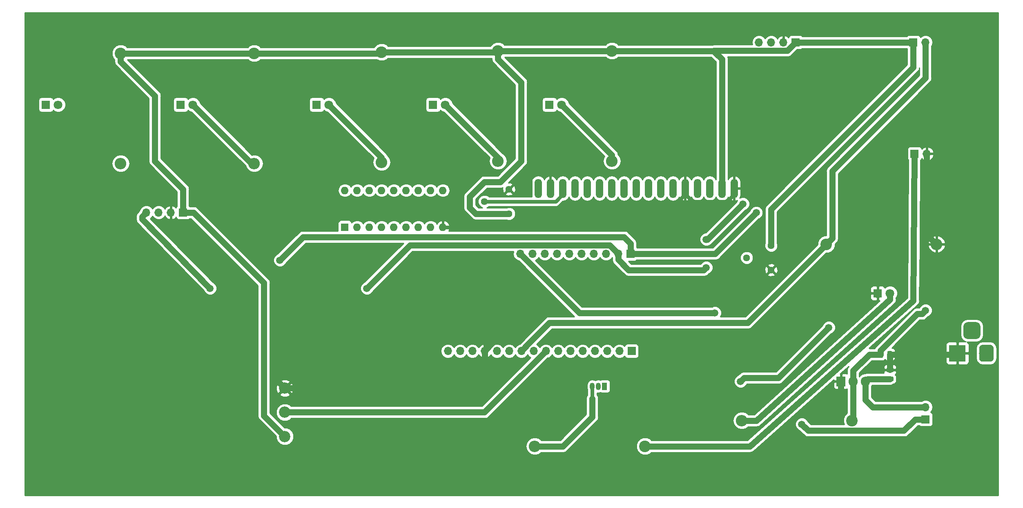
<source format=gbr>
G04 #@! TF.GenerationSoftware,KiCad,Pcbnew,(5.0.1)-3*
G04 #@! TF.CreationDate,2019-10-26T20:53:37-04:00*
G04 #@! TF.ProjectId,PCB,5043422E6B696361645F706362000000,rev?*
G04 #@! TF.SameCoordinates,Original*
G04 #@! TF.FileFunction,Copper,L1,Top,Signal*
G04 #@! TF.FilePolarity,Positive*
%FSLAX46Y46*%
G04 Gerber Fmt 4.6, Leading zero omitted, Abs format (unit mm)*
G04 Created by KiCad (PCBNEW (5.0.1)-3) date 10/26/2019 8:53:38 PM*
%MOMM*%
%LPD*%
G01*
G04 APERTURE LIST*
G04 #@! TA.AperFunction,ComponentPad*
%ADD10C,2.340000*%
G04 #@! TD*
G04 #@! TA.AperFunction,ComponentPad*
%ADD11C,1.440000*%
G04 #@! TD*
G04 #@! TA.AperFunction,ComponentPad*
%ADD12R,1.800000X1.800000*%
G04 #@! TD*
G04 #@! TA.AperFunction,ComponentPad*
%ADD13C,1.800000*%
G04 #@! TD*
G04 #@! TA.AperFunction,ComponentPad*
%ADD14R,1.700000X1.700000*%
G04 #@! TD*
G04 #@! TA.AperFunction,ComponentPad*
%ADD15O,1.700000X1.700000*%
G04 #@! TD*
G04 #@! TA.AperFunction,SMDPad,CuDef*
%ADD16O,1.501140X4.000500*%
G04 #@! TD*
G04 #@! TA.AperFunction,ComponentPad*
%ADD17O,1.501140X4.000500*%
G04 #@! TD*
G04 #@! TA.AperFunction,ComponentPad*
%ADD18R,1.600000X1.600000*%
G04 #@! TD*
G04 #@! TA.AperFunction,ComponentPad*
%ADD19O,1.600000X1.600000*%
G04 #@! TD*
G04 #@! TA.AperFunction,Conductor*
%ADD20C,0.100000*%
G04 #@! TD*
G04 #@! TA.AperFunction,SMDPad,CuDef*
%ADD21C,0.975000*%
G04 #@! TD*
G04 #@! TA.AperFunction,ComponentPad*
%ADD22R,1.905000X2.000000*%
G04 #@! TD*
G04 #@! TA.AperFunction,ComponentPad*
%ADD23O,1.905000X2.000000*%
G04 #@! TD*
G04 #@! TA.AperFunction,ComponentPad*
%ADD24R,3.500000X3.500000*%
G04 #@! TD*
G04 #@! TA.AperFunction,ComponentPad*
%ADD25C,3.000000*%
G04 #@! TD*
G04 #@! TA.AperFunction,ComponentPad*
%ADD26C,3.500000*%
G04 #@! TD*
G04 #@! TA.AperFunction,ComponentPad*
%ADD27R,1.050000X1.500000*%
G04 #@! TD*
G04 #@! TA.AperFunction,ComponentPad*
%ADD28O,1.050000X1.500000*%
G04 #@! TD*
G04 #@! TA.AperFunction,ComponentPad*
%ADD29C,2.400000*%
G04 #@! TD*
G04 #@! TA.AperFunction,ComponentPad*
%ADD30O,2.400000X2.400000*%
G04 #@! TD*
G04 #@! TA.AperFunction,ViaPad*
%ADD31C,1.500000*%
G04 #@! TD*
G04 #@! TA.AperFunction,Conductor*
%ADD32C,1.270000*%
G04 #@! TD*
G04 #@! TA.AperFunction,Conductor*
%ADD33C,0.762000*%
G04 #@! TD*
G04 #@! TA.AperFunction,Conductor*
%ADD34C,0.254000*%
G04 #@! TD*
G04 APERTURE END LIST*
D10*
G04 #@! TO.P,RV2,3*
G04 #@! TO.N,GND*
X72390000Y-96426000D03*
G04 #@! TO.P,RV2,2*
G04 #@! TO.N,/GPI35*
X72390000Y-101426000D03*
G04 #@! TO.P,RV2,1*
G04 #@! TO.N,3.3V*
X72390000Y-106426000D03*
G04 #@! TD*
D11*
G04 #@! TO.P,RV3,3*
G04 #@! TO.N,GND*
X173228000Y-71882000D03*
G04 #@! TO.P,RV3,2*
G04 #@! TO.N,Net-(RV3-Pad2)*
X168148000Y-69342000D03*
G04 #@! TO.P,RV3,1*
G04 #@! TO.N,3.3V*
X173228000Y-66802000D03*
G04 #@! TD*
D12*
G04 #@! TO.P,D2,1*
G04 #@! TO.N,Net-(D2-Pad1)*
X50800000Y-37592000D03*
D13*
G04 #@! TO.P,D2,2*
G04 #@! TO.N,Net-(D2-Pad2)*
X53340000Y-37592000D03*
G04 #@! TD*
D14*
G04 #@! TO.P,J3,1*
G04 #@! TO.N,/GPIO21*
X144290000Y-88700000D03*
D15*
G04 #@! TO.P,J3,2*
G04 #@! TO.N,/GPIO17*
X141750000Y-88700000D03*
G04 #@! TO.P,J3,3*
G04 #@! TO.N,/RX*
X139210000Y-88700000D03*
G04 #@! TO.P,J3,4*
G04 #@! TO.N,Net-(J3-Pad4)*
X136670000Y-88700000D03*
G04 #@! TO.P,J3,5*
G04 #@! TO.N,Net-(J3-Pad5)*
X134130000Y-88700000D03*
G04 #@! TO.P,J3,6*
G04 #@! TO.N,Net-(J3-Pad6)*
X131590000Y-88700000D03*
G04 #@! TO.P,J3,7*
G04 #@! TO.N,/GPIO36*
X129050000Y-88700000D03*
G04 #@! TO.P,J3,8*
G04 #@! TO.N,/GPI35*
X126510000Y-88700000D03*
G04 #@! TO.P,J3,9*
G04 #@! TO.N,/GPI39*
X123970000Y-88700000D03*
G04 #@! TO.P,J3,10*
G04 #@! TO.N,/GPI34*
X121430000Y-88700000D03*
G04 #@! TO.P,J3,11*
G04 #@! TO.N,/GPIO25*
X118890000Y-88700000D03*
G04 #@! TO.P,J3,12*
G04 #@! TO.N,/GPIO26*
X116350000Y-88700000D03*
G04 #@! TO.P,J3,13*
G04 #@! TO.N,GND*
X113810000Y-88700000D03*
G04 #@! TO.P,J3,14*
G04 #@! TO.N,Net-(J3-Pad14)*
X111270000Y-88700000D03*
G04 #@! TO.P,J3,15*
G04 #@! TO.N,Net-(J3-Pad15)*
X108730000Y-88700000D03*
G04 #@! TO.P,J3,16*
G04 #@! TO.N,/RST*
X106190000Y-88700000D03*
G04 #@! TD*
D16*
G04 #@! TO.P,U1,*
G04 #@! TO.N,*
X124919160Y-54949420D03*
D17*
G04 #@! TO.P,U1,16*
G04 #@! TO.N,GND*
X127459160Y-54949420D03*
G04 #@! TO.P,U1,15*
G04 #@! TO.N,Net-(RV1-Pad2)*
X129999160Y-54949420D03*
G04 #@! TO.P,U1,14*
G04 #@! TO.N,/GPIO33*
X132539160Y-54949420D03*
G04 #@! TO.P,U1,13*
G04 #@! TO.N,/GPIO15*
X135079160Y-54949420D03*
G04 #@! TO.P,U1,12*
G04 #@! TO.N,/GPIO32*
X137619160Y-54949420D03*
G04 #@! TO.P,U1,11*
G04 #@! TO.N,/GPIO14*
X140159160Y-54949420D03*
G04 #@! TO.P,U1,10*
G04 #@! TO.N,Net-(U1-Pad10)*
X142699160Y-54949420D03*
G04 #@! TO.P,U1,9*
G04 #@! TO.N,Net-(U1-Pad9)*
X145239160Y-54949420D03*
G04 #@! TO.P,U1,8*
G04 #@! TO.N,Net-(U1-Pad8)*
X147779160Y-54949420D03*
G04 #@! TO.P,U1,7*
G04 #@! TO.N,Net-(U1-Pad7)*
X150319160Y-54949420D03*
G04 #@! TO.P,U1,6*
G04 #@! TO.N,/GPIO27*
X152859160Y-54949420D03*
G04 #@! TO.P,U1,5*
G04 #@! TO.N,GND*
X155399160Y-54949420D03*
G04 #@! TO.P,U1,4*
G04 #@! TO.N,/GPIO12*
X157939160Y-54949420D03*
G04 #@! TO.P,U1,3*
G04 #@! TO.N,Net-(RV3-Pad2)*
X160479160Y-54949420D03*
G04 #@! TO.P,U1,2*
G04 #@! TO.N,3.3V*
X163019160Y-54949420D03*
G04 #@! TO.P,U1,1*
G04 #@! TO.N,GND*
X165559160Y-54949420D03*
G04 #@! TD*
D12*
G04 #@! TO.P,D1,1*
G04 #@! TO.N,Net-(D1-Pad1)*
X22860000Y-37592000D03*
D13*
G04 #@! TO.P,D1,2*
G04 #@! TO.N,Net-(D1-Pad2)*
X25400000Y-37592000D03*
G04 #@! TD*
G04 #@! TO.P,D3,2*
G04 #@! TO.N,Net-(D3-Pad2)*
X81534000Y-37592000D03*
D12*
G04 #@! TO.P,D3,1*
G04 #@! TO.N,Net-(D3-Pad1)*
X78994000Y-37592000D03*
G04 #@! TD*
G04 #@! TO.P,D4,1*
G04 #@! TO.N,Net-(D4-Pad1)*
X103124000Y-37592000D03*
D13*
G04 #@! TO.P,D4,2*
G04 #@! TO.N,Net-(D4-Pad2)*
X105664000Y-37592000D03*
G04 #@! TD*
G04 #@! TO.P,D5,2*
G04 #@! TO.N,Net-(D5-Pad2)*
X129794000Y-37592000D03*
D12*
G04 #@! TO.P,D5,1*
G04 #@! TO.N,Net-(D5-Pad1)*
X127254000Y-37592000D03*
G04 #@! TD*
D14*
G04 #@! TO.P,J2,1*
G04 #@! TO.N,3.3V*
X178308000Y-24638000D03*
D15*
G04 #@! TO.P,J2,2*
G04 #@! TO.N,GND*
X175768000Y-24638000D03*
G04 #@! TO.P,J2,3*
G04 #@! TO.N,/SDA*
X173228000Y-24638000D03*
G04 #@! TO.P,J2,4*
G04 #@! TO.N,/SCL*
X170688000Y-24638000D03*
G04 #@! TD*
D14*
G04 #@! TO.P,J4,1*
G04 #@! TO.N,3.3V*
X51308000Y-59944000D03*
D15*
G04 #@! TO.P,J4,2*
G04 #@! TO.N,GND*
X48768000Y-59944000D03*
G04 #@! TO.P,J4,3*
G04 #@! TO.N,/SDA*
X46228000Y-59944000D03*
G04 #@! TO.P,J4,4*
G04 #@! TO.N,/SCL*
X43688000Y-59944000D03*
G04 #@! TD*
D14*
G04 #@! TO.P,J5,1*
G04 #@! TO.N,/SDA*
X144060000Y-68520000D03*
D15*
G04 #@! TO.P,J5,2*
G04 #@! TO.N,/SCL*
X141520000Y-68520000D03*
G04 #@! TO.P,J5,3*
G04 #@! TO.N,/GPIO14*
X138980000Y-68520000D03*
G04 #@! TO.P,J5,4*
G04 #@! TO.N,/GPIO32*
X136440000Y-68520000D03*
G04 #@! TO.P,J5,5*
G04 #@! TO.N,/GPIO15*
X133900000Y-68520000D03*
G04 #@! TO.P,J5,6*
G04 #@! TO.N,/GPIO33*
X131360000Y-68520000D03*
G04 #@! TO.P,J5,7*
G04 #@! TO.N,/GPIO27*
X128820000Y-68520000D03*
G04 #@! TO.P,J5,8*
G04 #@! TO.N,/GPIO12*
X126280000Y-68520000D03*
G04 #@! TO.P,J5,9*
G04 #@! TO.N,/GPIO13*
X123740000Y-68520000D03*
G04 #@! TO.P,J5,10*
G04 #@! TO.N,5V*
X121200000Y-68520000D03*
G04 #@! TD*
D18*
G04 #@! TO.P,U2,1*
G04 #@! TO.N,/GPIO26*
X84836000Y-62992000D03*
D19*
G04 #@! TO.P,U2,10*
G04 #@! TO.N,Net-(U2-Pad10)*
X105156000Y-55372000D03*
G04 #@! TO.P,U2,2*
G04 #@! TO.N,/GPIO25*
X87376000Y-62992000D03*
G04 #@! TO.P,U2,11*
G04 #@! TO.N,Net-(U2-Pad11)*
X102616000Y-55372000D03*
G04 #@! TO.P,U2,3*
G04 #@! TO.N,/GPIO36*
X89916000Y-62992000D03*
G04 #@! TO.P,U2,12*
G04 #@! TO.N,Net-(U2-Pad12)*
X100076000Y-55372000D03*
G04 #@! TO.P,U2,4*
G04 #@! TO.N,/GPIO17*
X92456000Y-62992000D03*
G04 #@! TO.P,U2,13*
G04 #@! TO.N,Net-(U2-Pad13)*
X97536000Y-55372000D03*
G04 #@! TO.P,U2,5*
G04 #@! TO.N,/GPIO21*
X94996000Y-62992000D03*
G04 #@! TO.P,U2,14*
G04 #@! TO.N,Net-(D5-Pad1)*
X94996000Y-55372000D03*
G04 #@! TO.P,U2,6*
G04 #@! TO.N,Net-(U2-Pad6)*
X97536000Y-62992000D03*
G04 #@! TO.P,U2,15*
G04 #@! TO.N,Net-(D4-Pad1)*
X92456000Y-55372000D03*
G04 #@! TO.P,U2,7*
G04 #@! TO.N,Net-(U2-Pad7)*
X100076000Y-62992000D03*
G04 #@! TO.P,U2,16*
G04 #@! TO.N,Net-(D3-Pad1)*
X89916000Y-55372000D03*
G04 #@! TO.P,U2,8*
G04 #@! TO.N,Net-(U2-Pad8)*
X102616000Y-62992000D03*
G04 #@! TO.P,U2,17*
G04 #@! TO.N,Net-(D2-Pad1)*
X87376000Y-55372000D03*
G04 #@! TO.P,U2,9*
G04 #@! TO.N,GND*
X105156000Y-62992000D03*
G04 #@! TO.P,U2,18*
G04 #@! TO.N,Net-(D1-Pad1)*
X84836000Y-55372000D03*
G04 #@! TD*
D20*
G04 #@! TO.N,3.3V*
G04 #@! TO.C,C1*
G36*
X196180142Y-88709174D02*
X196203803Y-88712684D01*
X196227007Y-88718496D01*
X196249529Y-88726554D01*
X196271153Y-88736782D01*
X196291670Y-88749079D01*
X196310883Y-88763329D01*
X196328607Y-88779393D01*
X196344671Y-88797117D01*
X196358921Y-88816330D01*
X196371218Y-88836847D01*
X196381446Y-88858471D01*
X196389504Y-88880993D01*
X196395316Y-88904197D01*
X196398826Y-88927858D01*
X196400000Y-88951750D01*
X196400000Y-89864250D01*
X196398826Y-89888142D01*
X196395316Y-89911803D01*
X196389504Y-89935007D01*
X196381446Y-89957529D01*
X196371218Y-89979153D01*
X196358921Y-89999670D01*
X196344671Y-90018883D01*
X196328607Y-90036607D01*
X196310883Y-90052671D01*
X196291670Y-90066921D01*
X196271153Y-90079218D01*
X196249529Y-90089446D01*
X196227007Y-90097504D01*
X196203803Y-90103316D01*
X196180142Y-90106826D01*
X196156250Y-90108000D01*
X195668750Y-90108000D01*
X195644858Y-90106826D01*
X195621197Y-90103316D01*
X195597993Y-90097504D01*
X195575471Y-90089446D01*
X195553847Y-90079218D01*
X195533330Y-90066921D01*
X195514117Y-90052671D01*
X195496393Y-90036607D01*
X195480329Y-90018883D01*
X195466079Y-89999670D01*
X195453782Y-89979153D01*
X195443554Y-89957529D01*
X195435496Y-89935007D01*
X195429684Y-89911803D01*
X195426174Y-89888142D01*
X195425000Y-89864250D01*
X195425000Y-88951750D01*
X195426174Y-88927858D01*
X195429684Y-88904197D01*
X195435496Y-88880993D01*
X195443554Y-88858471D01*
X195453782Y-88836847D01*
X195466079Y-88816330D01*
X195480329Y-88797117D01*
X195496393Y-88779393D01*
X195514117Y-88763329D01*
X195533330Y-88749079D01*
X195553847Y-88736782D01*
X195575471Y-88726554D01*
X195597993Y-88718496D01*
X195621197Y-88712684D01*
X195644858Y-88709174D01*
X195668750Y-88708000D01*
X196156250Y-88708000D01*
X196180142Y-88709174D01*
X196180142Y-88709174D01*
G37*
D21*
G04 #@! TD*
G04 #@! TO.P,C1,1*
G04 #@! TO.N,3.3V*
X195912500Y-89408000D03*
D20*
G04 #@! TO.N,GND*
G04 #@! TO.C,C1*
G36*
X198055142Y-88709174D02*
X198078803Y-88712684D01*
X198102007Y-88718496D01*
X198124529Y-88726554D01*
X198146153Y-88736782D01*
X198166670Y-88749079D01*
X198185883Y-88763329D01*
X198203607Y-88779393D01*
X198219671Y-88797117D01*
X198233921Y-88816330D01*
X198246218Y-88836847D01*
X198256446Y-88858471D01*
X198264504Y-88880993D01*
X198270316Y-88904197D01*
X198273826Y-88927858D01*
X198275000Y-88951750D01*
X198275000Y-89864250D01*
X198273826Y-89888142D01*
X198270316Y-89911803D01*
X198264504Y-89935007D01*
X198256446Y-89957529D01*
X198246218Y-89979153D01*
X198233921Y-89999670D01*
X198219671Y-90018883D01*
X198203607Y-90036607D01*
X198185883Y-90052671D01*
X198166670Y-90066921D01*
X198146153Y-90079218D01*
X198124529Y-90089446D01*
X198102007Y-90097504D01*
X198078803Y-90103316D01*
X198055142Y-90106826D01*
X198031250Y-90108000D01*
X197543750Y-90108000D01*
X197519858Y-90106826D01*
X197496197Y-90103316D01*
X197472993Y-90097504D01*
X197450471Y-90089446D01*
X197428847Y-90079218D01*
X197408330Y-90066921D01*
X197389117Y-90052671D01*
X197371393Y-90036607D01*
X197355329Y-90018883D01*
X197341079Y-89999670D01*
X197328782Y-89979153D01*
X197318554Y-89957529D01*
X197310496Y-89935007D01*
X197304684Y-89911803D01*
X197301174Y-89888142D01*
X197300000Y-89864250D01*
X197300000Y-88951750D01*
X197301174Y-88927858D01*
X197304684Y-88904197D01*
X197310496Y-88880993D01*
X197318554Y-88858471D01*
X197328782Y-88836847D01*
X197341079Y-88816330D01*
X197355329Y-88797117D01*
X197371393Y-88779393D01*
X197389117Y-88763329D01*
X197408330Y-88749079D01*
X197428847Y-88736782D01*
X197450471Y-88726554D01*
X197472993Y-88718496D01*
X197496197Y-88712684D01*
X197519858Y-88709174D01*
X197543750Y-88708000D01*
X198031250Y-88708000D01*
X198055142Y-88709174D01*
X198055142Y-88709174D01*
G37*
D21*
G04 #@! TD*
G04 #@! TO.P,C1,2*
G04 #@! TO.N,GND*
X197787500Y-89408000D03*
D20*
G04 #@! TO.N,GND*
G04 #@! TO.C,C2*
G36*
X198346142Y-92126674D02*
X198369803Y-92130184D01*
X198393007Y-92135996D01*
X198415529Y-92144054D01*
X198437153Y-92154282D01*
X198457670Y-92166579D01*
X198476883Y-92180829D01*
X198494607Y-92196893D01*
X198510671Y-92214617D01*
X198524921Y-92233830D01*
X198537218Y-92254347D01*
X198547446Y-92275971D01*
X198555504Y-92298493D01*
X198561316Y-92321697D01*
X198564826Y-92345358D01*
X198566000Y-92369250D01*
X198566000Y-92856750D01*
X198564826Y-92880642D01*
X198561316Y-92904303D01*
X198555504Y-92927507D01*
X198547446Y-92950029D01*
X198537218Y-92971653D01*
X198524921Y-92992170D01*
X198510671Y-93011383D01*
X198494607Y-93029107D01*
X198476883Y-93045171D01*
X198457670Y-93059421D01*
X198437153Y-93071718D01*
X198415529Y-93081946D01*
X198393007Y-93090004D01*
X198369803Y-93095816D01*
X198346142Y-93099326D01*
X198322250Y-93100500D01*
X197409750Y-93100500D01*
X197385858Y-93099326D01*
X197362197Y-93095816D01*
X197338993Y-93090004D01*
X197316471Y-93081946D01*
X197294847Y-93071718D01*
X197274330Y-93059421D01*
X197255117Y-93045171D01*
X197237393Y-93029107D01*
X197221329Y-93011383D01*
X197207079Y-92992170D01*
X197194782Y-92971653D01*
X197184554Y-92950029D01*
X197176496Y-92927507D01*
X197170684Y-92904303D01*
X197167174Y-92880642D01*
X197166000Y-92856750D01*
X197166000Y-92369250D01*
X197167174Y-92345358D01*
X197170684Y-92321697D01*
X197176496Y-92298493D01*
X197184554Y-92275971D01*
X197194782Y-92254347D01*
X197207079Y-92233830D01*
X197221329Y-92214617D01*
X197237393Y-92196893D01*
X197255117Y-92180829D01*
X197274330Y-92166579D01*
X197294847Y-92154282D01*
X197316471Y-92144054D01*
X197338993Y-92135996D01*
X197362197Y-92130184D01*
X197385858Y-92126674D01*
X197409750Y-92125500D01*
X198322250Y-92125500D01*
X198346142Y-92126674D01*
X198346142Y-92126674D01*
G37*
D21*
G04 #@! TD*
G04 #@! TO.P,C2,2*
G04 #@! TO.N,GND*
X197866000Y-92613000D03*
D20*
G04 #@! TO.N,/9V_OUT*
G04 #@! TO.C,C2*
G36*
X198346142Y-94001674D02*
X198369803Y-94005184D01*
X198393007Y-94010996D01*
X198415529Y-94019054D01*
X198437153Y-94029282D01*
X198457670Y-94041579D01*
X198476883Y-94055829D01*
X198494607Y-94071893D01*
X198510671Y-94089617D01*
X198524921Y-94108830D01*
X198537218Y-94129347D01*
X198547446Y-94150971D01*
X198555504Y-94173493D01*
X198561316Y-94196697D01*
X198564826Y-94220358D01*
X198566000Y-94244250D01*
X198566000Y-94731750D01*
X198564826Y-94755642D01*
X198561316Y-94779303D01*
X198555504Y-94802507D01*
X198547446Y-94825029D01*
X198537218Y-94846653D01*
X198524921Y-94867170D01*
X198510671Y-94886383D01*
X198494607Y-94904107D01*
X198476883Y-94920171D01*
X198457670Y-94934421D01*
X198437153Y-94946718D01*
X198415529Y-94956946D01*
X198393007Y-94965004D01*
X198369803Y-94970816D01*
X198346142Y-94974326D01*
X198322250Y-94975500D01*
X197409750Y-94975500D01*
X197385858Y-94974326D01*
X197362197Y-94970816D01*
X197338993Y-94965004D01*
X197316471Y-94956946D01*
X197294847Y-94946718D01*
X197274330Y-94934421D01*
X197255117Y-94920171D01*
X197237393Y-94904107D01*
X197221329Y-94886383D01*
X197207079Y-94867170D01*
X197194782Y-94846653D01*
X197184554Y-94825029D01*
X197176496Y-94802507D01*
X197170684Y-94779303D01*
X197167174Y-94755642D01*
X197166000Y-94731750D01*
X197166000Y-94244250D01*
X197167174Y-94220358D01*
X197170684Y-94196697D01*
X197176496Y-94173493D01*
X197184554Y-94150971D01*
X197194782Y-94129347D01*
X197207079Y-94108830D01*
X197221329Y-94089617D01*
X197237393Y-94071893D01*
X197255117Y-94055829D01*
X197274330Y-94041579D01*
X197294847Y-94029282D01*
X197316471Y-94019054D01*
X197338993Y-94010996D01*
X197362197Y-94005184D01*
X197385858Y-94001674D01*
X197409750Y-94000500D01*
X198322250Y-94000500D01*
X198346142Y-94001674D01*
X198346142Y-94001674D01*
G37*
D21*
G04 #@! TD*
G04 #@! TO.P,C2,1*
G04 #@! TO.N,/9V_OUT*
X197866000Y-94488000D03*
D11*
G04 #@! TO.P,RV1,3*
G04 #@! TO.N,3.3V*
X118872000Y-60198000D03*
G04 #@! TO.P,RV1,2*
G04 #@! TO.N,Net-(RV1-Pad2)*
X113792000Y-57658000D03*
G04 #@! TO.P,RV1,1*
G04 #@! TO.N,GND*
X118872000Y-55118000D03*
G04 #@! TD*
D22*
G04 #@! TO.P,U3,1*
G04 #@! TO.N,GND*
X187706000Y-94996000D03*
D23*
G04 #@! TO.P,U3,2*
G04 #@! TO.N,3.3V*
X190246000Y-94996000D03*
G04 #@! TO.P,U3,3*
G04 #@! TO.N,/9V_OUT*
X192786000Y-94996000D03*
G04 #@! TD*
D15*
G04 #@! TO.P,J6,2*
G04 #@! TO.N,/GPI34*
X205232000Y-24638000D03*
D14*
G04 #@! TO.P,J6,1*
G04 #@! TO.N,3.3V*
X202692000Y-24638000D03*
G04 #@! TD*
G04 #@! TO.P,J7,1*
G04 #@! TO.N,5V*
X205232000Y-102870000D03*
D15*
G04 #@! TO.P,J7,2*
G04 #@! TO.N,/9V_OUT*
X205232000Y-100330000D03*
G04 #@! TD*
D24*
G04 #@! TO.P,J1,1*
G04 #@! TO.N,GND*
X211836000Y-89154000D03*
D20*
G04 #@! TD*
G04 #@! TO.N,9V*
G04 #@! TO.C,J1*
G36*
X218659513Y-87407611D02*
X218732318Y-87418411D01*
X218803714Y-87436295D01*
X218873013Y-87461090D01*
X218939548Y-87492559D01*
X219002678Y-87530398D01*
X219061795Y-87574242D01*
X219116330Y-87623670D01*
X219165758Y-87678205D01*
X219209602Y-87737322D01*
X219247441Y-87800452D01*
X219278910Y-87866987D01*
X219303705Y-87936286D01*
X219321589Y-88007682D01*
X219332389Y-88080487D01*
X219336000Y-88154000D01*
X219336000Y-90154000D01*
X219332389Y-90227513D01*
X219321589Y-90300318D01*
X219303705Y-90371714D01*
X219278910Y-90441013D01*
X219247441Y-90507548D01*
X219209602Y-90570678D01*
X219165758Y-90629795D01*
X219116330Y-90684330D01*
X219061795Y-90733758D01*
X219002678Y-90777602D01*
X218939548Y-90815441D01*
X218873013Y-90846910D01*
X218803714Y-90871705D01*
X218732318Y-90889589D01*
X218659513Y-90900389D01*
X218586000Y-90904000D01*
X217086000Y-90904000D01*
X217012487Y-90900389D01*
X216939682Y-90889589D01*
X216868286Y-90871705D01*
X216798987Y-90846910D01*
X216732452Y-90815441D01*
X216669322Y-90777602D01*
X216610205Y-90733758D01*
X216555670Y-90684330D01*
X216506242Y-90629795D01*
X216462398Y-90570678D01*
X216424559Y-90507548D01*
X216393090Y-90441013D01*
X216368295Y-90371714D01*
X216350411Y-90300318D01*
X216339611Y-90227513D01*
X216336000Y-90154000D01*
X216336000Y-88154000D01*
X216339611Y-88080487D01*
X216350411Y-88007682D01*
X216368295Y-87936286D01*
X216393090Y-87866987D01*
X216424559Y-87800452D01*
X216462398Y-87737322D01*
X216506242Y-87678205D01*
X216555670Y-87623670D01*
X216610205Y-87574242D01*
X216669322Y-87530398D01*
X216732452Y-87492559D01*
X216798987Y-87461090D01*
X216868286Y-87436295D01*
X216939682Y-87418411D01*
X217012487Y-87407611D01*
X217086000Y-87404000D01*
X218586000Y-87404000D01*
X218659513Y-87407611D01*
X218659513Y-87407611D01*
G37*
D25*
G04 #@! TO.P,J1,2*
G04 #@! TO.N,9V*
X217836000Y-89154000D03*
D20*
G04 #@! TD*
G04 #@! TO.N,9V*
G04 #@! TO.C,J1*
G36*
X215796765Y-82708213D02*
X215881704Y-82720813D01*
X215964999Y-82741677D01*
X216045848Y-82770605D01*
X216123472Y-82807319D01*
X216197124Y-82851464D01*
X216266094Y-82902616D01*
X216329718Y-82960282D01*
X216387384Y-83023906D01*
X216438536Y-83092876D01*
X216482681Y-83166528D01*
X216519395Y-83244152D01*
X216548323Y-83325001D01*
X216569187Y-83408296D01*
X216581787Y-83493235D01*
X216586000Y-83579000D01*
X216586000Y-85329000D01*
X216581787Y-85414765D01*
X216569187Y-85499704D01*
X216548323Y-85582999D01*
X216519395Y-85663848D01*
X216482681Y-85741472D01*
X216438536Y-85815124D01*
X216387384Y-85884094D01*
X216329718Y-85947718D01*
X216266094Y-86005384D01*
X216197124Y-86056536D01*
X216123472Y-86100681D01*
X216045848Y-86137395D01*
X215964999Y-86166323D01*
X215881704Y-86187187D01*
X215796765Y-86199787D01*
X215711000Y-86204000D01*
X213961000Y-86204000D01*
X213875235Y-86199787D01*
X213790296Y-86187187D01*
X213707001Y-86166323D01*
X213626152Y-86137395D01*
X213548528Y-86100681D01*
X213474876Y-86056536D01*
X213405906Y-86005384D01*
X213342282Y-85947718D01*
X213284616Y-85884094D01*
X213233464Y-85815124D01*
X213189319Y-85741472D01*
X213152605Y-85663848D01*
X213123677Y-85582999D01*
X213102813Y-85499704D01*
X213090213Y-85414765D01*
X213086000Y-85329000D01*
X213086000Y-83579000D01*
X213090213Y-83493235D01*
X213102813Y-83408296D01*
X213123677Y-83325001D01*
X213152605Y-83244152D01*
X213189319Y-83166528D01*
X213233464Y-83092876D01*
X213284616Y-83023906D01*
X213342282Y-82960282D01*
X213405906Y-82902616D01*
X213474876Y-82851464D01*
X213548528Y-82807319D01*
X213626152Y-82770605D01*
X213707001Y-82741677D01*
X213790296Y-82720813D01*
X213875235Y-82708213D01*
X213961000Y-82704000D01*
X215711000Y-82704000D01*
X215796765Y-82708213D01*
X215796765Y-82708213D01*
G37*
D26*
G04 #@! TO.P,J1,3*
G04 #@! TO.N,9V*
X214836000Y-84454000D03*
G04 #@! TD*
D12*
G04 #@! TO.P,D6,1*
G04 #@! TO.N,GND*
X195326000Y-76708000D03*
D13*
G04 #@! TO.P,D6,2*
G04 #@! TO.N,Net-(D6-Pad2)*
X197866000Y-76708000D03*
G04 #@! TD*
D14*
G04 #@! TO.P,J8,1*
G04 #@! TO.N,Net-(J8-Pad1)*
X202946000Y-47752000D03*
D15*
G04 #@! TO.P,J8,2*
G04 #@! TO.N,GND*
X205486000Y-47752000D03*
G04 #@! TD*
D27*
G04 #@! TO.P,Q1,1*
G04 #@! TO.N,9V*
X138684000Y-96012000D03*
D28*
G04 #@! TO.P,Q1,3*
G04 #@! TO.N,Net-(Q1-Pad3)*
X136144000Y-96012000D03*
G04 #@! TO.P,Q1,2*
G04 #@! TO.N,/GPIO13*
X137414000Y-96012000D03*
G04 #@! TD*
D29*
G04 #@! TO.P,R1,1*
G04 #@! TO.N,3.3V*
X38354000Y-26924000D03*
D30*
G04 #@! TO.P,R1,2*
G04 #@! TO.N,Net-(D1-Pad2)*
X38354000Y-49784000D03*
G04 #@! TD*
G04 #@! TO.P,R2,2*
G04 #@! TO.N,Net-(D2-Pad2)*
X66040000Y-49784000D03*
D29*
G04 #@! TO.P,R2,1*
G04 #@! TO.N,3.3V*
X66040000Y-26924000D03*
G04 #@! TD*
D30*
G04 #@! TO.P,R3,2*
G04 #@! TO.N,Net-(D3-Pad2)*
X92456000Y-49530000D03*
D29*
G04 #@! TO.P,R3,1*
G04 #@! TO.N,3.3V*
X92456000Y-26670000D03*
G04 #@! TD*
D30*
G04 #@! TO.P,R4,2*
G04 #@! TO.N,Net-(D4-Pad2)*
X116586000Y-49276000D03*
D29*
G04 #@! TO.P,R4,1*
G04 #@! TO.N,3.3V*
X116586000Y-26416000D03*
G04 #@! TD*
G04 #@! TO.P,R5,1*
G04 #@! TO.N,3.3V*
X140208000Y-26416000D03*
D30*
G04 #@! TO.P,R5,2*
G04 #@! TO.N,Net-(D5-Pad2)*
X140208000Y-49276000D03*
G04 #@! TD*
D29*
G04 #@! TO.P,R6,1*
G04 #@! TO.N,/GPI34*
X184658000Y-66548000D03*
D30*
G04 #@! TO.P,R6,2*
G04 #@! TO.N,GND*
X207518000Y-66548000D03*
G04 #@! TD*
G04 #@! TO.P,R7,2*
G04 #@! TO.N,Net-(D6-Pad2)*
X167132000Y-103124000D03*
D29*
G04 #@! TO.P,R7,1*
G04 #@! TO.N,3.3V*
X189992000Y-103124000D03*
G04 #@! TD*
G04 #@! TO.P,R8,1*
G04 #@! TO.N,Net-(J8-Pad1)*
X147057000Y-108458000D03*
D30*
G04 #@! TO.P,R8,2*
G04 #@! TO.N,Net-(Q1-Pad3)*
X124197000Y-108458000D03*
G04 #@! TD*
D31*
G04 #@! TO.N,GND*
X114808000Y-76200000D03*
X184404000Y-100076000D03*
X147066000Y-60960000D03*
X133350000Y-85852000D03*
G04 #@! TO.N,5V*
X179578000Y-103886000D03*
X161544000Y-80772000D03*
G04 #@! TO.N,/SCL*
X56896000Y-75692000D03*
X89408000Y-75692000D03*
X159766000Y-71374000D03*
X159766000Y-65532000D03*
X167386000Y-58166000D03*
G04 #@! TO.N,/SDA*
X71374000Y-69850000D03*
X170128114Y-59995886D03*
G04 #@! TO.N,3.3V*
X205232000Y-80264000D03*
G04 #@! TO.N,9V*
X166878000Y-94996000D03*
X185166000Y-83820000D03*
G04 #@! TD*
D32*
G04 #@! TO.N,Net-(D2-Pad2)*
X65532000Y-49784000D02*
X66040000Y-49784000D01*
X53340000Y-37592000D02*
X65532000Y-49784000D01*
G04 #@! TO.N,Net-(D3-Pad2)*
X92456000Y-48514000D02*
X92456000Y-49530000D01*
X81534000Y-37592000D02*
X92456000Y-48514000D01*
G04 #@! TO.N,Net-(D4-Pad2)*
X116586000Y-48514000D02*
X116586000Y-49276000D01*
X105664000Y-37592000D02*
X116586000Y-48514000D01*
G04 #@! TO.N,Net-(D5-Pad2)*
X140208000Y-48006000D02*
X140208000Y-49276000D01*
X129794000Y-37592000D02*
X140208000Y-48006000D01*
D33*
G04 #@! TO.N,GND*
X148606260Y-62992000D02*
X155399160Y-56199100D01*
X105156000Y-62992000D02*
X148606260Y-62992000D01*
X165559160Y-56199100D02*
X165559160Y-54949420D01*
X164046590Y-57711670D02*
X165559160Y-56199100D01*
X156911730Y-57711670D02*
X164046590Y-57711670D01*
X155399160Y-56199100D02*
X156911730Y-57711670D01*
X155399160Y-54949420D02*
X155399160Y-56199100D01*
G04 #@! TO.N,Net-(RV1-Pad2)*
X129999160Y-56199100D02*
X129999160Y-54949420D01*
X128540260Y-57658000D02*
X129999160Y-56199100D01*
X113792000Y-57658000D02*
X128540260Y-57658000D01*
D32*
G04 #@! TO.N,GND*
X115316000Y-87194000D02*
X113810000Y-88700000D01*
X115316000Y-77216000D02*
X115316000Y-87194000D01*
X195326000Y-76708000D02*
X195326000Y-77059000D01*
X197787500Y-92534500D02*
X197866000Y-92613000D01*
X197787500Y-89408000D02*
X197787500Y-92534500D01*
X211582000Y-89408000D02*
X211836000Y-89154000D01*
X197787500Y-89408000D02*
X211582000Y-89408000D01*
X187706000Y-94996000D02*
X187706000Y-96774000D01*
X187706000Y-96774000D02*
X184404000Y-100076000D01*
X71120000Y-95156000D02*
X72390000Y-96426000D01*
X71120000Y-81876000D02*
X71120000Y-95156000D01*
X110330000Y-96426000D02*
X72390000Y-96426000D01*
X113810000Y-88700000D02*
X113810000Y-92946000D01*
X113810000Y-92946000D02*
X110330000Y-96426000D01*
X205486000Y-64516000D02*
X207518000Y-66548000D01*
X205486000Y-47752000D02*
X205486000Y-64516000D01*
G04 #@! TO.N,5V*
X180927201Y-105235201D02*
X179578000Y-103886000D01*
X200746799Y-105235201D02*
X180927201Y-105235201D01*
X205232000Y-102870000D02*
X203112000Y-102870000D01*
X203112000Y-102870000D02*
X200746799Y-105235201D01*
X121200000Y-68520000D02*
X133452000Y-80772000D01*
X133452000Y-80772000D02*
X161544000Y-80772000D01*
G04 #@! TO.N,/SCL*
X140670001Y-67670001D02*
X141520000Y-68520000D01*
X139758799Y-66758799D02*
X140670001Y-67670001D01*
X98341201Y-66758799D02*
X139758799Y-66758799D01*
X89408000Y-75692000D02*
X89408000Y-75692000D01*
X42838001Y-60793999D02*
X43688000Y-59944000D01*
X42838001Y-61380001D02*
X42838001Y-60793999D01*
X56896000Y-75692000D02*
X42838001Y-61380001D01*
X89408000Y-75692000D02*
X98341201Y-66758799D01*
X141520000Y-69722081D02*
X143679919Y-71882000D01*
X141520000Y-68520000D02*
X141520000Y-69722081D01*
X143679919Y-71882000D02*
X159258000Y-71882000D01*
X159258000Y-71882000D02*
X159766000Y-71374000D01*
X159766000Y-65532000D02*
X160020000Y-65532000D01*
X160020000Y-65532000D02*
X167386000Y-58166000D01*
G04 #@! TO.N,/SDA*
X71374000Y-69850000D02*
X76200000Y-65024000D01*
X144060000Y-66400000D02*
X144060000Y-68520000D01*
X142684000Y-65024000D02*
X144060000Y-66400000D01*
X76200000Y-65024000D02*
X142684000Y-65024000D01*
X161604000Y-68520000D02*
X170128114Y-59995886D01*
X144060000Y-68520000D02*
X161604000Y-68520000D01*
G04 #@! TO.N,/GPI35*
X113784000Y-101426000D02*
X72390000Y-101426000D01*
X126510000Y-88700000D02*
X113784000Y-101426000D01*
G04 #@! TO.N,/GPI34*
X121430000Y-88700000D02*
X123191201Y-86938799D01*
X123191201Y-86938799D02*
X123191201Y-86866799D01*
X123191201Y-86866799D02*
X127254000Y-82804000D01*
X168402000Y-82804000D02*
X184658000Y-66548000D01*
X127254000Y-82804000D02*
X168402000Y-82804000D01*
X205232000Y-32004000D02*
X205232000Y-24638000D01*
X185857999Y-51378001D02*
X205232000Y-32004000D01*
X185857999Y-65348001D02*
X185857999Y-51378001D01*
X184658000Y-66548000D02*
X185857999Y-65348001D01*
G04 #@! TO.N,3.3V*
X92202000Y-26924000D02*
X92456000Y-26670000D01*
X66040000Y-26924000D02*
X92202000Y-26924000D01*
X116332000Y-26670000D02*
X116586000Y-26416000D01*
X92456000Y-26670000D02*
X116332000Y-26670000D01*
X118283056Y-26416000D02*
X140208000Y-26416000D01*
X116586000Y-26416000D02*
X118283056Y-26416000D01*
X38354000Y-26924000D02*
X66040000Y-26924000D01*
X112014000Y-60198000D02*
X118872000Y-60198000D01*
X110744000Y-58928000D02*
X112014000Y-60198000D01*
X110744000Y-56642000D02*
X110744000Y-58928000D01*
X116586000Y-28113056D02*
X121412000Y-32939056D01*
X116586000Y-26416000D02*
X116586000Y-28113056D01*
X121412000Y-32939056D02*
X121412000Y-49276000D01*
X121412000Y-49276000D02*
X117094000Y-53594000D01*
X117094000Y-53594000D02*
X113792000Y-53594000D01*
X113792000Y-53594000D02*
X110744000Y-56642000D01*
X161290000Y-26416000D02*
X140208000Y-26416000D01*
X163019160Y-54949420D02*
X163019160Y-28145160D01*
X163019160Y-28145160D02*
X161290000Y-26416000D01*
X190246000Y-94852817D02*
X190246000Y-94996000D01*
X190246000Y-92726000D02*
X190246000Y-94996000D01*
X193564000Y-89408000D02*
X190246000Y-92726000D01*
X195912500Y-89408000D02*
X193564000Y-89408000D01*
X190246000Y-102870000D02*
X189992000Y-103124000D01*
X190246000Y-94996000D02*
X190246000Y-102870000D01*
X173228000Y-65783767D02*
X173228000Y-66802000D01*
X173228000Y-59279394D02*
X173228000Y-65783767D01*
X202692000Y-29815394D02*
X173228000Y-59279394D01*
X202692000Y-24638000D02*
X202692000Y-29815394D01*
X195912500Y-88608000D02*
X195912500Y-89408000D01*
X203506501Y-81013999D02*
X195912500Y-88608000D01*
X204482001Y-81013999D02*
X203506501Y-81013999D01*
X205232000Y-80264000D02*
X204482001Y-81013999D01*
X68072000Y-102108000D02*
X72390000Y-106426000D01*
X68072000Y-74588000D02*
X68072000Y-102108000D01*
X53428000Y-59944000D02*
X68072000Y-74588000D01*
X51308000Y-59944000D02*
X53428000Y-59944000D01*
X51308000Y-55118000D02*
X51308000Y-59944000D01*
X45466000Y-49276000D02*
X51308000Y-55118000D01*
X45466000Y-35733056D02*
X45466000Y-49276000D01*
X38354000Y-26924000D02*
X38354000Y-28621056D01*
X38354000Y-28621056D02*
X45466000Y-35733056D01*
X200572000Y-24638000D02*
X178308000Y-24638000D01*
X202692000Y-24638000D02*
X200572000Y-24638000D01*
X176546799Y-26399201D02*
X178308000Y-24638000D01*
X161290000Y-26416000D02*
X161306799Y-26399201D01*
X161306799Y-26399201D02*
X176546799Y-26399201D01*
G04 #@! TO.N,/9V_OUT*
X193294000Y-94488000D02*
X192786000Y-94996000D01*
X197866000Y-94488000D02*
X193294000Y-94488000D01*
X194310000Y-100330000D02*
X205232000Y-100330000D01*
X192786000Y-94996000D02*
X192786000Y-98806000D01*
X192786000Y-98806000D02*
X194310000Y-100330000D01*
G04 #@! TO.N,Net-(D6-Pad2)*
X168829056Y-103124000D02*
X167132000Y-103124000D01*
X170180000Y-103124000D02*
X168829056Y-103124000D01*
X197866000Y-76708000D02*
X197866000Y-77980792D01*
X197866000Y-77980792D02*
X170180000Y-103124000D01*
G04 #@! TO.N,9V*
X184416001Y-84569999D02*
X185166000Y-83820000D01*
X174739999Y-94246001D02*
X184416001Y-84569999D01*
X167627999Y-94246001D02*
X174739999Y-94246001D01*
X166878000Y-94996000D02*
X167627999Y-94246001D01*
G04 #@! TO.N,Net-(J8-Pad1)*
X168796578Y-108458000D02*
X147324208Y-108458000D01*
X202946000Y-47752000D02*
X202692000Y-78232000D01*
X202692000Y-78232000D02*
X168796578Y-108458000D01*
D33*
G04 #@! TO.N,Net-(Q1-Pad3)*
X136144000Y-96012000D02*
X136144000Y-98570000D01*
D32*
X136144000Y-98570000D02*
X136144000Y-102362000D01*
X130048000Y-108458000D02*
X124197000Y-108458000D01*
X136144000Y-102362000D02*
X130048000Y-108458000D01*
G04 #@! TD*
D34*
G04 #@! TO.N,GND*
G36*
X220245000Y-118645000D02*
X18515000Y-118645000D01*
X18515000Y-108458000D01*
X122326051Y-108458000D01*
X122468469Y-109173981D01*
X122874039Y-109780961D01*
X123481019Y-110186531D01*
X124016273Y-110293000D01*
X124377727Y-110293000D01*
X124912981Y-110186531D01*
X125519961Y-109780961D01*
X125555348Y-109728000D01*
X129922925Y-109728000D01*
X130048000Y-109752879D01*
X130173075Y-109728000D01*
X130173080Y-109728000D01*
X130543529Y-109654313D01*
X130963618Y-109373618D01*
X131034471Y-109267579D01*
X132209054Y-108092996D01*
X145222000Y-108092996D01*
X145222000Y-108823004D01*
X145501362Y-109497444D01*
X146017556Y-110013638D01*
X146691996Y-110293000D01*
X147422004Y-110293000D01*
X148096444Y-110013638D01*
X148382082Y-109728000D01*
X168634737Y-109728000D01*
X168722599Y-109750764D01*
X168885092Y-109728000D01*
X168921658Y-109728000D01*
X169008746Y-109710677D01*
X169222949Y-109680669D01*
X169255294Y-109661636D01*
X169292107Y-109654313D01*
X169471971Y-109534132D01*
X169548476Y-109489112D01*
X169575760Y-109464782D01*
X169712196Y-109373618D01*
X169762624Y-109298147D01*
X185480604Y-95281750D01*
X186118500Y-95281750D01*
X186118500Y-96122310D01*
X186215173Y-96355699D01*
X186393802Y-96534327D01*
X186627191Y-96631000D01*
X187420250Y-96631000D01*
X187579000Y-96472250D01*
X187579000Y-95123000D01*
X186277250Y-95123000D01*
X186118500Y-95281750D01*
X185480604Y-95281750D01*
X186119907Y-94711657D01*
X186277250Y-94869000D01*
X187579000Y-94869000D01*
X187579000Y-93519750D01*
X187521261Y-93462011D01*
X189266966Y-91905290D01*
X189049687Y-92230472D01*
X188976000Y-92600921D01*
X188976000Y-92600925D01*
X188951121Y-92726000D01*
X188976000Y-92851075D01*
X188976000Y-93440194D01*
X188784809Y-93361000D01*
X187991750Y-93361000D01*
X187833000Y-93519750D01*
X187833000Y-94869000D01*
X187853000Y-94869000D01*
X187853000Y-95123000D01*
X187833000Y-95123000D01*
X187833000Y-96472250D01*
X187991750Y-96631000D01*
X188784809Y-96631000D01*
X188976000Y-96551806D01*
X188976001Y-101558651D01*
X188952556Y-101568362D01*
X188436362Y-102084556D01*
X188157000Y-102758996D01*
X188157000Y-103489004D01*
X188354247Y-103965201D01*
X181453252Y-103965201D01*
X180867148Y-103379097D01*
X180752147Y-103101460D01*
X180362540Y-102711853D01*
X179853494Y-102501000D01*
X179302506Y-102501000D01*
X178793460Y-102711853D01*
X178403853Y-103101460D01*
X178193000Y-103610506D01*
X178193000Y-104161494D01*
X178403853Y-104670540D01*
X178793460Y-105060147D01*
X179071097Y-105175148D01*
X179940731Y-106044782D01*
X180011583Y-106150819D01*
X180431672Y-106431514D01*
X180802121Y-106505201D01*
X180802125Y-106505201D01*
X180927200Y-106530080D01*
X181052275Y-106505201D01*
X200621724Y-106505201D01*
X200746799Y-106530080D01*
X200871874Y-106505201D01*
X200871879Y-106505201D01*
X201242328Y-106431514D01*
X201662417Y-106150819D01*
X201733270Y-106044780D01*
X203638051Y-104140000D01*
X203898928Y-104140000D01*
X203924191Y-104177809D01*
X204134235Y-104318157D01*
X204382000Y-104367440D01*
X206082000Y-104367440D01*
X206329765Y-104318157D01*
X206539809Y-104177809D01*
X206680157Y-103967765D01*
X206729440Y-103720000D01*
X206729440Y-102020000D01*
X206680157Y-101772235D01*
X206539809Y-101562191D01*
X206329765Y-101421843D01*
X206284381Y-101412816D01*
X206302625Y-101400625D01*
X206630839Y-100909418D01*
X206746092Y-100330000D01*
X206630839Y-99750582D01*
X206302625Y-99259375D01*
X205811418Y-98931161D01*
X205378256Y-98845000D01*
X205085744Y-98845000D01*
X204652582Y-98931161D01*
X204459761Y-99060000D01*
X194836051Y-99060000D01*
X194056000Y-98279949D01*
X194056000Y-96000233D01*
X194217854Y-95758000D01*
X197991080Y-95758000D01*
X198361529Y-95684313D01*
X198508963Y-95585800D01*
X198663294Y-95555102D01*
X198952416Y-95361916D01*
X199145602Y-95072794D01*
X199213440Y-94731750D01*
X199213440Y-94244250D01*
X199145602Y-93903206D01*
X198952416Y-93614084D01*
X198951233Y-93613293D01*
X199104327Y-93460198D01*
X199201000Y-93226809D01*
X199201000Y-92898750D01*
X199042250Y-92740000D01*
X197993000Y-92740000D01*
X197993000Y-92760000D01*
X197739000Y-92760000D01*
X197739000Y-92740000D01*
X196689750Y-92740000D01*
X196531000Y-92898750D01*
X196531000Y-93218000D01*
X193419074Y-93218000D01*
X193293999Y-93193121D01*
X193168924Y-93218000D01*
X193168920Y-93218000D01*
X192798471Y-93291687D01*
X192722326Y-93342566D01*
X192166589Y-93453109D01*
X191641477Y-93803977D01*
X191516000Y-93991767D01*
X191516000Y-93252050D01*
X192768859Y-91999191D01*
X196531000Y-91999191D01*
X196531000Y-92327250D01*
X196689750Y-92486000D01*
X197739000Y-92486000D01*
X197739000Y-91649250D01*
X197993000Y-91649250D01*
X197993000Y-92486000D01*
X199042250Y-92486000D01*
X199201000Y-92327250D01*
X199201000Y-91999191D01*
X199104327Y-91765802D01*
X198925699Y-91587173D01*
X198692310Y-91490500D01*
X198151750Y-91490500D01*
X197993000Y-91649250D01*
X197739000Y-91649250D01*
X197580250Y-91490500D01*
X197039690Y-91490500D01*
X196806301Y-91587173D01*
X196627673Y-91765802D01*
X196531000Y-91999191D01*
X192768859Y-91999191D01*
X194090051Y-90678000D01*
X195313336Y-90678000D01*
X195327706Y-90687602D01*
X195668750Y-90755440D01*
X196156250Y-90755440D01*
X196497294Y-90687602D01*
X196786416Y-90494416D01*
X196787207Y-90493233D01*
X196940302Y-90646327D01*
X197173691Y-90743000D01*
X197501750Y-90743000D01*
X197660500Y-90584250D01*
X197660500Y-89535000D01*
X197914500Y-89535000D01*
X197914500Y-90584250D01*
X198073250Y-90743000D01*
X198401309Y-90743000D01*
X198634698Y-90646327D01*
X198813327Y-90467699D01*
X198910000Y-90234310D01*
X198910000Y-89693750D01*
X198751250Y-89535000D01*
X197914500Y-89535000D01*
X197660500Y-89535000D01*
X197640500Y-89535000D01*
X197640500Y-89439750D01*
X209451000Y-89439750D01*
X209451000Y-91030310D01*
X209547673Y-91263699D01*
X209726302Y-91442327D01*
X209959691Y-91539000D01*
X211550250Y-91539000D01*
X211709000Y-91380250D01*
X211709000Y-89281000D01*
X211963000Y-89281000D01*
X211963000Y-91380250D01*
X212121750Y-91539000D01*
X213712309Y-91539000D01*
X213945698Y-91442327D01*
X214124327Y-91263699D01*
X214221000Y-91030310D01*
X214221000Y-89439750D01*
X214062250Y-89281000D01*
X211963000Y-89281000D01*
X211709000Y-89281000D01*
X209609750Y-89281000D01*
X209451000Y-89439750D01*
X197640500Y-89439750D01*
X197640500Y-89281000D01*
X197660500Y-89281000D01*
X197660500Y-89261000D01*
X197914500Y-89261000D01*
X197914500Y-89281000D01*
X198751250Y-89281000D01*
X198910000Y-89122250D01*
X198910000Y-88581690D01*
X198813327Y-88348301D01*
X198634698Y-88169673D01*
X198401309Y-88073000D01*
X198243550Y-88073000D01*
X199038860Y-87277690D01*
X209451000Y-87277690D01*
X209451000Y-88868250D01*
X209609750Y-89027000D01*
X211709000Y-89027000D01*
X211709000Y-86927750D01*
X211963000Y-86927750D01*
X211963000Y-89027000D01*
X214062250Y-89027000D01*
X214221000Y-88868250D01*
X214221000Y-88154000D01*
X215688560Y-88154000D01*
X215688560Y-90154000D01*
X215794934Y-90688777D01*
X216097861Y-91142139D01*
X216551223Y-91445066D01*
X217086000Y-91551440D01*
X218586000Y-91551440D01*
X219120777Y-91445066D01*
X219574139Y-91142139D01*
X219877066Y-90688777D01*
X219983440Y-90154000D01*
X219983440Y-88154000D01*
X219877066Y-87619223D01*
X219574139Y-87165861D01*
X219120777Y-86862934D01*
X218586000Y-86756560D01*
X217086000Y-86756560D01*
X216551223Y-86862934D01*
X216097861Y-87165861D01*
X215794934Y-87619223D01*
X215688560Y-88154000D01*
X214221000Y-88154000D01*
X214221000Y-87277690D01*
X214124327Y-87044301D01*
X213945698Y-86865673D01*
X213865454Y-86832435D01*
X213961000Y-86851440D01*
X215711000Y-86851440D01*
X216293613Y-86735551D01*
X216787528Y-86405528D01*
X217117551Y-85911613D01*
X217233440Y-85329000D01*
X217233440Y-83579000D01*
X217117551Y-82996387D01*
X216787528Y-82502472D01*
X216293613Y-82172449D01*
X215711000Y-82056560D01*
X213961000Y-82056560D01*
X213378387Y-82172449D01*
X212884472Y-82502472D01*
X212554449Y-82996387D01*
X212438560Y-83579000D01*
X212438560Y-85329000D01*
X212554449Y-85911613D01*
X212884472Y-86405528D01*
X213378387Y-86735551D01*
X213546546Y-86769000D01*
X212121750Y-86769000D01*
X211963000Y-86927750D01*
X211709000Y-86927750D01*
X211550250Y-86769000D01*
X209959691Y-86769000D01*
X209726302Y-86865673D01*
X209547673Y-87044301D01*
X209451000Y-87277690D01*
X199038860Y-87277690D01*
X204032552Y-82283999D01*
X204356926Y-82283999D01*
X204482001Y-82308878D01*
X204607076Y-82283999D01*
X204607081Y-82283999D01*
X204977530Y-82210312D01*
X205397619Y-81929617D01*
X205468472Y-81823578D01*
X205738902Y-81553148D01*
X206016540Y-81438147D01*
X206406147Y-81048540D01*
X206617000Y-80539494D01*
X206617000Y-79988506D01*
X206406147Y-79479460D01*
X206016540Y-79089853D01*
X205507494Y-78879000D01*
X204956506Y-78879000D01*
X204447460Y-79089853D01*
X204057853Y-79479460D01*
X203948278Y-79743999D01*
X203631575Y-79743999D01*
X203506500Y-79719120D01*
X203381425Y-79743999D01*
X203381421Y-79743999D01*
X203010972Y-79817686D01*
X202590883Y-80098381D01*
X202520032Y-80204417D01*
X195102921Y-87621529D01*
X194996882Y-87692382D01*
X194716187Y-88112472D01*
X194711109Y-88138000D01*
X193689076Y-88138000D01*
X193564000Y-88113121D01*
X193506729Y-88124513D01*
X203467221Y-79242315D01*
X203599956Y-79155216D01*
X203724597Y-78972001D01*
X203858047Y-78795069D01*
X203866094Y-78764009D01*
X203884142Y-78737480D01*
X203929185Y-78520499D01*
X203984764Y-78305981D01*
X203962737Y-78148750D01*
X204055978Y-66959805D01*
X205729805Y-66959805D01*
X205962358Y-67521258D01*
X206453224Y-68042492D01*
X207106193Y-68336203D01*
X207391000Y-68219858D01*
X207391000Y-66675000D01*
X207645000Y-66675000D01*
X207645000Y-68219858D01*
X207929807Y-68336203D01*
X208582776Y-68042492D01*
X209073642Y-67521258D01*
X209306195Y-66959805D01*
X209189432Y-66675000D01*
X207645000Y-66675000D01*
X207391000Y-66675000D01*
X205846568Y-66675000D01*
X205729805Y-66959805D01*
X204055978Y-66959805D01*
X204062841Y-66136195D01*
X205729805Y-66136195D01*
X205846568Y-66421000D01*
X207391000Y-66421000D01*
X207391000Y-64876142D01*
X207645000Y-64876142D01*
X207645000Y-66421000D01*
X209189432Y-66421000D01*
X209306195Y-66136195D01*
X209073642Y-65574742D01*
X208582776Y-65053508D01*
X207929807Y-64759797D01*
X207645000Y-64876142D01*
X207391000Y-64876142D01*
X207106193Y-64759797D01*
X206453224Y-65053508D01*
X205962358Y-65574742D01*
X205729805Y-66136195D01*
X204062841Y-66136195D01*
X204204873Y-49092507D01*
X204253809Y-49059809D01*
X204394157Y-48849765D01*
X204414739Y-48746292D01*
X204719076Y-49023645D01*
X205129110Y-49193476D01*
X205359000Y-49072155D01*
X205359000Y-47879000D01*
X205613000Y-47879000D01*
X205613000Y-49072155D01*
X205842890Y-49193476D01*
X206252924Y-49023645D01*
X206681183Y-48633358D01*
X206927486Y-48108892D01*
X206806819Y-47879000D01*
X205613000Y-47879000D01*
X205359000Y-47879000D01*
X205339000Y-47879000D01*
X205339000Y-47625000D01*
X205359000Y-47625000D01*
X205359000Y-46431845D01*
X205613000Y-46431845D01*
X205613000Y-47625000D01*
X206806819Y-47625000D01*
X206927486Y-47395108D01*
X206681183Y-46870642D01*
X206252924Y-46480355D01*
X205842890Y-46310524D01*
X205613000Y-46431845D01*
X205359000Y-46431845D01*
X205129110Y-46310524D01*
X204719076Y-46480355D01*
X204414739Y-46757708D01*
X204394157Y-46654235D01*
X204253809Y-46444191D01*
X204043765Y-46303843D01*
X203796000Y-46254560D01*
X202096000Y-46254560D01*
X201848235Y-46303843D01*
X201638191Y-46444191D01*
X201497843Y-46654235D01*
X201448560Y-46902000D01*
X201448560Y-48602000D01*
X201497843Y-48849765D01*
X201638191Y-49059809D01*
X201664909Y-49077662D01*
X201426734Y-77658680D01*
X168312568Y-107188000D01*
X148382082Y-107188000D01*
X148096444Y-106902362D01*
X147422004Y-106623000D01*
X146691996Y-106623000D01*
X146017556Y-106902362D01*
X145501362Y-107418556D01*
X145222000Y-108092996D01*
X132209054Y-108092996D01*
X136953582Y-103348469D01*
X137059618Y-103277618D01*
X137130470Y-103171581D01*
X137162262Y-103124000D01*
X165261051Y-103124000D01*
X165403469Y-103839981D01*
X165809039Y-104446961D01*
X166416019Y-104852531D01*
X166951273Y-104959000D01*
X167312727Y-104959000D01*
X167847981Y-104852531D01*
X168454961Y-104446961D01*
X168490348Y-104394000D01*
X170024006Y-104394000D01*
X170117747Y-104417382D01*
X170274304Y-104394000D01*
X170305080Y-104394000D01*
X170397823Y-104375552D01*
X170617441Y-104342752D01*
X170644530Y-104326479D01*
X170675529Y-104320313D01*
X170860185Y-104196929D01*
X170941218Y-104148251D01*
X170963995Y-104127566D01*
X171095618Y-104039618D01*
X171149295Y-103959284D01*
X198650001Y-78984354D01*
X198781618Y-78896410D01*
X198904990Y-78711771D01*
X199037106Y-78533263D01*
X199044755Y-78502599D01*
X199062313Y-78476321D01*
X199105639Y-78258509D01*
X199159382Y-78043046D01*
X199136000Y-77886487D01*
X199136000Y-77608817D01*
X199167310Y-77577507D01*
X199401000Y-77013330D01*
X199401000Y-76402670D01*
X199167310Y-75838493D01*
X198735507Y-75406690D01*
X198171330Y-75173000D01*
X197560670Y-75173000D01*
X196996493Y-75406690D01*
X196820139Y-75583044D01*
X196764327Y-75448301D01*
X196585698Y-75269673D01*
X196352309Y-75173000D01*
X195611750Y-75173000D01*
X195453000Y-75331750D01*
X195453000Y-76581000D01*
X195473000Y-76581000D01*
X195473000Y-76835000D01*
X195453000Y-76835000D01*
X195453000Y-78084250D01*
X195611750Y-78243000D01*
X195688219Y-78243000D01*
X169689385Y-101854000D01*
X168490348Y-101854000D01*
X168454961Y-101801039D01*
X167847981Y-101395469D01*
X167312727Y-101289000D01*
X166951273Y-101289000D01*
X166416019Y-101395469D01*
X165809039Y-101801039D01*
X165403469Y-102408019D01*
X165261051Y-103124000D01*
X137162262Y-103124000D01*
X137340313Y-102857530D01*
X137372443Y-102696000D01*
X137414000Y-102487080D01*
X137414000Y-102487077D01*
X137438879Y-102362000D01*
X137414000Y-102236924D01*
X137414000Y-98444920D01*
X137340313Y-98074471D01*
X137160000Y-97804614D01*
X137160000Y-97369201D01*
X137414000Y-97419725D01*
X137865866Y-97329842D01*
X137911235Y-97360157D01*
X138159000Y-97409440D01*
X139209000Y-97409440D01*
X139456765Y-97360157D01*
X139666809Y-97219809D01*
X139807157Y-97009765D01*
X139856440Y-96762000D01*
X139856440Y-95262000D01*
X139807157Y-95014235D01*
X139666809Y-94804191D01*
X139541567Y-94720506D01*
X165493000Y-94720506D01*
X165493000Y-95271494D01*
X165703853Y-95780540D01*
X166093460Y-96170147D01*
X166602506Y-96381000D01*
X167153494Y-96381000D01*
X167662540Y-96170147D01*
X168052147Y-95780540D01*
X168161722Y-95516001D01*
X174614924Y-95516001D01*
X174739999Y-95540880D01*
X174865074Y-95516001D01*
X174865079Y-95516001D01*
X175235528Y-95442314D01*
X175655617Y-95161619D01*
X175726470Y-95055580D01*
X185402471Y-85379580D01*
X185402473Y-85379577D01*
X185672902Y-85109148D01*
X185950540Y-84994147D01*
X186340147Y-84604540D01*
X186551000Y-84095494D01*
X186551000Y-83544506D01*
X186340147Y-83035460D01*
X185950540Y-82645853D01*
X185441494Y-82435000D01*
X184890506Y-82435000D01*
X184381460Y-82645853D01*
X183991853Y-83035460D01*
X183876852Y-83313098D01*
X183606423Y-83583527D01*
X183606420Y-83583529D01*
X174213949Y-92976001D01*
X167753075Y-92976001D01*
X167627999Y-92951122D01*
X167502923Y-92976001D01*
X167502919Y-92976001D01*
X167132470Y-93049688D01*
X166712381Y-93330383D01*
X166641529Y-93436421D01*
X166371098Y-93706852D01*
X166093460Y-93821853D01*
X165703853Y-94211460D01*
X165493000Y-94720506D01*
X139541567Y-94720506D01*
X139456765Y-94663843D01*
X139209000Y-94614560D01*
X138159000Y-94614560D01*
X137911235Y-94663843D01*
X137865867Y-94694157D01*
X137414000Y-94604275D01*
X136961392Y-94694305D01*
X136779000Y-94816175D01*
X136596609Y-94694305D01*
X136144000Y-94604275D01*
X135691392Y-94694305D01*
X135307688Y-94950687D01*
X135051305Y-95334391D01*
X134984000Y-95672754D01*
X134984000Y-96351245D01*
X135051305Y-96689608D01*
X135128000Y-96804391D01*
X135128001Y-97804613D01*
X134947687Y-98074472D01*
X134874000Y-98444921D01*
X134874001Y-101835948D01*
X129521950Y-107188000D01*
X125555348Y-107188000D01*
X125519961Y-107135039D01*
X124912981Y-106729469D01*
X124377727Y-106623000D01*
X124016273Y-106623000D01*
X123481019Y-106729469D01*
X122874039Y-107135039D01*
X122468469Y-107742019D01*
X122326051Y-108458000D01*
X18515000Y-108458000D01*
X18515000Y-60793999D01*
X41543122Y-60793999D01*
X41568001Y-60919074D01*
X41568001Y-61249184D01*
X41543174Y-61368409D01*
X41568001Y-61499339D01*
X41568001Y-61505080D01*
X41591308Y-61622250D01*
X41637300Y-61864799D01*
X41640536Y-61869737D01*
X41641688Y-61875529D01*
X41778906Y-62080890D01*
X41844323Y-62180717D01*
X41848342Y-62184808D01*
X41922383Y-62295619D01*
X42023648Y-62363283D01*
X55601843Y-76186810D01*
X55721853Y-76476540D01*
X56111460Y-76866147D01*
X56620506Y-77077000D01*
X57171494Y-77077000D01*
X57680540Y-76866147D01*
X58070147Y-76476540D01*
X58281000Y-75967494D01*
X58281000Y-75416506D01*
X58070147Y-74907460D01*
X57680540Y-74517853D01*
X57414728Y-74407750D01*
X44457155Y-61216061D01*
X44758625Y-61014625D01*
X44958000Y-60716239D01*
X45157375Y-61014625D01*
X45648582Y-61342839D01*
X46081744Y-61429000D01*
X46374256Y-61429000D01*
X46807418Y-61342839D01*
X47298625Y-61014625D01*
X47511843Y-60695522D01*
X47572817Y-60825358D01*
X48001076Y-61215645D01*
X48411110Y-61385476D01*
X48641000Y-61264155D01*
X48641000Y-60071000D01*
X48621000Y-60071000D01*
X48621000Y-59817000D01*
X48641000Y-59817000D01*
X48641000Y-58623845D01*
X48411110Y-58502524D01*
X48001076Y-58672355D01*
X47572817Y-59062642D01*
X47511843Y-59192478D01*
X47298625Y-58873375D01*
X46807418Y-58545161D01*
X46374256Y-58459000D01*
X46081744Y-58459000D01*
X45648582Y-58545161D01*
X45157375Y-58873375D01*
X44958000Y-59171761D01*
X44758625Y-58873375D01*
X44267418Y-58545161D01*
X43834256Y-58459000D01*
X43541744Y-58459000D01*
X43108582Y-58545161D01*
X42617375Y-58873375D01*
X42289161Y-59364582D01*
X42243919Y-59592031D01*
X42028420Y-59807530D01*
X41922384Y-59878381D01*
X41641688Y-60298470D01*
X41568001Y-60668919D01*
X41568001Y-60668924D01*
X41543122Y-60793999D01*
X18515000Y-60793999D01*
X18515000Y-49784000D01*
X36483051Y-49784000D01*
X36625469Y-50499981D01*
X37031039Y-51106961D01*
X37638019Y-51512531D01*
X38173273Y-51619000D01*
X38534727Y-51619000D01*
X39069981Y-51512531D01*
X39676961Y-51106961D01*
X40082531Y-50499981D01*
X40224949Y-49784000D01*
X40082531Y-49068019D01*
X39676961Y-48461039D01*
X39069981Y-48055469D01*
X38534727Y-47949000D01*
X38173273Y-47949000D01*
X37638019Y-48055469D01*
X37031039Y-48461039D01*
X36625469Y-49068019D01*
X36483051Y-49784000D01*
X18515000Y-49784000D01*
X18515000Y-36692000D01*
X21312560Y-36692000D01*
X21312560Y-38492000D01*
X21361843Y-38739765D01*
X21502191Y-38949809D01*
X21712235Y-39090157D01*
X21960000Y-39139440D01*
X23760000Y-39139440D01*
X24007765Y-39090157D01*
X24217809Y-38949809D01*
X24358157Y-38739765D01*
X24361275Y-38724092D01*
X24530493Y-38893310D01*
X25094670Y-39127000D01*
X25705330Y-39127000D01*
X26269507Y-38893310D01*
X26701310Y-38461507D01*
X26935000Y-37897330D01*
X26935000Y-37286670D01*
X26701310Y-36722493D01*
X26269507Y-36290690D01*
X25705330Y-36057000D01*
X25094670Y-36057000D01*
X24530493Y-36290690D01*
X24361275Y-36459908D01*
X24358157Y-36444235D01*
X24217809Y-36234191D01*
X24007765Y-36093843D01*
X23760000Y-36044560D01*
X21960000Y-36044560D01*
X21712235Y-36093843D01*
X21502191Y-36234191D01*
X21361843Y-36444235D01*
X21312560Y-36692000D01*
X18515000Y-36692000D01*
X18515000Y-26558996D01*
X36519000Y-26558996D01*
X36519000Y-27289004D01*
X36798362Y-27963444D01*
X37084000Y-28249082D01*
X37084000Y-28495981D01*
X37059121Y-28621056D01*
X37084000Y-28746131D01*
X37084000Y-28746136D01*
X37119109Y-28922636D01*
X37157688Y-29116585D01*
X37367530Y-29430636D01*
X37367532Y-29430638D01*
X37438383Y-29536674D01*
X37544419Y-29607525D01*
X44196000Y-36259107D01*
X44196001Y-49150920D01*
X44171121Y-49276000D01*
X44269688Y-49771529D01*
X44479530Y-50085580D01*
X44479531Y-50085581D01*
X44550383Y-50191618D01*
X44656419Y-50262469D01*
X50038000Y-55644051D01*
X50038001Y-58610927D01*
X50000191Y-58636191D01*
X49859843Y-58846235D01*
X49839261Y-58949708D01*
X49534924Y-58672355D01*
X49124890Y-58502524D01*
X48895000Y-58623845D01*
X48895000Y-59817000D01*
X48915000Y-59817000D01*
X48915000Y-60071000D01*
X48895000Y-60071000D01*
X48895000Y-61264155D01*
X49124890Y-61385476D01*
X49534924Y-61215645D01*
X49839261Y-60938292D01*
X49859843Y-61041765D01*
X50000191Y-61251809D01*
X50210235Y-61392157D01*
X50458000Y-61441440D01*
X52158000Y-61441440D01*
X52405765Y-61392157D01*
X52615809Y-61251809D01*
X52641072Y-61214000D01*
X52901950Y-61214000D01*
X66802000Y-75114051D01*
X66802001Y-101982920D01*
X66777121Y-102108000D01*
X66875688Y-102603529D01*
X67085530Y-102917580D01*
X67085532Y-102917582D01*
X67156383Y-103023618D01*
X67262419Y-103094469D01*
X70585000Y-106417051D01*
X70585000Y-106785037D01*
X70859795Y-107448450D01*
X71367550Y-107956205D01*
X72030963Y-108231000D01*
X72749037Y-108231000D01*
X73412450Y-107956205D01*
X73920205Y-107448450D01*
X74195000Y-106785037D01*
X74195000Y-106066963D01*
X73920205Y-105403550D01*
X73412450Y-104895795D01*
X72749037Y-104621000D01*
X72381051Y-104621000D01*
X69342000Y-101581950D01*
X69342000Y-97701486D01*
X71294120Y-97701486D01*
X71413586Y-97985984D01*
X72084890Y-98240894D01*
X72802646Y-98219504D01*
X73366414Y-97985984D01*
X73485880Y-97701486D01*
X72390000Y-96605605D01*
X71294120Y-97701486D01*
X69342000Y-97701486D01*
X69342000Y-96120890D01*
X70575106Y-96120890D01*
X70596496Y-96838646D01*
X70830016Y-97402414D01*
X71114514Y-97521880D01*
X72210395Y-96426000D01*
X72569605Y-96426000D01*
X73665486Y-97521880D01*
X73949984Y-97402414D01*
X74204894Y-96731110D01*
X74183504Y-96013354D01*
X73949984Y-95449586D01*
X73665486Y-95330120D01*
X72569605Y-96426000D01*
X72210395Y-96426000D01*
X71114514Y-95330120D01*
X70830016Y-95449586D01*
X70575106Y-96120890D01*
X69342000Y-96120890D01*
X69342000Y-95150514D01*
X71294120Y-95150514D01*
X72390000Y-96246395D01*
X73485880Y-95150514D01*
X73366414Y-94866016D01*
X72695110Y-94611106D01*
X71977354Y-94632496D01*
X71413586Y-94866016D01*
X71294120Y-95150514D01*
X69342000Y-95150514D01*
X69342000Y-88700000D01*
X104675908Y-88700000D01*
X104791161Y-89279418D01*
X105119375Y-89770625D01*
X105610582Y-90098839D01*
X106043744Y-90185000D01*
X106336256Y-90185000D01*
X106769418Y-90098839D01*
X107260625Y-89770625D01*
X107460000Y-89472239D01*
X107659375Y-89770625D01*
X108150582Y-90098839D01*
X108583744Y-90185000D01*
X108876256Y-90185000D01*
X109309418Y-90098839D01*
X109800625Y-89770625D01*
X110000000Y-89472239D01*
X110199375Y-89770625D01*
X110690582Y-90098839D01*
X111123744Y-90185000D01*
X111416256Y-90185000D01*
X111849418Y-90098839D01*
X112340625Y-89770625D01*
X112553843Y-89451522D01*
X112614817Y-89581358D01*
X113043076Y-89971645D01*
X113453110Y-90141476D01*
X113683000Y-90020155D01*
X113683000Y-88827000D01*
X113663000Y-88827000D01*
X113663000Y-88573000D01*
X113683000Y-88573000D01*
X113683000Y-87379845D01*
X113453110Y-87258524D01*
X113043076Y-87428355D01*
X112614817Y-87818642D01*
X112553843Y-87948478D01*
X112340625Y-87629375D01*
X111849418Y-87301161D01*
X111416256Y-87215000D01*
X111123744Y-87215000D01*
X110690582Y-87301161D01*
X110199375Y-87629375D01*
X110000000Y-87927761D01*
X109800625Y-87629375D01*
X109309418Y-87301161D01*
X108876256Y-87215000D01*
X108583744Y-87215000D01*
X108150582Y-87301161D01*
X107659375Y-87629375D01*
X107460000Y-87927761D01*
X107260625Y-87629375D01*
X106769418Y-87301161D01*
X106336256Y-87215000D01*
X106043744Y-87215000D01*
X105610582Y-87301161D01*
X105119375Y-87629375D01*
X104791161Y-88120582D01*
X104675908Y-88700000D01*
X69342000Y-88700000D01*
X69342000Y-74713074D01*
X69366879Y-74587999D01*
X69342000Y-74462924D01*
X69342000Y-74462920D01*
X69268313Y-74092471D01*
X68987618Y-73672382D01*
X68881582Y-73601531D01*
X54414471Y-59134421D01*
X54343618Y-59028382D01*
X53923529Y-58747687D01*
X53553080Y-58674000D01*
X53553075Y-58674000D01*
X53428000Y-58649121D01*
X53302925Y-58674000D01*
X52641072Y-58674000D01*
X52615809Y-58636191D01*
X52578000Y-58610928D01*
X52578000Y-55372000D01*
X83372887Y-55372000D01*
X83484260Y-55931909D01*
X83801423Y-56406577D01*
X84276091Y-56723740D01*
X84694667Y-56807000D01*
X84977333Y-56807000D01*
X85395909Y-56723740D01*
X85870577Y-56406577D01*
X86106000Y-56054242D01*
X86341423Y-56406577D01*
X86816091Y-56723740D01*
X87234667Y-56807000D01*
X87517333Y-56807000D01*
X87935909Y-56723740D01*
X88410577Y-56406577D01*
X88646000Y-56054242D01*
X88881423Y-56406577D01*
X89356091Y-56723740D01*
X89774667Y-56807000D01*
X90057333Y-56807000D01*
X90475909Y-56723740D01*
X90950577Y-56406577D01*
X91186000Y-56054242D01*
X91421423Y-56406577D01*
X91896091Y-56723740D01*
X92314667Y-56807000D01*
X92597333Y-56807000D01*
X93015909Y-56723740D01*
X93490577Y-56406577D01*
X93726000Y-56054242D01*
X93961423Y-56406577D01*
X94436091Y-56723740D01*
X94854667Y-56807000D01*
X95137333Y-56807000D01*
X95555909Y-56723740D01*
X96030577Y-56406577D01*
X96266000Y-56054242D01*
X96501423Y-56406577D01*
X96976091Y-56723740D01*
X97394667Y-56807000D01*
X97677333Y-56807000D01*
X98095909Y-56723740D01*
X98570577Y-56406577D01*
X98806000Y-56054242D01*
X99041423Y-56406577D01*
X99516091Y-56723740D01*
X99934667Y-56807000D01*
X100217333Y-56807000D01*
X100635909Y-56723740D01*
X101110577Y-56406577D01*
X101346000Y-56054242D01*
X101581423Y-56406577D01*
X102056091Y-56723740D01*
X102474667Y-56807000D01*
X102757333Y-56807000D01*
X103175909Y-56723740D01*
X103650577Y-56406577D01*
X103886000Y-56054242D01*
X104121423Y-56406577D01*
X104596091Y-56723740D01*
X105014667Y-56807000D01*
X105297333Y-56807000D01*
X105715909Y-56723740D01*
X106190577Y-56406577D01*
X106507740Y-55931909D01*
X106619113Y-55372000D01*
X106507740Y-54812091D01*
X106190577Y-54337423D01*
X105715909Y-54020260D01*
X105297333Y-53937000D01*
X105014667Y-53937000D01*
X104596091Y-54020260D01*
X104121423Y-54337423D01*
X103886000Y-54689758D01*
X103650577Y-54337423D01*
X103175909Y-54020260D01*
X102757333Y-53937000D01*
X102474667Y-53937000D01*
X102056091Y-54020260D01*
X101581423Y-54337423D01*
X101346000Y-54689758D01*
X101110577Y-54337423D01*
X100635909Y-54020260D01*
X100217333Y-53937000D01*
X99934667Y-53937000D01*
X99516091Y-54020260D01*
X99041423Y-54337423D01*
X98806000Y-54689758D01*
X98570577Y-54337423D01*
X98095909Y-54020260D01*
X97677333Y-53937000D01*
X97394667Y-53937000D01*
X96976091Y-54020260D01*
X96501423Y-54337423D01*
X96266000Y-54689758D01*
X96030577Y-54337423D01*
X95555909Y-54020260D01*
X95137333Y-53937000D01*
X94854667Y-53937000D01*
X94436091Y-54020260D01*
X93961423Y-54337423D01*
X93726000Y-54689758D01*
X93490577Y-54337423D01*
X93015909Y-54020260D01*
X92597333Y-53937000D01*
X92314667Y-53937000D01*
X91896091Y-54020260D01*
X91421423Y-54337423D01*
X91186000Y-54689758D01*
X90950577Y-54337423D01*
X90475909Y-54020260D01*
X90057333Y-53937000D01*
X89774667Y-53937000D01*
X89356091Y-54020260D01*
X88881423Y-54337423D01*
X88646000Y-54689758D01*
X88410577Y-54337423D01*
X87935909Y-54020260D01*
X87517333Y-53937000D01*
X87234667Y-53937000D01*
X86816091Y-54020260D01*
X86341423Y-54337423D01*
X86106000Y-54689758D01*
X85870577Y-54337423D01*
X85395909Y-54020260D01*
X84977333Y-53937000D01*
X84694667Y-53937000D01*
X84276091Y-54020260D01*
X83801423Y-54337423D01*
X83484260Y-54812091D01*
X83372887Y-55372000D01*
X52578000Y-55372000D01*
X52578000Y-55243076D01*
X52602879Y-55118000D01*
X52578000Y-54992924D01*
X52578000Y-54992920D01*
X52504313Y-54622471D01*
X52223618Y-54202382D01*
X52117582Y-54131531D01*
X46736000Y-48749950D01*
X46736000Y-36692000D01*
X49252560Y-36692000D01*
X49252560Y-38492000D01*
X49301843Y-38739765D01*
X49442191Y-38949809D01*
X49652235Y-39090157D01*
X49900000Y-39139440D01*
X51700000Y-39139440D01*
X51947765Y-39090157D01*
X52157809Y-38949809D01*
X52298157Y-38739765D01*
X52301275Y-38724092D01*
X52470493Y-38893310D01*
X53034670Y-39127000D01*
X53078950Y-39127000D01*
X64276592Y-50324643D01*
X64311469Y-50499981D01*
X64717039Y-51106961D01*
X65324019Y-51512531D01*
X65859273Y-51619000D01*
X66220727Y-51619000D01*
X66755981Y-51512531D01*
X67362961Y-51106961D01*
X67768531Y-50499981D01*
X67910949Y-49784000D01*
X67768531Y-49068019D01*
X67362961Y-48461039D01*
X66755981Y-48055469D01*
X66220727Y-47949000D01*
X65859273Y-47949000D01*
X65553811Y-48009760D01*
X54875000Y-37330950D01*
X54875000Y-37286670D01*
X54641310Y-36722493D01*
X54610817Y-36692000D01*
X77446560Y-36692000D01*
X77446560Y-38492000D01*
X77495843Y-38739765D01*
X77636191Y-38949809D01*
X77846235Y-39090157D01*
X78094000Y-39139440D01*
X79894000Y-39139440D01*
X80141765Y-39090157D01*
X80351809Y-38949809D01*
X80492157Y-38739765D01*
X80495275Y-38724092D01*
X80664493Y-38893310D01*
X81228670Y-39127000D01*
X81272950Y-39127000D01*
X90820595Y-48674646D01*
X90727469Y-48814019D01*
X90585051Y-49530000D01*
X90727469Y-50245981D01*
X91133039Y-50852961D01*
X91740019Y-51258531D01*
X92275273Y-51365000D01*
X92636727Y-51365000D01*
X93171981Y-51258531D01*
X93778961Y-50852961D01*
X94184531Y-50245981D01*
X94326949Y-49530000D01*
X94184531Y-48814019D01*
X93778961Y-48207039D01*
X93676158Y-48138349D01*
X93652313Y-48018471D01*
X93643979Y-48005999D01*
X93442470Y-47704419D01*
X93442469Y-47704418D01*
X93371618Y-47598382D01*
X93265582Y-47527531D01*
X83069000Y-37330950D01*
X83069000Y-37286670D01*
X82835310Y-36722493D01*
X82804817Y-36692000D01*
X101576560Y-36692000D01*
X101576560Y-38492000D01*
X101625843Y-38739765D01*
X101766191Y-38949809D01*
X101976235Y-39090157D01*
X102224000Y-39139440D01*
X104024000Y-39139440D01*
X104271765Y-39090157D01*
X104481809Y-38949809D01*
X104622157Y-38739765D01*
X104625275Y-38724092D01*
X104794493Y-38893310D01*
X105358670Y-39127000D01*
X105402950Y-39127000D01*
X114853902Y-48577953D01*
X114715051Y-49276000D01*
X114857469Y-49991981D01*
X115263039Y-50598961D01*
X115870019Y-51004531D01*
X116405273Y-51111000D01*
X116766727Y-51111000D01*
X117301981Y-51004531D01*
X117908961Y-50598961D01*
X118314531Y-49991981D01*
X118456949Y-49276000D01*
X118314531Y-48560019D01*
X117908961Y-47953039D01*
X117601180Y-47747387D01*
X117572470Y-47704419D01*
X117572469Y-47704418D01*
X117501618Y-47598382D01*
X117395582Y-47527531D01*
X107199000Y-37330950D01*
X107199000Y-37286670D01*
X106965310Y-36722493D01*
X106533507Y-36290690D01*
X105969330Y-36057000D01*
X105358670Y-36057000D01*
X104794493Y-36290690D01*
X104625275Y-36459908D01*
X104622157Y-36444235D01*
X104481809Y-36234191D01*
X104271765Y-36093843D01*
X104024000Y-36044560D01*
X102224000Y-36044560D01*
X101976235Y-36093843D01*
X101766191Y-36234191D01*
X101625843Y-36444235D01*
X101576560Y-36692000D01*
X82804817Y-36692000D01*
X82403507Y-36290690D01*
X81839330Y-36057000D01*
X81228670Y-36057000D01*
X80664493Y-36290690D01*
X80495275Y-36459908D01*
X80492157Y-36444235D01*
X80351809Y-36234191D01*
X80141765Y-36093843D01*
X79894000Y-36044560D01*
X78094000Y-36044560D01*
X77846235Y-36093843D01*
X77636191Y-36234191D01*
X77495843Y-36444235D01*
X77446560Y-36692000D01*
X54610817Y-36692000D01*
X54209507Y-36290690D01*
X53645330Y-36057000D01*
X53034670Y-36057000D01*
X52470493Y-36290690D01*
X52301275Y-36459908D01*
X52298157Y-36444235D01*
X52157809Y-36234191D01*
X51947765Y-36093843D01*
X51700000Y-36044560D01*
X49900000Y-36044560D01*
X49652235Y-36093843D01*
X49442191Y-36234191D01*
X49301843Y-36444235D01*
X49252560Y-36692000D01*
X46736000Y-36692000D01*
X46736000Y-35858132D01*
X46760879Y-35733056D01*
X46736000Y-35607977D01*
X46736000Y-35607976D01*
X46662313Y-35237527D01*
X46662313Y-35237526D01*
X46452470Y-34923475D01*
X46452469Y-34923474D01*
X46381618Y-34817438D01*
X46275582Y-34746587D01*
X39722994Y-28194000D01*
X64714918Y-28194000D01*
X65000556Y-28479638D01*
X65674996Y-28759000D01*
X66405004Y-28759000D01*
X67079444Y-28479638D01*
X67365082Y-28194000D01*
X91384918Y-28194000D01*
X91416556Y-28225638D01*
X92090996Y-28505000D01*
X92821004Y-28505000D01*
X93495444Y-28225638D01*
X93781082Y-27940000D01*
X115316000Y-27940000D01*
X115316000Y-27987981D01*
X115291121Y-28113056D01*
X115316000Y-28238131D01*
X115316000Y-28238136D01*
X115372170Y-28520515D01*
X115389688Y-28608585D01*
X115599530Y-28922636D01*
X115599532Y-28922638D01*
X115670383Y-29028674D01*
X115776419Y-29099525D01*
X120142000Y-33465107D01*
X120142001Y-48749948D01*
X116567950Y-52324000D01*
X113917075Y-52324000D01*
X113792000Y-52299121D01*
X113666925Y-52324000D01*
X113666920Y-52324000D01*
X113296471Y-52397687D01*
X112876382Y-52678382D01*
X112805531Y-52784419D01*
X109934421Y-55655529D01*
X109828382Y-55726382D01*
X109547687Y-56146472D01*
X109474000Y-56516921D01*
X109474000Y-56516925D01*
X109449121Y-56642000D01*
X109474000Y-56767075D01*
X109474001Y-58802920D01*
X109449121Y-58928000D01*
X109547688Y-59423529D01*
X109757530Y-59737580D01*
X109757532Y-59737582D01*
X109828383Y-59843618D01*
X109934419Y-59914469D01*
X111027530Y-61007581D01*
X111098382Y-61113618D01*
X111518471Y-61394313D01*
X111888920Y-61468000D01*
X111888924Y-61468000D01*
X112013999Y-61492879D01*
X112139074Y-61468000D01*
X118397265Y-61468000D01*
X118602474Y-61553000D01*
X119141526Y-61553000D01*
X119639546Y-61346714D01*
X120020714Y-60965546D01*
X120227000Y-60467526D01*
X120227000Y-59928474D01*
X120020714Y-59430454D01*
X119639546Y-59049286D01*
X119141526Y-58843000D01*
X118602474Y-58843000D01*
X118397265Y-58928000D01*
X114266735Y-58928000D01*
X114559546Y-58806714D01*
X114692260Y-58674000D01*
X128440197Y-58674000D01*
X128540260Y-58693904D01*
X128640323Y-58674000D01*
X128640325Y-58674000D01*
X128936683Y-58615051D01*
X129272755Y-58390495D01*
X129329440Y-58305661D01*
X130029277Y-57605823D01*
X130539781Y-57504278D01*
X130998099Y-57198040D01*
X131269160Y-56792369D01*
X131540220Y-57198039D01*
X131998538Y-57504278D01*
X132539160Y-57611814D01*
X133079781Y-57504278D01*
X133538099Y-57198040D01*
X133809160Y-56792369D01*
X134080220Y-57198039D01*
X134538538Y-57504278D01*
X135079160Y-57611814D01*
X135619781Y-57504278D01*
X136078099Y-57198040D01*
X136349160Y-56792369D01*
X136620220Y-57198039D01*
X137078538Y-57504278D01*
X137619160Y-57611814D01*
X138159781Y-57504278D01*
X138618099Y-57198040D01*
X138889160Y-56792369D01*
X139160220Y-57198039D01*
X139618538Y-57504278D01*
X140159160Y-57611814D01*
X140699781Y-57504278D01*
X141158099Y-57198040D01*
X141429160Y-56792369D01*
X141700220Y-57198039D01*
X142158538Y-57504278D01*
X142699160Y-57611814D01*
X143239781Y-57504278D01*
X143698099Y-57198040D01*
X143969160Y-56792369D01*
X144240220Y-57198039D01*
X144698538Y-57504278D01*
X145239160Y-57611814D01*
X145779781Y-57504278D01*
X146238099Y-57198040D01*
X146509160Y-56792369D01*
X146780220Y-57198039D01*
X147238538Y-57504278D01*
X147779160Y-57611814D01*
X148319781Y-57504278D01*
X148778099Y-57198040D01*
X149049160Y-56792369D01*
X149320220Y-57198039D01*
X149778538Y-57504278D01*
X150319160Y-57611814D01*
X150859781Y-57504278D01*
X151318099Y-57198040D01*
X151589160Y-56792369D01*
X151860220Y-57198039D01*
X152318538Y-57504278D01*
X152859160Y-57611814D01*
X153399781Y-57504278D01*
X153858099Y-57198040D01*
X154144705Y-56769105D01*
X154167661Y-56846667D01*
X154509216Y-57268648D01*
X154986257Y-57527800D01*
X155057885Y-57541983D01*
X155272160Y-57419329D01*
X155272160Y-55076420D01*
X155252160Y-55076420D01*
X155252160Y-54822420D01*
X155272160Y-54822420D01*
X155272160Y-52479511D01*
X155057885Y-52356857D01*
X154986257Y-52371040D01*
X154509216Y-52630192D01*
X154167661Y-53052173D01*
X154144705Y-53129735D01*
X153858100Y-52700800D01*
X153399782Y-52394562D01*
X152859160Y-52287026D01*
X152318539Y-52394562D01*
X151860221Y-52700800D01*
X151589161Y-53106471D01*
X151318100Y-52700800D01*
X150859782Y-52394562D01*
X150319160Y-52287026D01*
X149778539Y-52394562D01*
X149320221Y-52700800D01*
X149049161Y-53106471D01*
X148778100Y-52700800D01*
X148319782Y-52394562D01*
X147779160Y-52287026D01*
X147238539Y-52394562D01*
X146780221Y-52700800D01*
X146509161Y-53106471D01*
X146238100Y-52700800D01*
X145779782Y-52394562D01*
X145239160Y-52287026D01*
X144698539Y-52394562D01*
X144240221Y-52700800D01*
X143969161Y-53106471D01*
X143698100Y-52700800D01*
X143239782Y-52394562D01*
X142699160Y-52287026D01*
X142158539Y-52394562D01*
X141700221Y-52700800D01*
X141429161Y-53106471D01*
X141158100Y-52700800D01*
X140699782Y-52394562D01*
X140159160Y-52287026D01*
X139618539Y-52394562D01*
X139160221Y-52700800D01*
X138889161Y-53106471D01*
X138618100Y-52700800D01*
X138159782Y-52394562D01*
X137619160Y-52287026D01*
X137078539Y-52394562D01*
X136620221Y-52700800D01*
X136349161Y-53106471D01*
X136078100Y-52700800D01*
X135619782Y-52394562D01*
X135079160Y-52287026D01*
X134538539Y-52394562D01*
X134080221Y-52700800D01*
X133809161Y-53106471D01*
X133538100Y-52700800D01*
X133079782Y-52394562D01*
X132539160Y-52287026D01*
X131998539Y-52394562D01*
X131540221Y-52700800D01*
X131269161Y-53106471D01*
X130998100Y-52700800D01*
X130539782Y-52394562D01*
X129999160Y-52287026D01*
X129458539Y-52394562D01*
X129000221Y-52700800D01*
X128713615Y-53129736D01*
X128690659Y-53052173D01*
X128349104Y-52630192D01*
X127872063Y-52371040D01*
X127800435Y-52356857D01*
X127586160Y-52479511D01*
X127586160Y-54822420D01*
X127606160Y-54822420D01*
X127606160Y-55076420D01*
X127586160Y-55076420D01*
X127586160Y-55096420D01*
X127332160Y-55096420D01*
X127332160Y-55076420D01*
X127312160Y-55076420D01*
X127312160Y-54822420D01*
X127332160Y-54822420D01*
X127332160Y-52479511D01*
X127117885Y-52356857D01*
X127046257Y-52371040D01*
X126569216Y-52630192D01*
X126227661Y-53052173D01*
X126204705Y-53129735D01*
X125918100Y-52700800D01*
X125459782Y-52394562D01*
X124919160Y-52287026D01*
X124378539Y-52394562D01*
X123920221Y-52700800D01*
X123613983Y-53159118D01*
X123533591Y-53563277D01*
X123533590Y-56335562D01*
X123594544Y-56642000D01*
X114692260Y-56642000D01*
X114559546Y-56509286D01*
X114061526Y-56303000D01*
X113522474Y-56303000D01*
X113024454Y-56509286D01*
X112643286Y-56890454D01*
X112437000Y-57388474D01*
X112437000Y-57927526D01*
X112643286Y-58425546D01*
X113024454Y-58806714D01*
X113317265Y-58928000D01*
X112540051Y-58928000D01*
X112014000Y-58401950D01*
X112014000Y-57168050D01*
X113114276Y-56067774D01*
X118101831Y-56067774D01*
X118166131Y-56305611D01*
X118674342Y-56485333D01*
X119212644Y-56456892D01*
X119577869Y-56305611D01*
X119642169Y-56067774D01*
X118872000Y-55297605D01*
X118101831Y-56067774D01*
X113114276Y-56067774D01*
X114318051Y-54864000D01*
X116968925Y-54864000D01*
X117094000Y-54888879D01*
X117219075Y-54864000D01*
X117219080Y-54864000D01*
X117547708Y-54798632D01*
X117504667Y-54920342D01*
X117533108Y-55458644D01*
X117684389Y-55823869D01*
X117922226Y-55888169D01*
X118692395Y-55118000D01*
X119051605Y-55118000D01*
X119821774Y-55888169D01*
X120059611Y-55823869D01*
X120239333Y-55315658D01*
X120210892Y-54777356D01*
X120059611Y-54412131D01*
X119821774Y-54347831D01*
X119051605Y-55118000D01*
X118692395Y-55118000D01*
X118678253Y-55103858D01*
X118857858Y-54924253D01*
X118872000Y-54938395D01*
X119642169Y-54168226D01*
X119577869Y-53930389D01*
X119069658Y-53750667D01*
X118714625Y-53769425D01*
X122221582Y-50262469D01*
X122327618Y-50191618D01*
X122398471Y-50085580D01*
X122608312Y-49771530D01*
X122608313Y-49771529D01*
X122682000Y-49401080D01*
X122682000Y-49401076D01*
X122706879Y-49276001D01*
X122682000Y-49150926D01*
X122682000Y-36692000D01*
X125706560Y-36692000D01*
X125706560Y-38492000D01*
X125755843Y-38739765D01*
X125896191Y-38949809D01*
X126106235Y-39090157D01*
X126354000Y-39139440D01*
X128154000Y-39139440D01*
X128401765Y-39090157D01*
X128611809Y-38949809D01*
X128752157Y-38739765D01*
X128755275Y-38724092D01*
X128924493Y-38893310D01*
X129488670Y-39127000D01*
X129532950Y-39127000D01*
X138674333Y-48268384D01*
X138479469Y-48560019D01*
X138337051Y-49276000D01*
X138479469Y-49991981D01*
X138885039Y-50598961D01*
X139492019Y-51004531D01*
X140027273Y-51111000D01*
X140388727Y-51111000D01*
X140923981Y-51004531D01*
X141530961Y-50598961D01*
X141936531Y-49991981D01*
X142078949Y-49276000D01*
X141936531Y-48560019D01*
X141530961Y-47953039D01*
X141486425Y-47923281D01*
X141478000Y-47880924D01*
X141478000Y-47880920D01*
X141404313Y-47510471D01*
X141275499Y-47317687D01*
X141194470Y-47196419D01*
X141194469Y-47196418D01*
X141123618Y-47090382D01*
X141017582Y-47019531D01*
X131329000Y-37330950D01*
X131329000Y-37286670D01*
X131095310Y-36722493D01*
X130663507Y-36290690D01*
X130099330Y-36057000D01*
X129488670Y-36057000D01*
X128924493Y-36290690D01*
X128755275Y-36459908D01*
X128752157Y-36444235D01*
X128611809Y-36234191D01*
X128401765Y-36093843D01*
X128154000Y-36044560D01*
X126354000Y-36044560D01*
X126106235Y-36093843D01*
X125896191Y-36234191D01*
X125755843Y-36444235D01*
X125706560Y-36692000D01*
X122682000Y-36692000D01*
X122682000Y-33064132D01*
X122706879Y-32939056D01*
X122682000Y-32813980D01*
X122682000Y-32813976D01*
X122608313Y-32443527D01*
X122327618Y-32023438D01*
X122221582Y-31952587D01*
X117954994Y-27686000D01*
X138882918Y-27686000D01*
X139168556Y-27971638D01*
X139842996Y-28251000D01*
X140573004Y-28251000D01*
X141247444Y-27971638D01*
X141533082Y-27686000D01*
X160763950Y-27686000D01*
X161749161Y-28671212D01*
X161749160Y-53106470D01*
X161478100Y-52700800D01*
X161019782Y-52394562D01*
X160479160Y-52287026D01*
X159938539Y-52394562D01*
X159480221Y-52700800D01*
X159209161Y-53106471D01*
X158938100Y-52700800D01*
X158479782Y-52394562D01*
X157939160Y-52287026D01*
X157398539Y-52394562D01*
X156940221Y-52700800D01*
X156653615Y-53129736D01*
X156630659Y-53052173D01*
X156289104Y-52630192D01*
X155812063Y-52371040D01*
X155740435Y-52356857D01*
X155526160Y-52479511D01*
X155526160Y-54822420D01*
X155546160Y-54822420D01*
X155546160Y-55076420D01*
X155526160Y-55076420D01*
X155526160Y-57419329D01*
X155740435Y-57541983D01*
X155812063Y-57527800D01*
X156289104Y-57268648D01*
X156630659Y-56846667D01*
X156653615Y-56769104D01*
X156940220Y-57198039D01*
X157398538Y-57504278D01*
X157939160Y-57611814D01*
X158479781Y-57504278D01*
X158938099Y-57198040D01*
X159209160Y-56792369D01*
X159480220Y-57198039D01*
X159938538Y-57504278D01*
X160479160Y-57611814D01*
X161019781Y-57504278D01*
X161478099Y-57198040D01*
X161749160Y-56792369D01*
X162020220Y-57198039D01*
X162478538Y-57504278D01*
X163019160Y-57611814D01*
X163559781Y-57504278D01*
X164018099Y-57198040D01*
X164304705Y-56769105D01*
X164327661Y-56846667D01*
X164669216Y-57268648D01*
X165146257Y-57527800D01*
X165217885Y-57541983D01*
X165432160Y-57419329D01*
X165432160Y-55076420D01*
X165412160Y-55076420D01*
X165412160Y-54822420D01*
X165432160Y-54822420D01*
X165432160Y-52479511D01*
X165686160Y-52479511D01*
X165686160Y-54822420D01*
X166944730Y-54822420D01*
X166944730Y-53572740D01*
X166790659Y-53052173D01*
X166449104Y-52630192D01*
X165972063Y-52371040D01*
X165900435Y-52356857D01*
X165686160Y-52479511D01*
X165432160Y-52479511D01*
X165217885Y-52356857D01*
X165146257Y-52371040D01*
X164669216Y-52630192D01*
X164327661Y-53052173D01*
X164304705Y-53129735D01*
X164289160Y-53106470D01*
X164289160Y-28270236D01*
X164314039Y-28145160D01*
X164289160Y-28020084D01*
X164289160Y-28020080D01*
X164219366Y-27669201D01*
X176421724Y-27669201D01*
X176546799Y-27694080D01*
X176671874Y-27669201D01*
X176671879Y-27669201D01*
X177042328Y-27595514D01*
X177462417Y-27314819D01*
X177533270Y-27208780D01*
X178606611Y-26135440D01*
X179158000Y-26135440D01*
X179405765Y-26086157D01*
X179615809Y-25945809D01*
X179641072Y-25908000D01*
X201358928Y-25908000D01*
X201384191Y-25945809D01*
X201422000Y-25971073D01*
X201422001Y-29289342D01*
X172418421Y-58292923D01*
X172312382Y-58363776D01*
X172031687Y-58783866D01*
X171958000Y-59154315D01*
X171958000Y-59154319D01*
X171933121Y-59279394D01*
X171958000Y-59404469D01*
X171958001Y-65658683D01*
X171958000Y-65658688D01*
X171958000Y-66327265D01*
X171873000Y-66532474D01*
X171873000Y-67071526D01*
X172079286Y-67569546D01*
X172460454Y-67950714D01*
X172958474Y-68157000D01*
X173497526Y-68157000D01*
X173995546Y-67950714D01*
X174376714Y-67569546D01*
X174583000Y-67071526D01*
X174583000Y-66532474D01*
X174498000Y-66327265D01*
X174498000Y-59805444D01*
X203501582Y-30801863D01*
X203607618Y-30731012D01*
X203888313Y-30310923D01*
X203962000Y-29940474D01*
X203962000Y-31477949D01*
X185048418Y-50391532D01*
X184942382Y-50462383D01*
X184871531Y-50568419D01*
X184871529Y-50568421D01*
X184661687Y-50882472D01*
X184563120Y-51378001D01*
X184588000Y-51503081D01*
X184587999Y-64713000D01*
X184292996Y-64713000D01*
X183618556Y-64992362D01*
X183102362Y-65508556D01*
X182823000Y-66182996D01*
X182823000Y-66586949D01*
X167875950Y-81534000D01*
X162727483Y-81534000D01*
X162929000Y-81047494D01*
X162929000Y-80496506D01*
X162718147Y-79987460D01*
X162328540Y-79597853D01*
X161819494Y-79387000D01*
X161268506Y-79387000D01*
X160990870Y-79502000D01*
X133978051Y-79502000D01*
X124364660Y-69888609D01*
X124810625Y-69590625D01*
X125010000Y-69292239D01*
X125209375Y-69590625D01*
X125700582Y-69918839D01*
X126133744Y-70005000D01*
X126426256Y-70005000D01*
X126859418Y-69918839D01*
X127350625Y-69590625D01*
X127550000Y-69292239D01*
X127749375Y-69590625D01*
X128240582Y-69918839D01*
X128673744Y-70005000D01*
X128966256Y-70005000D01*
X129399418Y-69918839D01*
X129890625Y-69590625D01*
X130090000Y-69292239D01*
X130289375Y-69590625D01*
X130780582Y-69918839D01*
X131213744Y-70005000D01*
X131506256Y-70005000D01*
X131939418Y-69918839D01*
X132430625Y-69590625D01*
X132630000Y-69292239D01*
X132829375Y-69590625D01*
X133320582Y-69918839D01*
X133753744Y-70005000D01*
X134046256Y-70005000D01*
X134479418Y-69918839D01*
X134970625Y-69590625D01*
X135170000Y-69292239D01*
X135369375Y-69590625D01*
X135860582Y-69918839D01*
X136293744Y-70005000D01*
X136586256Y-70005000D01*
X137019418Y-69918839D01*
X137510625Y-69590625D01*
X137710000Y-69292239D01*
X137909375Y-69590625D01*
X138400582Y-69918839D01*
X138833744Y-70005000D01*
X139126256Y-70005000D01*
X139559418Y-69918839D01*
X140050625Y-69590625D01*
X140250000Y-69292239D01*
X140250000Y-69597006D01*
X140225121Y-69722081D01*
X140250000Y-69847156D01*
X140250000Y-69847161D01*
X140323687Y-70217610D01*
X140604383Y-70637699D01*
X140710419Y-70708550D01*
X142693449Y-72691581D01*
X142764301Y-72797618D01*
X143184390Y-73078313D01*
X143554839Y-73152000D01*
X143554843Y-73152000D01*
X143679919Y-73176879D01*
X143804995Y-73152000D01*
X159132925Y-73152000D01*
X159258000Y-73176879D01*
X159383075Y-73152000D01*
X159383080Y-73152000D01*
X159753529Y-73078313D01*
X160122500Y-72831774D01*
X172457831Y-72831774D01*
X172522131Y-73069611D01*
X173030342Y-73249333D01*
X173568644Y-73220892D01*
X173933869Y-73069611D01*
X173998169Y-72831774D01*
X173228000Y-72061605D01*
X172457831Y-72831774D01*
X160122500Y-72831774D01*
X160173618Y-72797618D01*
X160244471Y-72691579D01*
X160272902Y-72663148D01*
X160550540Y-72548147D01*
X160940147Y-72158540D01*
X161136565Y-71684342D01*
X171860667Y-71684342D01*
X171889108Y-72222644D01*
X172040389Y-72587869D01*
X172278226Y-72652169D01*
X173048395Y-71882000D01*
X173407605Y-71882000D01*
X174177774Y-72652169D01*
X174415611Y-72587869D01*
X174595333Y-72079658D01*
X174566892Y-71541356D01*
X174415611Y-71176131D01*
X174177774Y-71111831D01*
X173407605Y-71882000D01*
X173048395Y-71882000D01*
X172278226Y-71111831D01*
X172040389Y-71176131D01*
X171860667Y-71684342D01*
X161136565Y-71684342D01*
X161151000Y-71649494D01*
X161151000Y-71098506D01*
X161082125Y-70932226D01*
X172457831Y-70932226D01*
X173228000Y-71702395D01*
X173998169Y-70932226D01*
X173933869Y-70694389D01*
X173425658Y-70514667D01*
X172887356Y-70543108D01*
X172522131Y-70694389D01*
X172457831Y-70932226D01*
X161082125Y-70932226D01*
X160940147Y-70589460D01*
X160550540Y-70199853D01*
X160041494Y-69989000D01*
X159490506Y-69989000D01*
X158981460Y-70199853D01*
X158591853Y-70589460D01*
X158582517Y-70612000D01*
X144205970Y-70612000D01*
X143611410Y-70017440D01*
X144910000Y-70017440D01*
X145157765Y-69968157D01*
X145367809Y-69827809D01*
X145393072Y-69790000D01*
X161478925Y-69790000D01*
X161604000Y-69814879D01*
X161729075Y-69790000D01*
X161729080Y-69790000D01*
X162099529Y-69716313D01*
X162519618Y-69435618D01*
X162590471Y-69329579D01*
X162847576Y-69072474D01*
X166793000Y-69072474D01*
X166793000Y-69611526D01*
X166999286Y-70109546D01*
X167380454Y-70490714D01*
X167878474Y-70697000D01*
X168417526Y-70697000D01*
X168915546Y-70490714D01*
X169296714Y-70109546D01*
X169503000Y-69611526D01*
X169503000Y-69072474D01*
X169296714Y-68574454D01*
X168915546Y-68193286D01*
X168417526Y-67987000D01*
X167878474Y-67987000D01*
X167380454Y-68193286D01*
X166999286Y-68574454D01*
X166793000Y-69072474D01*
X162847576Y-69072474D01*
X170635018Y-61285033D01*
X170912654Y-61170033D01*
X171302261Y-60780426D01*
X171513114Y-60271380D01*
X171513114Y-59720392D01*
X171302261Y-59211346D01*
X170912654Y-58821739D01*
X170403608Y-58610886D01*
X169852620Y-58610886D01*
X169343574Y-58821739D01*
X168953967Y-59211346D01*
X168838967Y-59488982D01*
X161077950Y-67250000D01*
X145393072Y-67250000D01*
X145367809Y-67212191D01*
X145330000Y-67186928D01*
X145330000Y-66525076D01*
X145354879Y-66400000D01*
X145330000Y-66274921D01*
X145330000Y-66274920D01*
X145263304Y-65939618D01*
X145256313Y-65904470D01*
X145046470Y-65590419D01*
X145046469Y-65590418D01*
X144975618Y-65484382D01*
X144869582Y-65413531D01*
X144712557Y-65256506D01*
X158381000Y-65256506D01*
X158381000Y-65807494D01*
X158591853Y-66316540D01*
X158981460Y-66706147D01*
X159490506Y-66917000D01*
X160041494Y-66917000D01*
X160479932Y-66735394D01*
X160515529Y-66728313D01*
X160545706Y-66708149D01*
X160550540Y-66706147D01*
X160554240Y-66702447D01*
X160935618Y-66447618D01*
X161006471Y-66341579D01*
X167892904Y-59455147D01*
X168170540Y-59340147D01*
X168560147Y-58950540D01*
X168771000Y-58441494D01*
X168771000Y-57890506D01*
X168560147Y-57381460D01*
X168170540Y-56991853D01*
X167661494Y-56781000D01*
X167110506Y-56781000D01*
X166709299Y-56947185D01*
X166790659Y-56846667D01*
X166944730Y-56326100D01*
X166944730Y-55076420D01*
X165686160Y-55076420D01*
X165686160Y-57419329D01*
X165900435Y-57541983D01*
X165972063Y-57527800D01*
X166203262Y-57402202D01*
X166096853Y-57659096D01*
X159608950Y-64147000D01*
X159490506Y-64147000D01*
X158981460Y-64357853D01*
X158591853Y-64747460D01*
X158381000Y-65256506D01*
X144712557Y-65256506D01*
X143670471Y-64214421D01*
X143599618Y-64108382D01*
X143179529Y-63827687D01*
X142809080Y-63754000D01*
X142809075Y-63754000D01*
X142684000Y-63729121D01*
X142558925Y-63754000D01*
X106352468Y-63754000D01*
X106547914Y-63341041D01*
X106426629Y-63119000D01*
X105283000Y-63119000D01*
X105283000Y-63139000D01*
X105029000Y-63139000D01*
X105029000Y-63119000D01*
X105009000Y-63119000D01*
X105009000Y-62865000D01*
X105029000Y-62865000D01*
X105029000Y-61722085D01*
X105283000Y-61722085D01*
X105283000Y-62865000D01*
X106426629Y-62865000D01*
X106547914Y-62642959D01*
X106308389Y-62136866D01*
X105893423Y-61760959D01*
X105505039Y-61600096D01*
X105283000Y-61722085D01*
X105029000Y-61722085D01*
X104806961Y-61600096D01*
X104418577Y-61760959D01*
X104003611Y-62136866D01*
X103906947Y-62341108D01*
X103650577Y-61957423D01*
X103175909Y-61640260D01*
X102757333Y-61557000D01*
X102474667Y-61557000D01*
X102056091Y-61640260D01*
X101581423Y-61957423D01*
X101346000Y-62309758D01*
X101110577Y-61957423D01*
X100635909Y-61640260D01*
X100217333Y-61557000D01*
X99934667Y-61557000D01*
X99516091Y-61640260D01*
X99041423Y-61957423D01*
X98806000Y-62309758D01*
X98570577Y-61957423D01*
X98095909Y-61640260D01*
X97677333Y-61557000D01*
X97394667Y-61557000D01*
X96976091Y-61640260D01*
X96501423Y-61957423D01*
X96266000Y-62309758D01*
X96030577Y-61957423D01*
X95555909Y-61640260D01*
X95137333Y-61557000D01*
X94854667Y-61557000D01*
X94436091Y-61640260D01*
X93961423Y-61957423D01*
X93726000Y-62309758D01*
X93490577Y-61957423D01*
X93015909Y-61640260D01*
X92597333Y-61557000D01*
X92314667Y-61557000D01*
X91896091Y-61640260D01*
X91421423Y-61957423D01*
X91186000Y-62309758D01*
X90950577Y-61957423D01*
X90475909Y-61640260D01*
X90057333Y-61557000D01*
X89774667Y-61557000D01*
X89356091Y-61640260D01*
X88881423Y-61957423D01*
X88646000Y-62309758D01*
X88410577Y-61957423D01*
X87935909Y-61640260D01*
X87517333Y-61557000D01*
X87234667Y-61557000D01*
X86816091Y-61640260D01*
X86341423Y-61957423D01*
X86260785Y-62078106D01*
X86234157Y-61944235D01*
X86093809Y-61734191D01*
X85883765Y-61593843D01*
X85636000Y-61544560D01*
X84036000Y-61544560D01*
X83788235Y-61593843D01*
X83578191Y-61734191D01*
X83437843Y-61944235D01*
X83388560Y-62192000D01*
X83388560Y-63754000D01*
X76325076Y-63754000D01*
X76200000Y-63729121D01*
X76074924Y-63754000D01*
X76074920Y-63754000D01*
X75704471Y-63827687D01*
X75406812Y-64026577D01*
X75284382Y-64108382D01*
X75213531Y-64214418D01*
X70867098Y-68560852D01*
X70589460Y-68675853D01*
X70199853Y-69065460D01*
X69989000Y-69574506D01*
X69989000Y-70125494D01*
X70199853Y-70634540D01*
X70589460Y-71024147D01*
X71098506Y-71235000D01*
X71649494Y-71235000D01*
X72158540Y-71024147D01*
X72548147Y-70634540D01*
X72663148Y-70356902D01*
X76726051Y-66294000D01*
X97009949Y-66294000D01*
X88901098Y-74402852D01*
X88623460Y-74517853D01*
X88233853Y-74907460D01*
X88023000Y-75416506D01*
X88023000Y-75967494D01*
X88233853Y-76476540D01*
X88623460Y-76866147D01*
X89132506Y-77077000D01*
X89683494Y-77077000D01*
X90192540Y-76866147D01*
X90582147Y-76476540D01*
X90697148Y-76198902D01*
X98867252Y-68028799D01*
X119783614Y-68028799D01*
X119685908Y-68520000D01*
X119801161Y-69099418D01*
X120129375Y-69590625D01*
X120620582Y-69918839D01*
X120848031Y-69964081D01*
X132417949Y-81534000D01*
X127379074Y-81534000D01*
X127253999Y-81509121D01*
X127128924Y-81534000D01*
X127128920Y-81534000D01*
X126758471Y-81607687D01*
X126758469Y-81607688D01*
X126758470Y-81607688D01*
X126444418Y-81817530D01*
X126444415Y-81817533D01*
X126338382Y-81888382D01*
X126267532Y-81994416D01*
X122381620Y-85880330D01*
X122275584Y-85951181D01*
X122059747Y-86274202D01*
X121078031Y-87255919D01*
X120850582Y-87301161D01*
X120359375Y-87629375D01*
X120160000Y-87927761D01*
X119960625Y-87629375D01*
X119469418Y-87301161D01*
X119036256Y-87215000D01*
X118743744Y-87215000D01*
X118310582Y-87301161D01*
X117819375Y-87629375D01*
X117620000Y-87927761D01*
X117420625Y-87629375D01*
X116929418Y-87301161D01*
X116496256Y-87215000D01*
X116203744Y-87215000D01*
X115770582Y-87301161D01*
X115279375Y-87629375D01*
X115066157Y-87948478D01*
X115005183Y-87818642D01*
X114576924Y-87428355D01*
X114166890Y-87258524D01*
X113937000Y-87379845D01*
X113937000Y-88573000D01*
X113957000Y-88573000D01*
X113957000Y-88827000D01*
X113937000Y-88827000D01*
X113937000Y-90020155D01*
X114166890Y-90141476D01*
X114576924Y-89971645D01*
X115005183Y-89581358D01*
X115066157Y-89451522D01*
X115279375Y-89770625D01*
X115770582Y-90098839D01*
X116203744Y-90185000D01*
X116496256Y-90185000D01*
X116929418Y-90098839D01*
X117420625Y-89770625D01*
X117620000Y-89472239D01*
X117819375Y-89770625D01*
X118310582Y-90098839D01*
X118743744Y-90185000D01*
X119036256Y-90185000D01*
X119469418Y-90098839D01*
X119960625Y-89770625D01*
X120160000Y-89472239D01*
X120359375Y-89770625D01*
X120850582Y-90098839D01*
X121283744Y-90185000D01*
X121576256Y-90185000D01*
X122009418Y-90098839D01*
X122500625Y-89770625D01*
X122700000Y-89472239D01*
X122899375Y-89770625D01*
X123345340Y-90068609D01*
X113257950Y-100156000D01*
X73672655Y-100156000D01*
X73412450Y-99895795D01*
X72749037Y-99621000D01*
X72030963Y-99621000D01*
X71367550Y-99895795D01*
X70859795Y-100403550D01*
X70585000Y-101066963D01*
X70585000Y-101785037D01*
X70859795Y-102448450D01*
X71367550Y-102956205D01*
X72030963Y-103231000D01*
X72749037Y-103231000D01*
X73412450Y-102956205D01*
X73672655Y-102696000D01*
X113658925Y-102696000D01*
X113784000Y-102720879D01*
X113909075Y-102696000D01*
X113909080Y-102696000D01*
X114279529Y-102622313D01*
X114699618Y-102341618D01*
X114770471Y-102235579D01*
X126861970Y-90144081D01*
X127089418Y-90098839D01*
X127580625Y-89770625D01*
X127780000Y-89472239D01*
X127979375Y-89770625D01*
X128470582Y-90098839D01*
X128903744Y-90185000D01*
X129196256Y-90185000D01*
X129629418Y-90098839D01*
X130120625Y-89770625D01*
X130320000Y-89472239D01*
X130519375Y-89770625D01*
X131010582Y-90098839D01*
X131443744Y-90185000D01*
X131736256Y-90185000D01*
X132169418Y-90098839D01*
X132660625Y-89770625D01*
X132860000Y-89472239D01*
X133059375Y-89770625D01*
X133550582Y-90098839D01*
X133983744Y-90185000D01*
X134276256Y-90185000D01*
X134709418Y-90098839D01*
X135200625Y-89770625D01*
X135400000Y-89472239D01*
X135599375Y-89770625D01*
X136090582Y-90098839D01*
X136523744Y-90185000D01*
X136816256Y-90185000D01*
X137249418Y-90098839D01*
X137740625Y-89770625D01*
X137940000Y-89472239D01*
X138139375Y-89770625D01*
X138630582Y-90098839D01*
X139063744Y-90185000D01*
X139356256Y-90185000D01*
X139789418Y-90098839D01*
X140280625Y-89770625D01*
X140480000Y-89472239D01*
X140679375Y-89770625D01*
X141170582Y-90098839D01*
X141603744Y-90185000D01*
X141896256Y-90185000D01*
X142329418Y-90098839D01*
X142820625Y-89770625D01*
X142832816Y-89752381D01*
X142841843Y-89797765D01*
X142982191Y-90007809D01*
X143192235Y-90148157D01*
X143440000Y-90197440D01*
X145140000Y-90197440D01*
X145387765Y-90148157D01*
X145597809Y-90007809D01*
X145738157Y-89797765D01*
X145787440Y-89550000D01*
X145787440Y-87850000D01*
X145738157Y-87602235D01*
X145597809Y-87392191D01*
X145387765Y-87251843D01*
X145140000Y-87202560D01*
X143440000Y-87202560D01*
X143192235Y-87251843D01*
X142982191Y-87392191D01*
X142841843Y-87602235D01*
X142832816Y-87647619D01*
X142820625Y-87629375D01*
X142329418Y-87301161D01*
X141896256Y-87215000D01*
X141603744Y-87215000D01*
X141170582Y-87301161D01*
X140679375Y-87629375D01*
X140480000Y-87927761D01*
X140280625Y-87629375D01*
X139789418Y-87301161D01*
X139356256Y-87215000D01*
X139063744Y-87215000D01*
X138630582Y-87301161D01*
X138139375Y-87629375D01*
X137940000Y-87927761D01*
X137740625Y-87629375D01*
X137249418Y-87301161D01*
X136816256Y-87215000D01*
X136523744Y-87215000D01*
X136090582Y-87301161D01*
X135599375Y-87629375D01*
X135400000Y-87927761D01*
X135200625Y-87629375D01*
X134709418Y-87301161D01*
X134276256Y-87215000D01*
X133983744Y-87215000D01*
X133550582Y-87301161D01*
X133059375Y-87629375D01*
X132860000Y-87927761D01*
X132660625Y-87629375D01*
X132169418Y-87301161D01*
X131736256Y-87215000D01*
X131443744Y-87215000D01*
X131010582Y-87301161D01*
X130519375Y-87629375D01*
X130320000Y-87927761D01*
X130120625Y-87629375D01*
X129629418Y-87301161D01*
X129196256Y-87215000D01*
X128903744Y-87215000D01*
X128470582Y-87301161D01*
X127979375Y-87629375D01*
X127780000Y-87927761D01*
X127580625Y-87629375D01*
X127089418Y-87301161D01*
X126656256Y-87215000D01*
X126363744Y-87215000D01*
X125930582Y-87301161D01*
X125439375Y-87629375D01*
X125240000Y-87927761D01*
X125040625Y-87629375D01*
X124551499Y-87302551D01*
X127780052Y-84074000D01*
X168276925Y-84074000D01*
X168402000Y-84098879D01*
X168527075Y-84074000D01*
X168527080Y-84074000D01*
X168897529Y-84000313D01*
X169317618Y-83719618D01*
X169388471Y-83613579D01*
X176008300Y-76993750D01*
X193791000Y-76993750D01*
X193791000Y-77734310D01*
X193887673Y-77967699D01*
X194066302Y-78146327D01*
X194299691Y-78243000D01*
X195040250Y-78243000D01*
X195199000Y-78084250D01*
X195199000Y-76835000D01*
X193949750Y-76835000D01*
X193791000Y-76993750D01*
X176008300Y-76993750D01*
X177320360Y-75681690D01*
X193791000Y-75681690D01*
X193791000Y-76422250D01*
X193949750Y-76581000D01*
X195199000Y-76581000D01*
X195199000Y-75331750D01*
X195040250Y-75173000D01*
X194299691Y-75173000D01*
X194066302Y-75269673D01*
X193887673Y-75448301D01*
X193791000Y-75681690D01*
X177320360Y-75681690D01*
X184619051Y-68383000D01*
X185023004Y-68383000D01*
X185697444Y-68103638D01*
X186213638Y-67587444D01*
X186493000Y-66913004D01*
X186493000Y-66509051D01*
X186667581Y-66334470D01*
X186773617Y-66263619D01*
X186914702Y-66052471D01*
X187054312Y-65843531D01*
X187091079Y-65658688D01*
X187127999Y-65473081D01*
X187127999Y-65473078D01*
X187152878Y-65348001D01*
X187127999Y-65222925D01*
X187127999Y-51904051D01*
X206041582Y-32990469D01*
X206147618Y-32919618D01*
X206428313Y-32499529D01*
X206502000Y-32129080D01*
X206502000Y-32129075D01*
X206526879Y-32004000D01*
X206502000Y-31878925D01*
X206502000Y-25410239D01*
X206630839Y-25217418D01*
X206746092Y-24638000D01*
X206630839Y-24058582D01*
X206302625Y-23567375D01*
X205811418Y-23239161D01*
X205378256Y-23153000D01*
X205085744Y-23153000D01*
X204652582Y-23239161D01*
X204161375Y-23567375D01*
X204149184Y-23585619D01*
X204140157Y-23540235D01*
X203999809Y-23330191D01*
X203789765Y-23189843D01*
X203542000Y-23140560D01*
X201842000Y-23140560D01*
X201594235Y-23189843D01*
X201384191Y-23330191D01*
X201358928Y-23368000D01*
X179641072Y-23368000D01*
X179615809Y-23330191D01*
X179405765Y-23189843D01*
X179158000Y-23140560D01*
X177458000Y-23140560D01*
X177210235Y-23189843D01*
X177000191Y-23330191D01*
X176859843Y-23540235D01*
X176839261Y-23643708D01*
X176534924Y-23366355D01*
X176124890Y-23196524D01*
X175895000Y-23317845D01*
X175895000Y-24511000D01*
X175915000Y-24511000D01*
X175915000Y-24765000D01*
X175895000Y-24765000D01*
X175895000Y-24785000D01*
X175641000Y-24785000D01*
X175641000Y-24765000D01*
X175621000Y-24765000D01*
X175621000Y-24511000D01*
X175641000Y-24511000D01*
X175641000Y-23317845D01*
X175411110Y-23196524D01*
X175001076Y-23366355D01*
X174572817Y-23756642D01*
X174511843Y-23886478D01*
X174298625Y-23567375D01*
X173807418Y-23239161D01*
X173374256Y-23153000D01*
X173081744Y-23153000D01*
X172648582Y-23239161D01*
X172157375Y-23567375D01*
X171958000Y-23865761D01*
X171758625Y-23567375D01*
X171267418Y-23239161D01*
X170834256Y-23153000D01*
X170541744Y-23153000D01*
X170108582Y-23239161D01*
X169617375Y-23567375D01*
X169289161Y-24058582D01*
X169173908Y-24638000D01*
X169271614Y-25129201D01*
X161431873Y-25129201D01*
X161306798Y-25104322D01*
X161181723Y-25129201D01*
X161181719Y-25129201D01*
X161097265Y-25146000D01*
X141533082Y-25146000D01*
X141247444Y-24860362D01*
X140573004Y-24581000D01*
X139842996Y-24581000D01*
X139168556Y-24860362D01*
X138882918Y-25146000D01*
X117911082Y-25146000D01*
X117625444Y-24860362D01*
X116951004Y-24581000D01*
X116220996Y-24581000D01*
X115546556Y-24860362D01*
X115030362Y-25376556D01*
X115020651Y-25400000D01*
X93781082Y-25400000D01*
X93495444Y-25114362D01*
X92821004Y-24835000D01*
X92090996Y-24835000D01*
X91416556Y-25114362D01*
X90900362Y-25630556D01*
X90890651Y-25654000D01*
X67365082Y-25654000D01*
X67079444Y-25368362D01*
X66405004Y-25089000D01*
X65674996Y-25089000D01*
X65000556Y-25368362D01*
X64714918Y-25654000D01*
X39679082Y-25654000D01*
X39393444Y-25368362D01*
X38719004Y-25089000D01*
X37988996Y-25089000D01*
X37314556Y-25368362D01*
X36798362Y-25884556D01*
X36519000Y-26558996D01*
X18515000Y-26558996D01*
X18515000Y-18515000D01*
X220245001Y-18515000D01*
X220245000Y-118645000D01*
X220245000Y-118645000D01*
G37*
X220245000Y-118645000D02*
X18515000Y-118645000D01*
X18515000Y-108458000D01*
X122326051Y-108458000D01*
X122468469Y-109173981D01*
X122874039Y-109780961D01*
X123481019Y-110186531D01*
X124016273Y-110293000D01*
X124377727Y-110293000D01*
X124912981Y-110186531D01*
X125519961Y-109780961D01*
X125555348Y-109728000D01*
X129922925Y-109728000D01*
X130048000Y-109752879D01*
X130173075Y-109728000D01*
X130173080Y-109728000D01*
X130543529Y-109654313D01*
X130963618Y-109373618D01*
X131034471Y-109267579D01*
X132209054Y-108092996D01*
X145222000Y-108092996D01*
X145222000Y-108823004D01*
X145501362Y-109497444D01*
X146017556Y-110013638D01*
X146691996Y-110293000D01*
X147422004Y-110293000D01*
X148096444Y-110013638D01*
X148382082Y-109728000D01*
X168634737Y-109728000D01*
X168722599Y-109750764D01*
X168885092Y-109728000D01*
X168921658Y-109728000D01*
X169008746Y-109710677D01*
X169222949Y-109680669D01*
X169255294Y-109661636D01*
X169292107Y-109654313D01*
X169471971Y-109534132D01*
X169548476Y-109489112D01*
X169575760Y-109464782D01*
X169712196Y-109373618D01*
X169762624Y-109298147D01*
X185480604Y-95281750D01*
X186118500Y-95281750D01*
X186118500Y-96122310D01*
X186215173Y-96355699D01*
X186393802Y-96534327D01*
X186627191Y-96631000D01*
X187420250Y-96631000D01*
X187579000Y-96472250D01*
X187579000Y-95123000D01*
X186277250Y-95123000D01*
X186118500Y-95281750D01*
X185480604Y-95281750D01*
X186119907Y-94711657D01*
X186277250Y-94869000D01*
X187579000Y-94869000D01*
X187579000Y-93519750D01*
X187521261Y-93462011D01*
X189266966Y-91905290D01*
X189049687Y-92230472D01*
X188976000Y-92600921D01*
X188976000Y-92600925D01*
X188951121Y-92726000D01*
X188976000Y-92851075D01*
X188976000Y-93440194D01*
X188784809Y-93361000D01*
X187991750Y-93361000D01*
X187833000Y-93519750D01*
X187833000Y-94869000D01*
X187853000Y-94869000D01*
X187853000Y-95123000D01*
X187833000Y-95123000D01*
X187833000Y-96472250D01*
X187991750Y-96631000D01*
X188784809Y-96631000D01*
X188976000Y-96551806D01*
X188976001Y-101558651D01*
X188952556Y-101568362D01*
X188436362Y-102084556D01*
X188157000Y-102758996D01*
X188157000Y-103489004D01*
X188354247Y-103965201D01*
X181453252Y-103965201D01*
X180867148Y-103379097D01*
X180752147Y-103101460D01*
X180362540Y-102711853D01*
X179853494Y-102501000D01*
X179302506Y-102501000D01*
X178793460Y-102711853D01*
X178403853Y-103101460D01*
X178193000Y-103610506D01*
X178193000Y-104161494D01*
X178403853Y-104670540D01*
X178793460Y-105060147D01*
X179071097Y-105175148D01*
X179940731Y-106044782D01*
X180011583Y-106150819D01*
X180431672Y-106431514D01*
X180802121Y-106505201D01*
X180802125Y-106505201D01*
X180927200Y-106530080D01*
X181052275Y-106505201D01*
X200621724Y-106505201D01*
X200746799Y-106530080D01*
X200871874Y-106505201D01*
X200871879Y-106505201D01*
X201242328Y-106431514D01*
X201662417Y-106150819D01*
X201733270Y-106044780D01*
X203638051Y-104140000D01*
X203898928Y-104140000D01*
X203924191Y-104177809D01*
X204134235Y-104318157D01*
X204382000Y-104367440D01*
X206082000Y-104367440D01*
X206329765Y-104318157D01*
X206539809Y-104177809D01*
X206680157Y-103967765D01*
X206729440Y-103720000D01*
X206729440Y-102020000D01*
X206680157Y-101772235D01*
X206539809Y-101562191D01*
X206329765Y-101421843D01*
X206284381Y-101412816D01*
X206302625Y-101400625D01*
X206630839Y-100909418D01*
X206746092Y-100330000D01*
X206630839Y-99750582D01*
X206302625Y-99259375D01*
X205811418Y-98931161D01*
X205378256Y-98845000D01*
X205085744Y-98845000D01*
X204652582Y-98931161D01*
X204459761Y-99060000D01*
X194836051Y-99060000D01*
X194056000Y-98279949D01*
X194056000Y-96000233D01*
X194217854Y-95758000D01*
X197991080Y-95758000D01*
X198361529Y-95684313D01*
X198508963Y-95585800D01*
X198663294Y-95555102D01*
X198952416Y-95361916D01*
X199145602Y-95072794D01*
X199213440Y-94731750D01*
X199213440Y-94244250D01*
X199145602Y-93903206D01*
X198952416Y-93614084D01*
X198951233Y-93613293D01*
X199104327Y-93460198D01*
X199201000Y-93226809D01*
X199201000Y-92898750D01*
X199042250Y-92740000D01*
X197993000Y-92740000D01*
X197993000Y-92760000D01*
X197739000Y-92760000D01*
X197739000Y-92740000D01*
X196689750Y-92740000D01*
X196531000Y-92898750D01*
X196531000Y-93218000D01*
X193419074Y-93218000D01*
X193293999Y-93193121D01*
X193168924Y-93218000D01*
X193168920Y-93218000D01*
X192798471Y-93291687D01*
X192722326Y-93342566D01*
X192166589Y-93453109D01*
X191641477Y-93803977D01*
X191516000Y-93991767D01*
X191516000Y-93252050D01*
X192768859Y-91999191D01*
X196531000Y-91999191D01*
X196531000Y-92327250D01*
X196689750Y-92486000D01*
X197739000Y-92486000D01*
X197739000Y-91649250D01*
X197993000Y-91649250D01*
X197993000Y-92486000D01*
X199042250Y-92486000D01*
X199201000Y-92327250D01*
X199201000Y-91999191D01*
X199104327Y-91765802D01*
X198925699Y-91587173D01*
X198692310Y-91490500D01*
X198151750Y-91490500D01*
X197993000Y-91649250D01*
X197739000Y-91649250D01*
X197580250Y-91490500D01*
X197039690Y-91490500D01*
X196806301Y-91587173D01*
X196627673Y-91765802D01*
X196531000Y-91999191D01*
X192768859Y-91999191D01*
X194090051Y-90678000D01*
X195313336Y-90678000D01*
X195327706Y-90687602D01*
X195668750Y-90755440D01*
X196156250Y-90755440D01*
X196497294Y-90687602D01*
X196786416Y-90494416D01*
X196787207Y-90493233D01*
X196940302Y-90646327D01*
X197173691Y-90743000D01*
X197501750Y-90743000D01*
X197660500Y-90584250D01*
X197660500Y-89535000D01*
X197914500Y-89535000D01*
X197914500Y-90584250D01*
X198073250Y-90743000D01*
X198401309Y-90743000D01*
X198634698Y-90646327D01*
X198813327Y-90467699D01*
X198910000Y-90234310D01*
X198910000Y-89693750D01*
X198751250Y-89535000D01*
X197914500Y-89535000D01*
X197660500Y-89535000D01*
X197640500Y-89535000D01*
X197640500Y-89439750D01*
X209451000Y-89439750D01*
X209451000Y-91030310D01*
X209547673Y-91263699D01*
X209726302Y-91442327D01*
X209959691Y-91539000D01*
X211550250Y-91539000D01*
X211709000Y-91380250D01*
X211709000Y-89281000D01*
X211963000Y-89281000D01*
X211963000Y-91380250D01*
X212121750Y-91539000D01*
X213712309Y-91539000D01*
X213945698Y-91442327D01*
X214124327Y-91263699D01*
X214221000Y-91030310D01*
X214221000Y-89439750D01*
X214062250Y-89281000D01*
X211963000Y-89281000D01*
X211709000Y-89281000D01*
X209609750Y-89281000D01*
X209451000Y-89439750D01*
X197640500Y-89439750D01*
X197640500Y-89281000D01*
X197660500Y-89281000D01*
X197660500Y-89261000D01*
X197914500Y-89261000D01*
X197914500Y-89281000D01*
X198751250Y-89281000D01*
X198910000Y-89122250D01*
X198910000Y-88581690D01*
X198813327Y-88348301D01*
X198634698Y-88169673D01*
X198401309Y-88073000D01*
X198243550Y-88073000D01*
X199038860Y-87277690D01*
X209451000Y-87277690D01*
X209451000Y-88868250D01*
X209609750Y-89027000D01*
X211709000Y-89027000D01*
X211709000Y-86927750D01*
X211963000Y-86927750D01*
X211963000Y-89027000D01*
X214062250Y-89027000D01*
X214221000Y-88868250D01*
X214221000Y-88154000D01*
X215688560Y-88154000D01*
X215688560Y-90154000D01*
X215794934Y-90688777D01*
X216097861Y-91142139D01*
X216551223Y-91445066D01*
X217086000Y-91551440D01*
X218586000Y-91551440D01*
X219120777Y-91445066D01*
X219574139Y-91142139D01*
X219877066Y-90688777D01*
X219983440Y-90154000D01*
X219983440Y-88154000D01*
X219877066Y-87619223D01*
X219574139Y-87165861D01*
X219120777Y-86862934D01*
X218586000Y-86756560D01*
X217086000Y-86756560D01*
X216551223Y-86862934D01*
X216097861Y-87165861D01*
X215794934Y-87619223D01*
X215688560Y-88154000D01*
X214221000Y-88154000D01*
X214221000Y-87277690D01*
X214124327Y-87044301D01*
X213945698Y-86865673D01*
X213865454Y-86832435D01*
X213961000Y-86851440D01*
X215711000Y-86851440D01*
X216293613Y-86735551D01*
X216787528Y-86405528D01*
X217117551Y-85911613D01*
X217233440Y-85329000D01*
X217233440Y-83579000D01*
X217117551Y-82996387D01*
X216787528Y-82502472D01*
X216293613Y-82172449D01*
X215711000Y-82056560D01*
X213961000Y-82056560D01*
X213378387Y-82172449D01*
X212884472Y-82502472D01*
X212554449Y-82996387D01*
X212438560Y-83579000D01*
X212438560Y-85329000D01*
X212554449Y-85911613D01*
X212884472Y-86405528D01*
X213378387Y-86735551D01*
X213546546Y-86769000D01*
X212121750Y-86769000D01*
X211963000Y-86927750D01*
X211709000Y-86927750D01*
X211550250Y-86769000D01*
X209959691Y-86769000D01*
X209726302Y-86865673D01*
X209547673Y-87044301D01*
X209451000Y-87277690D01*
X199038860Y-87277690D01*
X204032552Y-82283999D01*
X204356926Y-82283999D01*
X204482001Y-82308878D01*
X204607076Y-82283999D01*
X204607081Y-82283999D01*
X204977530Y-82210312D01*
X205397619Y-81929617D01*
X205468472Y-81823578D01*
X205738902Y-81553148D01*
X206016540Y-81438147D01*
X206406147Y-81048540D01*
X206617000Y-80539494D01*
X206617000Y-79988506D01*
X206406147Y-79479460D01*
X206016540Y-79089853D01*
X205507494Y-78879000D01*
X204956506Y-78879000D01*
X204447460Y-79089853D01*
X204057853Y-79479460D01*
X203948278Y-79743999D01*
X203631575Y-79743999D01*
X203506500Y-79719120D01*
X203381425Y-79743999D01*
X203381421Y-79743999D01*
X203010972Y-79817686D01*
X202590883Y-80098381D01*
X202520032Y-80204417D01*
X195102921Y-87621529D01*
X194996882Y-87692382D01*
X194716187Y-88112472D01*
X194711109Y-88138000D01*
X193689076Y-88138000D01*
X193564000Y-88113121D01*
X193506729Y-88124513D01*
X203467221Y-79242315D01*
X203599956Y-79155216D01*
X203724597Y-78972001D01*
X203858047Y-78795069D01*
X203866094Y-78764009D01*
X203884142Y-78737480D01*
X203929185Y-78520499D01*
X203984764Y-78305981D01*
X203962737Y-78148750D01*
X204055978Y-66959805D01*
X205729805Y-66959805D01*
X205962358Y-67521258D01*
X206453224Y-68042492D01*
X207106193Y-68336203D01*
X207391000Y-68219858D01*
X207391000Y-66675000D01*
X207645000Y-66675000D01*
X207645000Y-68219858D01*
X207929807Y-68336203D01*
X208582776Y-68042492D01*
X209073642Y-67521258D01*
X209306195Y-66959805D01*
X209189432Y-66675000D01*
X207645000Y-66675000D01*
X207391000Y-66675000D01*
X205846568Y-66675000D01*
X205729805Y-66959805D01*
X204055978Y-66959805D01*
X204062841Y-66136195D01*
X205729805Y-66136195D01*
X205846568Y-66421000D01*
X207391000Y-66421000D01*
X207391000Y-64876142D01*
X207645000Y-64876142D01*
X207645000Y-66421000D01*
X209189432Y-66421000D01*
X209306195Y-66136195D01*
X209073642Y-65574742D01*
X208582776Y-65053508D01*
X207929807Y-64759797D01*
X207645000Y-64876142D01*
X207391000Y-64876142D01*
X207106193Y-64759797D01*
X206453224Y-65053508D01*
X205962358Y-65574742D01*
X205729805Y-66136195D01*
X204062841Y-66136195D01*
X204204873Y-49092507D01*
X204253809Y-49059809D01*
X204394157Y-48849765D01*
X204414739Y-48746292D01*
X204719076Y-49023645D01*
X205129110Y-49193476D01*
X205359000Y-49072155D01*
X205359000Y-47879000D01*
X205613000Y-47879000D01*
X205613000Y-49072155D01*
X205842890Y-49193476D01*
X206252924Y-49023645D01*
X206681183Y-48633358D01*
X206927486Y-48108892D01*
X206806819Y-47879000D01*
X205613000Y-47879000D01*
X205359000Y-47879000D01*
X205339000Y-47879000D01*
X205339000Y-47625000D01*
X205359000Y-47625000D01*
X205359000Y-46431845D01*
X205613000Y-46431845D01*
X205613000Y-47625000D01*
X206806819Y-47625000D01*
X206927486Y-47395108D01*
X206681183Y-46870642D01*
X206252924Y-46480355D01*
X205842890Y-46310524D01*
X205613000Y-46431845D01*
X205359000Y-46431845D01*
X205129110Y-46310524D01*
X204719076Y-46480355D01*
X204414739Y-46757708D01*
X204394157Y-46654235D01*
X204253809Y-46444191D01*
X204043765Y-46303843D01*
X203796000Y-46254560D01*
X202096000Y-46254560D01*
X201848235Y-46303843D01*
X201638191Y-46444191D01*
X201497843Y-46654235D01*
X201448560Y-46902000D01*
X201448560Y-48602000D01*
X201497843Y-48849765D01*
X201638191Y-49059809D01*
X201664909Y-49077662D01*
X201426734Y-77658680D01*
X168312568Y-107188000D01*
X148382082Y-107188000D01*
X148096444Y-106902362D01*
X147422004Y-106623000D01*
X146691996Y-106623000D01*
X146017556Y-106902362D01*
X145501362Y-107418556D01*
X145222000Y-108092996D01*
X132209054Y-108092996D01*
X136953582Y-103348469D01*
X137059618Y-103277618D01*
X137130470Y-103171581D01*
X137162262Y-103124000D01*
X165261051Y-103124000D01*
X165403469Y-103839981D01*
X165809039Y-104446961D01*
X166416019Y-104852531D01*
X166951273Y-104959000D01*
X167312727Y-104959000D01*
X167847981Y-104852531D01*
X168454961Y-104446961D01*
X168490348Y-104394000D01*
X170024006Y-104394000D01*
X170117747Y-104417382D01*
X170274304Y-104394000D01*
X170305080Y-104394000D01*
X170397823Y-104375552D01*
X170617441Y-104342752D01*
X170644530Y-104326479D01*
X170675529Y-104320313D01*
X170860185Y-104196929D01*
X170941218Y-104148251D01*
X170963995Y-104127566D01*
X171095618Y-104039618D01*
X171149295Y-103959284D01*
X198650001Y-78984354D01*
X198781618Y-78896410D01*
X198904990Y-78711771D01*
X199037106Y-78533263D01*
X199044755Y-78502599D01*
X199062313Y-78476321D01*
X199105639Y-78258509D01*
X199159382Y-78043046D01*
X199136000Y-77886487D01*
X199136000Y-77608817D01*
X199167310Y-77577507D01*
X199401000Y-77013330D01*
X199401000Y-76402670D01*
X199167310Y-75838493D01*
X198735507Y-75406690D01*
X198171330Y-75173000D01*
X197560670Y-75173000D01*
X196996493Y-75406690D01*
X196820139Y-75583044D01*
X196764327Y-75448301D01*
X196585698Y-75269673D01*
X196352309Y-75173000D01*
X195611750Y-75173000D01*
X195453000Y-75331750D01*
X195453000Y-76581000D01*
X195473000Y-76581000D01*
X195473000Y-76835000D01*
X195453000Y-76835000D01*
X195453000Y-78084250D01*
X195611750Y-78243000D01*
X195688219Y-78243000D01*
X169689385Y-101854000D01*
X168490348Y-101854000D01*
X168454961Y-101801039D01*
X167847981Y-101395469D01*
X167312727Y-101289000D01*
X166951273Y-101289000D01*
X166416019Y-101395469D01*
X165809039Y-101801039D01*
X165403469Y-102408019D01*
X165261051Y-103124000D01*
X137162262Y-103124000D01*
X137340313Y-102857530D01*
X137372443Y-102696000D01*
X137414000Y-102487080D01*
X137414000Y-102487077D01*
X137438879Y-102362000D01*
X137414000Y-102236924D01*
X137414000Y-98444920D01*
X137340313Y-98074471D01*
X137160000Y-97804614D01*
X137160000Y-97369201D01*
X137414000Y-97419725D01*
X137865866Y-97329842D01*
X137911235Y-97360157D01*
X138159000Y-97409440D01*
X139209000Y-97409440D01*
X139456765Y-97360157D01*
X139666809Y-97219809D01*
X139807157Y-97009765D01*
X139856440Y-96762000D01*
X139856440Y-95262000D01*
X139807157Y-95014235D01*
X139666809Y-94804191D01*
X139541567Y-94720506D01*
X165493000Y-94720506D01*
X165493000Y-95271494D01*
X165703853Y-95780540D01*
X166093460Y-96170147D01*
X166602506Y-96381000D01*
X167153494Y-96381000D01*
X167662540Y-96170147D01*
X168052147Y-95780540D01*
X168161722Y-95516001D01*
X174614924Y-95516001D01*
X174739999Y-95540880D01*
X174865074Y-95516001D01*
X174865079Y-95516001D01*
X175235528Y-95442314D01*
X175655617Y-95161619D01*
X175726470Y-95055580D01*
X185402471Y-85379580D01*
X185402473Y-85379577D01*
X185672902Y-85109148D01*
X185950540Y-84994147D01*
X186340147Y-84604540D01*
X186551000Y-84095494D01*
X186551000Y-83544506D01*
X186340147Y-83035460D01*
X185950540Y-82645853D01*
X185441494Y-82435000D01*
X184890506Y-82435000D01*
X184381460Y-82645853D01*
X183991853Y-83035460D01*
X183876852Y-83313098D01*
X183606423Y-83583527D01*
X183606420Y-83583529D01*
X174213949Y-92976001D01*
X167753075Y-92976001D01*
X167627999Y-92951122D01*
X167502923Y-92976001D01*
X167502919Y-92976001D01*
X167132470Y-93049688D01*
X166712381Y-93330383D01*
X166641529Y-93436421D01*
X166371098Y-93706852D01*
X166093460Y-93821853D01*
X165703853Y-94211460D01*
X165493000Y-94720506D01*
X139541567Y-94720506D01*
X139456765Y-94663843D01*
X139209000Y-94614560D01*
X138159000Y-94614560D01*
X137911235Y-94663843D01*
X137865867Y-94694157D01*
X137414000Y-94604275D01*
X136961392Y-94694305D01*
X136779000Y-94816175D01*
X136596609Y-94694305D01*
X136144000Y-94604275D01*
X135691392Y-94694305D01*
X135307688Y-94950687D01*
X135051305Y-95334391D01*
X134984000Y-95672754D01*
X134984000Y-96351245D01*
X135051305Y-96689608D01*
X135128000Y-96804391D01*
X135128001Y-97804613D01*
X134947687Y-98074472D01*
X134874000Y-98444921D01*
X134874001Y-101835948D01*
X129521950Y-107188000D01*
X125555348Y-107188000D01*
X125519961Y-107135039D01*
X124912981Y-106729469D01*
X124377727Y-106623000D01*
X124016273Y-106623000D01*
X123481019Y-106729469D01*
X122874039Y-107135039D01*
X122468469Y-107742019D01*
X122326051Y-108458000D01*
X18515000Y-108458000D01*
X18515000Y-60793999D01*
X41543122Y-60793999D01*
X41568001Y-60919074D01*
X41568001Y-61249184D01*
X41543174Y-61368409D01*
X41568001Y-61499339D01*
X41568001Y-61505080D01*
X41591308Y-61622250D01*
X41637300Y-61864799D01*
X41640536Y-61869737D01*
X41641688Y-61875529D01*
X41778906Y-62080890D01*
X41844323Y-62180717D01*
X41848342Y-62184808D01*
X41922383Y-62295619D01*
X42023648Y-62363283D01*
X55601843Y-76186810D01*
X55721853Y-76476540D01*
X56111460Y-76866147D01*
X56620506Y-77077000D01*
X57171494Y-77077000D01*
X57680540Y-76866147D01*
X58070147Y-76476540D01*
X58281000Y-75967494D01*
X58281000Y-75416506D01*
X58070147Y-74907460D01*
X57680540Y-74517853D01*
X57414728Y-74407750D01*
X44457155Y-61216061D01*
X44758625Y-61014625D01*
X44958000Y-60716239D01*
X45157375Y-61014625D01*
X45648582Y-61342839D01*
X46081744Y-61429000D01*
X46374256Y-61429000D01*
X46807418Y-61342839D01*
X47298625Y-61014625D01*
X47511843Y-60695522D01*
X47572817Y-60825358D01*
X48001076Y-61215645D01*
X48411110Y-61385476D01*
X48641000Y-61264155D01*
X48641000Y-60071000D01*
X48621000Y-60071000D01*
X48621000Y-59817000D01*
X48641000Y-59817000D01*
X48641000Y-58623845D01*
X48411110Y-58502524D01*
X48001076Y-58672355D01*
X47572817Y-59062642D01*
X47511843Y-59192478D01*
X47298625Y-58873375D01*
X46807418Y-58545161D01*
X46374256Y-58459000D01*
X46081744Y-58459000D01*
X45648582Y-58545161D01*
X45157375Y-58873375D01*
X44958000Y-59171761D01*
X44758625Y-58873375D01*
X44267418Y-58545161D01*
X43834256Y-58459000D01*
X43541744Y-58459000D01*
X43108582Y-58545161D01*
X42617375Y-58873375D01*
X42289161Y-59364582D01*
X42243919Y-59592031D01*
X42028420Y-59807530D01*
X41922384Y-59878381D01*
X41641688Y-60298470D01*
X41568001Y-60668919D01*
X41568001Y-60668924D01*
X41543122Y-60793999D01*
X18515000Y-60793999D01*
X18515000Y-49784000D01*
X36483051Y-49784000D01*
X36625469Y-50499981D01*
X37031039Y-51106961D01*
X37638019Y-51512531D01*
X38173273Y-51619000D01*
X38534727Y-51619000D01*
X39069981Y-51512531D01*
X39676961Y-51106961D01*
X40082531Y-50499981D01*
X40224949Y-49784000D01*
X40082531Y-49068019D01*
X39676961Y-48461039D01*
X39069981Y-48055469D01*
X38534727Y-47949000D01*
X38173273Y-47949000D01*
X37638019Y-48055469D01*
X37031039Y-48461039D01*
X36625469Y-49068019D01*
X36483051Y-49784000D01*
X18515000Y-49784000D01*
X18515000Y-36692000D01*
X21312560Y-36692000D01*
X21312560Y-38492000D01*
X21361843Y-38739765D01*
X21502191Y-38949809D01*
X21712235Y-39090157D01*
X21960000Y-39139440D01*
X23760000Y-39139440D01*
X24007765Y-39090157D01*
X24217809Y-38949809D01*
X24358157Y-38739765D01*
X24361275Y-38724092D01*
X24530493Y-38893310D01*
X25094670Y-39127000D01*
X25705330Y-39127000D01*
X26269507Y-38893310D01*
X26701310Y-38461507D01*
X26935000Y-37897330D01*
X26935000Y-37286670D01*
X26701310Y-36722493D01*
X26269507Y-36290690D01*
X25705330Y-36057000D01*
X25094670Y-36057000D01*
X24530493Y-36290690D01*
X24361275Y-36459908D01*
X24358157Y-36444235D01*
X24217809Y-36234191D01*
X24007765Y-36093843D01*
X23760000Y-36044560D01*
X21960000Y-36044560D01*
X21712235Y-36093843D01*
X21502191Y-36234191D01*
X21361843Y-36444235D01*
X21312560Y-36692000D01*
X18515000Y-36692000D01*
X18515000Y-26558996D01*
X36519000Y-26558996D01*
X36519000Y-27289004D01*
X36798362Y-27963444D01*
X37084000Y-28249082D01*
X37084000Y-28495981D01*
X37059121Y-28621056D01*
X37084000Y-28746131D01*
X37084000Y-28746136D01*
X37119109Y-28922636D01*
X37157688Y-29116585D01*
X37367530Y-29430636D01*
X37367532Y-29430638D01*
X37438383Y-29536674D01*
X37544419Y-29607525D01*
X44196000Y-36259107D01*
X44196001Y-49150920D01*
X44171121Y-49276000D01*
X44269688Y-49771529D01*
X44479530Y-50085580D01*
X44479531Y-50085581D01*
X44550383Y-50191618D01*
X44656419Y-50262469D01*
X50038000Y-55644051D01*
X50038001Y-58610927D01*
X50000191Y-58636191D01*
X49859843Y-58846235D01*
X49839261Y-58949708D01*
X49534924Y-58672355D01*
X49124890Y-58502524D01*
X48895000Y-58623845D01*
X48895000Y-59817000D01*
X48915000Y-59817000D01*
X48915000Y-60071000D01*
X48895000Y-60071000D01*
X48895000Y-61264155D01*
X49124890Y-61385476D01*
X49534924Y-61215645D01*
X49839261Y-60938292D01*
X49859843Y-61041765D01*
X50000191Y-61251809D01*
X50210235Y-61392157D01*
X50458000Y-61441440D01*
X52158000Y-61441440D01*
X52405765Y-61392157D01*
X52615809Y-61251809D01*
X52641072Y-61214000D01*
X52901950Y-61214000D01*
X66802000Y-75114051D01*
X66802001Y-101982920D01*
X66777121Y-102108000D01*
X66875688Y-102603529D01*
X67085530Y-102917580D01*
X67085532Y-102917582D01*
X67156383Y-103023618D01*
X67262419Y-103094469D01*
X70585000Y-106417051D01*
X70585000Y-106785037D01*
X70859795Y-107448450D01*
X71367550Y-107956205D01*
X72030963Y-108231000D01*
X72749037Y-108231000D01*
X73412450Y-107956205D01*
X73920205Y-107448450D01*
X74195000Y-106785037D01*
X74195000Y-106066963D01*
X73920205Y-105403550D01*
X73412450Y-104895795D01*
X72749037Y-104621000D01*
X72381051Y-104621000D01*
X69342000Y-101581950D01*
X69342000Y-97701486D01*
X71294120Y-97701486D01*
X71413586Y-97985984D01*
X72084890Y-98240894D01*
X72802646Y-98219504D01*
X73366414Y-97985984D01*
X73485880Y-97701486D01*
X72390000Y-96605605D01*
X71294120Y-97701486D01*
X69342000Y-97701486D01*
X69342000Y-96120890D01*
X70575106Y-96120890D01*
X70596496Y-96838646D01*
X70830016Y-97402414D01*
X71114514Y-97521880D01*
X72210395Y-96426000D01*
X72569605Y-96426000D01*
X73665486Y-97521880D01*
X73949984Y-97402414D01*
X74204894Y-96731110D01*
X74183504Y-96013354D01*
X73949984Y-95449586D01*
X73665486Y-95330120D01*
X72569605Y-96426000D01*
X72210395Y-96426000D01*
X71114514Y-95330120D01*
X70830016Y-95449586D01*
X70575106Y-96120890D01*
X69342000Y-96120890D01*
X69342000Y-95150514D01*
X71294120Y-95150514D01*
X72390000Y-96246395D01*
X73485880Y-95150514D01*
X73366414Y-94866016D01*
X72695110Y-94611106D01*
X71977354Y-94632496D01*
X71413586Y-94866016D01*
X71294120Y-95150514D01*
X69342000Y-95150514D01*
X69342000Y-88700000D01*
X104675908Y-88700000D01*
X104791161Y-89279418D01*
X105119375Y-89770625D01*
X105610582Y-90098839D01*
X106043744Y-90185000D01*
X106336256Y-90185000D01*
X106769418Y-90098839D01*
X107260625Y-89770625D01*
X107460000Y-89472239D01*
X107659375Y-89770625D01*
X108150582Y-90098839D01*
X108583744Y-90185000D01*
X108876256Y-90185000D01*
X109309418Y-90098839D01*
X109800625Y-89770625D01*
X110000000Y-89472239D01*
X110199375Y-89770625D01*
X110690582Y-90098839D01*
X111123744Y-90185000D01*
X111416256Y-90185000D01*
X111849418Y-90098839D01*
X112340625Y-89770625D01*
X112553843Y-89451522D01*
X112614817Y-89581358D01*
X113043076Y-89971645D01*
X113453110Y-90141476D01*
X113683000Y-90020155D01*
X113683000Y-88827000D01*
X113663000Y-88827000D01*
X113663000Y-88573000D01*
X113683000Y-88573000D01*
X113683000Y-87379845D01*
X113453110Y-87258524D01*
X113043076Y-87428355D01*
X112614817Y-87818642D01*
X112553843Y-87948478D01*
X112340625Y-87629375D01*
X111849418Y-87301161D01*
X111416256Y-87215000D01*
X111123744Y-87215000D01*
X110690582Y-87301161D01*
X110199375Y-87629375D01*
X110000000Y-87927761D01*
X109800625Y-87629375D01*
X109309418Y-87301161D01*
X108876256Y-87215000D01*
X108583744Y-87215000D01*
X108150582Y-87301161D01*
X107659375Y-87629375D01*
X107460000Y-87927761D01*
X107260625Y-87629375D01*
X106769418Y-87301161D01*
X106336256Y-87215000D01*
X106043744Y-87215000D01*
X105610582Y-87301161D01*
X105119375Y-87629375D01*
X104791161Y-88120582D01*
X104675908Y-88700000D01*
X69342000Y-88700000D01*
X69342000Y-74713074D01*
X69366879Y-74587999D01*
X69342000Y-74462924D01*
X69342000Y-74462920D01*
X69268313Y-74092471D01*
X68987618Y-73672382D01*
X68881582Y-73601531D01*
X54414471Y-59134421D01*
X54343618Y-59028382D01*
X53923529Y-58747687D01*
X53553080Y-58674000D01*
X53553075Y-58674000D01*
X53428000Y-58649121D01*
X53302925Y-58674000D01*
X52641072Y-58674000D01*
X52615809Y-58636191D01*
X52578000Y-58610928D01*
X52578000Y-55372000D01*
X83372887Y-55372000D01*
X83484260Y-55931909D01*
X83801423Y-56406577D01*
X84276091Y-56723740D01*
X84694667Y-56807000D01*
X84977333Y-56807000D01*
X85395909Y-56723740D01*
X85870577Y-56406577D01*
X86106000Y-56054242D01*
X86341423Y-56406577D01*
X86816091Y-56723740D01*
X87234667Y-56807000D01*
X87517333Y-56807000D01*
X87935909Y-56723740D01*
X88410577Y-56406577D01*
X88646000Y-56054242D01*
X88881423Y-56406577D01*
X89356091Y-56723740D01*
X89774667Y-56807000D01*
X90057333Y-56807000D01*
X90475909Y-56723740D01*
X90950577Y-56406577D01*
X91186000Y-56054242D01*
X91421423Y-56406577D01*
X91896091Y-56723740D01*
X92314667Y-56807000D01*
X92597333Y-56807000D01*
X93015909Y-56723740D01*
X93490577Y-56406577D01*
X93726000Y-56054242D01*
X93961423Y-56406577D01*
X94436091Y-56723740D01*
X94854667Y-56807000D01*
X95137333Y-56807000D01*
X95555909Y-56723740D01*
X96030577Y-56406577D01*
X96266000Y-56054242D01*
X96501423Y-56406577D01*
X96976091Y-56723740D01*
X97394667Y-56807000D01*
X97677333Y-56807000D01*
X98095909Y-56723740D01*
X98570577Y-56406577D01*
X98806000Y-56054242D01*
X99041423Y-56406577D01*
X99516091Y-56723740D01*
X99934667Y-56807000D01*
X100217333Y-56807000D01*
X100635909Y-56723740D01*
X101110577Y-56406577D01*
X101346000Y-56054242D01*
X101581423Y-56406577D01*
X102056091Y-56723740D01*
X102474667Y-56807000D01*
X102757333Y-56807000D01*
X103175909Y-56723740D01*
X103650577Y-56406577D01*
X103886000Y-56054242D01*
X104121423Y-56406577D01*
X104596091Y-56723740D01*
X105014667Y-56807000D01*
X105297333Y-56807000D01*
X105715909Y-56723740D01*
X106190577Y-56406577D01*
X106507740Y-55931909D01*
X106619113Y-55372000D01*
X106507740Y-54812091D01*
X106190577Y-54337423D01*
X105715909Y-54020260D01*
X105297333Y-53937000D01*
X105014667Y-53937000D01*
X104596091Y-54020260D01*
X104121423Y-54337423D01*
X103886000Y-54689758D01*
X103650577Y-54337423D01*
X103175909Y-54020260D01*
X102757333Y-53937000D01*
X102474667Y-53937000D01*
X102056091Y-54020260D01*
X101581423Y-54337423D01*
X101346000Y-54689758D01*
X101110577Y-54337423D01*
X100635909Y-54020260D01*
X100217333Y-53937000D01*
X99934667Y-53937000D01*
X99516091Y-54020260D01*
X99041423Y-54337423D01*
X98806000Y-54689758D01*
X98570577Y-54337423D01*
X98095909Y-54020260D01*
X97677333Y-53937000D01*
X97394667Y-53937000D01*
X96976091Y-54020260D01*
X96501423Y-54337423D01*
X96266000Y-54689758D01*
X96030577Y-54337423D01*
X95555909Y-54020260D01*
X95137333Y-53937000D01*
X94854667Y-53937000D01*
X94436091Y-54020260D01*
X93961423Y-54337423D01*
X93726000Y-54689758D01*
X93490577Y-54337423D01*
X93015909Y-54020260D01*
X92597333Y-53937000D01*
X92314667Y-53937000D01*
X91896091Y-54020260D01*
X91421423Y-54337423D01*
X91186000Y-54689758D01*
X90950577Y-54337423D01*
X90475909Y-54020260D01*
X90057333Y-53937000D01*
X89774667Y-53937000D01*
X89356091Y-54020260D01*
X88881423Y-54337423D01*
X88646000Y-54689758D01*
X88410577Y-54337423D01*
X87935909Y-54020260D01*
X87517333Y-53937000D01*
X87234667Y-53937000D01*
X86816091Y-54020260D01*
X86341423Y-54337423D01*
X86106000Y-54689758D01*
X85870577Y-54337423D01*
X85395909Y-54020260D01*
X84977333Y-53937000D01*
X84694667Y-53937000D01*
X84276091Y-54020260D01*
X83801423Y-54337423D01*
X83484260Y-54812091D01*
X83372887Y-55372000D01*
X52578000Y-55372000D01*
X52578000Y-55243076D01*
X52602879Y-55118000D01*
X52578000Y-54992924D01*
X52578000Y-54992920D01*
X52504313Y-54622471D01*
X52223618Y-54202382D01*
X52117582Y-54131531D01*
X46736000Y-48749950D01*
X46736000Y-36692000D01*
X49252560Y-36692000D01*
X49252560Y-38492000D01*
X49301843Y-38739765D01*
X49442191Y-38949809D01*
X49652235Y-39090157D01*
X49900000Y-39139440D01*
X51700000Y-39139440D01*
X51947765Y-39090157D01*
X52157809Y-38949809D01*
X52298157Y-38739765D01*
X52301275Y-38724092D01*
X52470493Y-38893310D01*
X53034670Y-39127000D01*
X53078950Y-39127000D01*
X64276592Y-50324643D01*
X64311469Y-50499981D01*
X64717039Y-51106961D01*
X65324019Y-51512531D01*
X65859273Y-51619000D01*
X66220727Y-51619000D01*
X66755981Y-51512531D01*
X67362961Y-51106961D01*
X67768531Y-50499981D01*
X67910949Y-49784000D01*
X67768531Y-49068019D01*
X67362961Y-48461039D01*
X66755981Y-48055469D01*
X66220727Y-47949000D01*
X65859273Y-47949000D01*
X65553811Y-48009760D01*
X54875000Y-37330950D01*
X54875000Y-37286670D01*
X54641310Y-36722493D01*
X54610817Y-36692000D01*
X77446560Y-36692000D01*
X77446560Y-38492000D01*
X77495843Y-38739765D01*
X77636191Y-38949809D01*
X77846235Y-39090157D01*
X78094000Y-39139440D01*
X79894000Y-39139440D01*
X80141765Y-39090157D01*
X80351809Y-38949809D01*
X80492157Y-38739765D01*
X80495275Y-38724092D01*
X80664493Y-38893310D01*
X81228670Y-39127000D01*
X81272950Y-39127000D01*
X90820595Y-48674646D01*
X90727469Y-48814019D01*
X90585051Y-49530000D01*
X90727469Y-50245981D01*
X91133039Y-50852961D01*
X91740019Y-51258531D01*
X92275273Y-51365000D01*
X92636727Y-51365000D01*
X93171981Y-51258531D01*
X93778961Y-50852961D01*
X94184531Y-50245981D01*
X94326949Y-49530000D01*
X94184531Y-48814019D01*
X93778961Y-48207039D01*
X93676158Y-48138349D01*
X93652313Y-48018471D01*
X93643979Y-48005999D01*
X93442470Y-47704419D01*
X93442469Y-47704418D01*
X93371618Y-47598382D01*
X93265582Y-47527531D01*
X83069000Y-37330950D01*
X83069000Y-37286670D01*
X82835310Y-36722493D01*
X82804817Y-36692000D01*
X101576560Y-36692000D01*
X101576560Y-38492000D01*
X101625843Y-38739765D01*
X101766191Y-38949809D01*
X101976235Y-39090157D01*
X102224000Y-39139440D01*
X104024000Y-39139440D01*
X104271765Y-39090157D01*
X104481809Y-38949809D01*
X104622157Y-38739765D01*
X104625275Y-38724092D01*
X104794493Y-38893310D01*
X105358670Y-39127000D01*
X105402950Y-39127000D01*
X114853902Y-48577953D01*
X114715051Y-49276000D01*
X114857469Y-49991981D01*
X115263039Y-50598961D01*
X115870019Y-51004531D01*
X116405273Y-51111000D01*
X116766727Y-51111000D01*
X117301981Y-51004531D01*
X117908961Y-50598961D01*
X118314531Y-49991981D01*
X118456949Y-49276000D01*
X118314531Y-48560019D01*
X117908961Y-47953039D01*
X117601180Y-47747387D01*
X117572470Y-47704419D01*
X117572469Y-47704418D01*
X117501618Y-47598382D01*
X117395582Y-47527531D01*
X107199000Y-37330950D01*
X107199000Y-37286670D01*
X106965310Y-36722493D01*
X106533507Y-36290690D01*
X105969330Y-36057000D01*
X105358670Y-36057000D01*
X104794493Y-36290690D01*
X104625275Y-36459908D01*
X104622157Y-36444235D01*
X104481809Y-36234191D01*
X104271765Y-36093843D01*
X104024000Y-36044560D01*
X102224000Y-36044560D01*
X101976235Y-36093843D01*
X101766191Y-36234191D01*
X101625843Y-36444235D01*
X101576560Y-36692000D01*
X82804817Y-36692000D01*
X82403507Y-36290690D01*
X81839330Y-36057000D01*
X81228670Y-36057000D01*
X80664493Y-36290690D01*
X80495275Y-36459908D01*
X80492157Y-36444235D01*
X80351809Y-36234191D01*
X80141765Y-36093843D01*
X79894000Y-36044560D01*
X78094000Y-36044560D01*
X77846235Y-36093843D01*
X77636191Y-36234191D01*
X77495843Y-36444235D01*
X77446560Y-36692000D01*
X54610817Y-36692000D01*
X54209507Y-36290690D01*
X53645330Y-36057000D01*
X53034670Y-36057000D01*
X52470493Y-36290690D01*
X52301275Y-36459908D01*
X52298157Y-36444235D01*
X52157809Y-36234191D01*
X51947765Y-36093843D01*
X51700000Y-36044560D01*
X49900000Y-36044560D01*
X49652235Y-36093843D01*
X49442191Y-36234191D01*
X49301843Y-36444235D01*
X49252560Y-36692000D01*
X46736000Y-36692000D01*
X46736000Y-35858132D01*
X46760879Y-35733056D01*
X46736000Y-35607977D01*
X46736000Y-35607976D01*
X46662313Y-35237527D01*
X46662313Y-35237526D01*
X46452470Y-34923475D01*
X46452469Y-34923474D01*
X46381618Y-34817438D01*
X46275582Y-34746587D01*
X39722994Y-28194000D01*
X64714918Y-28194000D01*
X65000556Y-28479638D01*
X65674996Y-28759000D01*
X66405004Y-28759000D01*
X67079444Y-28479638D01*
X67365082Y-28194000D01*
X91384918Y-28194000D01*
X91416556Y-28225638D01*
X92090996Y-28505000D01*
X92821004Y-28505000D01*
X93495444Y-28225638D01*
X93781082Y-27940000D01*
X115316000Y-27940000D01*
X115316000Y-27987981D01*
X115291121Y-28113056D01*
X115316000Y-28238131D01*
X115316000Y-28238136D01*
X115372170Y-28520515D01*
X115389688Y-28608585D01*
X115599530Y-28922636D01*
X115599532Y-28922638D01*
X115670383Y-29028674D01*
X115776419Y-29099525D01*
X120142000Y-33465107D01*
X120142001Y-48749948D01*
X116567950Y-52324000D01*
X113917075Y-52324000D01*
X113792000Y-52299121D01*
X113666925Y-52324000D01*
X113666920Y-52324000D01*
X113296471Y-52397687D01*
X112876382Y-52678382D01*
X112805531Y-52784419D01*
X109934421Y-55655529D01*
X109828382Y-55726382D01*
X109547687Y-56146472D01*
X109474000Y-56516921D01*
X109474000Y-56516925D01*
X109449121Y-56642000D01*
X109474000Y-56767075D01*
X109474001Y-58802920D01*
X109449121Y-58928000D01*
X109547688Y-59423529D01*
X109757530Y-59737580D01*
X109757532Y-59737582D01*
X109828383Y-59843618D01*
X109934419Y-59914469D01*
X111027530Y-61007581D01*
X111098382Y-61113618D01*
X111518471Y-61394313D01*
X111888920Y-61468000D01*
X111888924Y-61468000D01*
X112013999Y-61492879D01*
X112139074Y-61468000D01*
X118397265Y-61468000D01*
X118602474Y-61553000D01*
X119141526Y-61553000D01*
X119639546Y-61346714D01*
X120020714Y-60965546D01*
X120227000Y-60467526D01*
X120227000Y-59928474D01*
X120020714Y-59430454D01*
X119639546Y-59049286D01*
X119141526Y-58843000D01*
X118602474Y-58843000D01*
X118397265Y-58928000D01*
X114266735Y-58928000D01*
X114559546Y-58806714D01*
X114692260Y-58674000D01*
X128440197Y-58674000D01*
X128540260Y-58693904D01*
X128640323Y-58674000D01*
X128640325Y-58674000D01*
X128936683Y-58615051D01*
X129272755Y-58390495D01*
X129329440Y-58305661D01*
X130029277Y-57605823D01*
X130539781Y-57504278D01*
X130998099Y-57198040D01*
X131269160Y-56792369D01*
X131540220Y-57198039D01*
X131998538Y-57504278D01*
X132539160Y-57611814D01*
X133079781Y-57504278D01*
X133538099Y-57198040D01*
X133809160Y-56792369D01*
X134080220Y-57198039D01*
X134538538Y-57504278D01*
X135079160Y-57611814D01*
X135619781Y-57504278D01*
X136078099Y-57198040D01*
X136349160Y-56792369D01*
X136620220Y-57198039D01*
X137078538Y-57504278D01*
X137619160Y-57611814D01*
X138159781Y-57504278D01*
X138618099Y-57198040D01*
X138889160Y-56792369D01*
X139160220Y-57198039D01*
X139618538Y-57504278D01*
X140159160Y-57611814D01*
X140699781Y-57504278D01*
X141158099Y-57198040D01*
X141429160Y-56792369D01*
X141700220Y-57198039D01*
X142158538Y-57504278D01*
X142699160Y-57611814D01*
X143239781Y-57504278D01*
X143698099Y-57198040D01*
X143969160Y-56792369D01*
X144240220Y-57198039D01*
X144698538Y-57504278D01*
X145239160Y-57611814D01*
X145779781Y-57504278D01*
X146238099Y-57198040D01*
X146509160Y-56792369D01*
X146780220Y-57198039D01*
X147238538Y-57504278D01*
X147779160Y-57611814D01*
X148319781Y-57504278D01*
X148778099Y-57198040D01*
X149049160Y-56792369D01*
X149320220Y-57198039D01*
X149778538Y-57504278D01*
X150319160Y-57611814D01*
X150859781Y-57504278D01*
X151318099Y-57198040D01*
X151589160Y-56792369D01*
X151860220Y-57198039D01*
X152318538Y-57504278D01*
X152859160Y-57611814D01*
X153399781Y-57504278D01*
X153858099Y-57198040D01*
X154144705Y-56769105D01*
X154167661Y-56846667D01*
X154509216Y-57268648D01*
X154986257Y-57527800D01*
X155057885Y-57541983D01*
X155272160Y-57419329D01*
X155272160Y-55076420D01*
X155252160Y-55076420D01*
X155252160Y-54822420D01*
X155272160Y-54822420D01*
X155272160Y-52479511D01*
X155057885Y-52356857D01*
X154986257Y-52371040D01*
X154509216Y-52630192D01*
X154167661Y-53052173D01*
X154144705Y-53129735D01*
X153858100Y-52700800D01*
X153399782Y-52394562D01*
X152859160Y-52287026D01*
X152318539Y-52394562D01*
X151860221Y-52700800D01*
X151589161Y-53106471D01*
X151318100Y-52700800D01*
X150859782Y-52394562D01*
X150319160Y-52287026D01*
X149778539Y-52394562D01*
X149320221Y-52700800D01*
X149049161Y-53106471D01*
X148778100Y-52700800D01*
X148319782Y-52394562D01*
X147779160Y-52287026D01*
X147238539Y-52394562D01*
X146780221Y-52700800D01*
X146509161Y-53106471D01*
X146238100Y-52700800D01*
X145779782Y-52394562D01*
X145239160Y-52287026D01*
X144698539Y-52394562D01*
X144240221Y-52700800D01*
X143969161Y-53106471D01*
X143698100Y-52700800D01*
X143239782Y-52394562D01*
X142699160Y-52287026D01*
X142158539Y-52394562D01*
X141700221Y-52700800D01*
X141429161Y-53106471D01*
X141158100Y-52700800D01*
X140699782Y-52394562D01*
X140159160Y-52287026D01*
X139618539Y-52394562D01*
X139160221Y-52700800D01*
X138889161Y-53106471D01*
X138618100Y-52700800D01*
X138159782Y-52394562D01*
X137619160Y-52287026D01*
X137078539Y-52394562D01*
X136620221Y-52700800D01*
X136349161Y-53106471D01*
X136078100Y-52700800D01*
X135619782Y-52394562D01*
X135079160Y-52287026D01*
X134538539Y-52394562D01*
X134080221Y-52700800D01*
X133809161Y-53106471D01*
X133538100Y-52700800D01*
X133079782Y-52394562D01*
X132539160Y-52287026D01*
X131998539Y-52394562D01*
X131540221Y-52700800D01*
X131269161Y-53106471D01*
X130998100Y-52700800D01*
X130539782Y-52394562D01*
X129999160Y-52287026D01*
X129458539Y-52394562D01*
X129000221Y-52700800D01*
X128713615Y-53129736D01*
X128690659Y-53052173D01*
X128349104Y-52630192D01*
X127872063Y-52371040D01*
X127800435Y-52356857D01*
X127586160Y-52479511D01*
X127586160Y-54822420D01*
X127606160Y-54822420D01*
X127606160Y-55076420D01*
X127586160Y-55076420D01*
X127586160Y-55096420D01*
X127332160Y-55096420D01*
X127332160Y-55076420D01*
X127312160Y-55076420D01*
X127312160Y-54822420D01*
X127332160Y-54822420D01*
X127332160Y-52479511D01*
X127117885Y-52356857D01*
X127046257Y-52371040D01*
X126569216Y-52630192D01*
X126227661Y-53052173D01*
X126204705Y-53129735D01*
X125918100Y-52700800D01*
X125459782Y-52394562D01*
X124919160Y-52287026D01*
X124378539Y-52394562D01*
X123920221Y-52700800D01*
X123613983Y-53159118D01*
X123533591Y-53563277D01*
X123533590Y-56335562D01*
X123594544Y-56642000D01*
X114692260Y-56642000D01*
X114559546Y-56509286D01*
X114061526Y-56303000D01*
X113522474Y-56303000D01*
X113024454Y-56509286D01*
X112643286Y-56890454D01*
X112437000Y-57388474D01*
X112437000Y-57927526D01*
X112643286Y-58425546D01*
X113024454Y-58806714D01*
X113317265Y-58928000D01*
X112540051Y-58928000D01*
X112014000Y-58401950D01*
X112014000Y-57168050D01*
X113114276Y-56067774D01*
X118101831Y-56067774D01*
X118166131Y-56305611D01*
X118674342Y-56485333D01*
X119212644Y-56456892D01*
X119577869Y-56305611D01*
X119642169Y-56067774D01*
X118872000Y-55297605D01*
X118101831Y-56067774D01*
X113114276Y-56067774D01*
X114318051Y-54864000D01*
X116968925Y-54864000D01*
X117094000Y-54888879D01*
X117219075Y-54864000D01*
X117219080Y-54864000D01*
X117547708Y-54798632D01*
X117504667Y-54920342D01*
X117533108Y-55458644D01*
X117684389Y-55823869D01*
X117922226Y-55888169D01*
X118692395Y-55118000D01*
X119051605Y-55118000D01*
X119821774Y-55888169D01*
X120059611Y-55823869D01*
X120239333Y-55315658D01*
X120210892Y-54777356D01*
X120059611Y-54412131D01*
X119821774Y-54347831D01*
X119051605Y-55118000D01*
X118692395Y-55118000D01*
X118678253Y-55103858D01*
X118857858Y-54924253D01*
X118872000Y-54938395D01*
X119642169Y-54168226D01*
X119577869Y-53930389D01*
X119069658Y-53750667D01*
X118714625Y-53769425D01*
X122221582Y-50262469D01*
X122327618Y-50191618D01*
X122398471Y-50085580D01*
X122608312Y-49771530D01*
X122608313Y-49771529D01*
X122682000Y-49401080D01*
X122682000Y-49401076D01*
X122706879Y-49276001D01*
X122682000Y-49150926D01*
X122682000Y-36692000D01*
X125706560Y-36692000D01*
X125706560Y-38492000D01*
X125755843Y-38739765D01*
X125896191Y-38949809D01*
X126106235Y-39090157D01*
X126354000Y-39139440D01*
X128154000Y-39139440D01*
X128401765Y-39090157D01*
X128611809Y-38949809D01*
X128752157Y-38739765D01*
X128755275Y-38724092D01*
X128924493Y-38893310D01*
X129488670Y-39127000D01*
X129532950Y-39127000D01*
X138674333Y-48268384D01*
X138479469Y-48560019D01*
X138337051Y-49276000D01*
X138479469Y-49991981D01*
X138885039Y-50598961D01*
X139492019Y-51004531D01*
X140027273Y-51111000D01*
X140388727Y-51111000D01*
X140923981Y-51004531D01*
X141530961Y-50598961D01*
X141936531Y-49991981D01*
X142078949Y-49276000D01*
X141936531Y-48560019D01*
X141530961Y-47953039D01*
X141486425Y-47923281D01*
X141478000Y-47880924D01*
X141478000Y-47880920D01*
X141404313Y-47510471D01*
X141275499Y-47317687D01*
X141194470Y-47196419D01*
X141194469Y-47196418D01*
X141123618Y-47090382D01*
X141017582Y-47019531D01*
X131329000Y-37330950D01*
X131329000Y-37286670D01*
X131095310Y-36722493D01*
X130663507Y-36290690D01*
X130099330Y-36057000D01*
X129488670Y-36057000D01*
X128924493Y-36290690D01*
X128755275Y-36459908D01*
X128752157Y-36444235D01*
X128611809Y-36234191D01*
X128401765Y-36093843D01*
X128154000Y-36044560D01*
X126354000Y-36044560D01*
X126106235Y-36093843D01*
X125896191Y-36234191D01*
X125755843Y-36444235D01*
X125706560Y-36692000D01*
X122682000Y-36692000D01*
X122682000Y-33064132D01*
X122706879Y-32939056D01*
X122682000Y-32813980D01*
X122682000Y-32813976D01*
X122608313Y-32443527D01*
X122327618Y-32023438D01*
X122221582Y-31952587D01*
X117954994Y-27686000D01*
X138882918Y-27686000D01*
X139168556Y-27971638D01*
X139842996Y-28251000D01*
X140573004Y-28251000D01*
X141247444Y-27971638D01*
X141533082Y-27686000D01*
X160763950Y-27686000D01*
X161749161Y-28671212D01*
X161749160Y-53106470D01*
X161478100Y-52700800D01*
X161019782Y-52394562D01*
X160479160Y-52287026D01*
X159938539Y-52394562D01*
X159480221Y-52700800D01*
X159209161Y-53106471D01*
X158938100Y-52700800D01*
X158479782Y-52394562D01*
X157939160Y-52287026D01*
X157398539Y-52394562D01*
X156940221Y-52700800D01*
X156653615Y-53129736D01*
X156630659Y-53052173D01*
X156289104Y-52630192D01*
X155812063Y-52371040D01*
X155740435Y-52356857D01*
X155526160Y-52479511D01*
X155526160Y-54822420D01*
X155546160Y-54822420D01*
X155546160Y-55076420D01*
X155526160Y-55076420D01*
X155526160Y-57419329D01*
X155740435Y-57541983D01*
X155812063Y-57527800D01*
X156289104Y-57268648D01*
X156630659Y-56846667D01*
X156653615Y-56769104D01*
X156940220Y-57198039D01*
X157398538Y-57504278D01*
X157939160Y-57611814D01*
X158479781Y-57504278D01*
X158938099Y-57198040D01*
X159209160Y-56792369D01*
X159480220Y-57198039D01*
X159938538Y-57504278D01*
X160479160Y-57611814D01*
X161019781Y-57504278D01*
X161478099Y-57198040D01*
X161749160Y-56792369D01*
X162020220Y-57198039D01*
X162478538Y-57504278D01*
X163019160Y-57611814D01*
X163559781Y-57504278D01*
X164018099Y-57198040D01*
X164304705Y-56769105D01*
X164327661Y-56846667D01*
X164669216Y-57268648D01*
X165146257Y-57527800D01*
X165217885Y-57541983D01*
X165432160Y-57419329D01*
X165432160Y-55076420D01*
X165412160Y-55076420D01*
X165412160Y-54822420D01*
X165432160Y-54822420D01*
X165432160Y-52479511D01*
X165686160Y-52479511D01*
X165686160Y-54822420D01*
X166944730Y-54822420D01*
X166944730Y-53572740D01*
X166790659Y-53052173D01*
X166449104Y-52630192D01*
X165972063Y-52371040D01*
X165900435Y-52356857D01*
X165686160Y-52479511D01*
X165432160Y-52479511D01*
X165217885Y-52356857D01*
X165146257Y-52371040D01*
X164669216Y-52630192D01*
X164327661Y-53052173D01*
X164304705Y-53129735D01*
X164289160Y-53106470D01*
X164289160Y-28270236D01*
X164314039Y-28145160D01*
X164289160Y-28020084D01*
X164289160Y-28020080D01*
X164219366Y-27669201D01*
X176421724Y-27669201D01*
X176546799Y-27694080D01*
X176671874Y-27669201D01*
X176671879Y-27669201D01*
X177042328Y-27595514D01*
X177462417Y-27314819D01*
X177533270Y-27208780D01*
X178606611Y-26135440D01*
X179158000Y-26135440D01*
X179405765Y-26086157D01*
X179615809Y-25945809D01*
X179641072Y-25908000D01*
X201358928Y-25908000D01*
X201384191Y-25945809D01*
X201422000Y-25971073D01*
X201422001Y-29289342D01*
X172418421Y-58292923D01*
X172312382Y-58363776D01*
X172031687Y-58783866D01*
X171958000Y-59154315D01*
X171958000Y-59154319D01*
X171933121Y-59279394D01*
X171958000Y-59404469D01*
X171958001Y-65658683D01*
X171958000Y-65658688D01*
X171958000Y-66327265D01*
X171873000Y-66532474D01*
X171873000Y-67071526D01*
X172079286Y-67569546D01*
X172460454Y-67950714D01*
X172958474Y-68157000D01*
X173497526Y-68157000D01*
X173995546Y-67950714D01*
X174376714Y-67569546D01*
X174583000Y-67071526D01*
X174583000Y-66532474D01*
X174498000Y-66327265D01*
X174498000Y-59805444D01*
X203501582Y-30801863D01*
X203607618Y-30731012D01*
X203888313Y-30310923D01*
X203962000Y-29940474D01*
X203962000Y-31477949D01*
X185048418Y-50391532D01*
X184942382Y-50462383D01*
X184871531Y-50568419D01*
X184871529Y-50568421D01*
X184661687Y-50882472D01*
X184563120Y-51378001D01*
X184588000Y-51503081D01*
X184587999Y-64713000D01*
X184292996Y-64713000D01*
X183618556Y-64992362D01*
X183102362Y-65508556D01*
X182823000Y-66182996D01*
X182823000Y-66586949D01*
X167875950Y-81534000D01*
X162727483Y-81534000D01*
X162929000Y-81047494D01*
X162929000Y-80496506D01*
X162718147Y-79987460D01*
X162328540Y-79597853D01*
X161819494Y-79387000D01*
X161268506Y-79387000D01*
X160990870Y-79502000D01*
X133978051Y-79502000D01*
X124364660Y-69888609D01*
X124810625Y-69590625D01*
X125010000Y-69292239D01*
X125209375Y-69590625D01*
X125700582Y-69918839D01*
X126133744Y-70005000D01*
X126426256Y-70005000D01*
X126859418Y-69918839D01*
X127350625Y-69590625D01*
X127550000Y-69292239D01*
X127749375Y-69590625D01*
X128240582Y-69918839D01*
X128673744Y-70005000D01*
X128966256Y-70005000D01*
X129399418Y-69918839D01*
X129890625Y-69590625D01*
X130090000Y-69292239D01*
X130289375Y-69590625D01*
X130780582Y-69918839D01*
X131213744Y-70005000D01*
X131506256Y-70005000D01*
X131939418Y-69918839D01*
X132430625Y-69590625D01*
X132630000Y-69292239D01*
X132829375Y-69590625D01*
X133320582Y-69918839D01*
X133753744Y-70005000D01*
X134046256Y-70005000D01*
X134479418Y-69918839D01*
X134970625Y-69590625D01*
X135170000Y-69292239D01*
X135369375Y-69590625D01*
X135860582Y-69918839D01*
X136293744Y-70005000D01*
X136586256Y-70005000D01*
X137019418Y-69918839D01*
X137510625Y-69590625D01*
X137710000Y-69292239D01*
X137909375Y-69590625D01*
X138400582Y-69918839D01*
X138833744Y-70005000D01*
X139126256Y-70005000D01*
X139559418Y-69918839D01*
X140050625Y-69590625D01*
X140250000Y-69292239D01*
X140250000Y-69597006D01*
X140225121Y-69722081D01*
X140250000Y-69847156D01*
X140250000Y-69847161D01*
X140323687Y-70217610D01*
X140604383Y-70637699D01*
X140710419Y-70708550D01*
X142693449Y-72691581D01*
X142764301Y-72797618D01*
X143184390Y-73078313D01*
X143554839Y-73152000D01*
X143554843Y-73152000D01*
X143679919Y-73176879D01*
X143804995Y-73152000D01*
X159132925Y-73152000D01*
X159258000Y-73176879D01*
X159383075Y-73152000D01*
X159383080Y-73152000D01*
X159753529Y-73078313D01*
X160122500Y-72831774D01*
X172457831Y-72831774D01*
X172522131Y-73069611D01*
X173030342Y-73249333D01*
X173568644Y-73220892D01*
X173933869Y-73069611D01*
X173998169Y-72831774D01*
X173228000Y-72061605D01*
X172457831Y-72831774D01*
X160122500Y-72831774D01*
X160173618Y-72797618D01*
X160244471Y-72691579D01*
X160272902Y-72663148D01*
X160550540Y-72548147D01*
X160940147Y-72158540D01*
X161136565Y-71684342D01*
X171860667Y-71684342D01*
X171889108Y-72222644D01*
X172040389Y-72587869D01*
X172278226Y-72652169D01*
X173048395Y-71882000D01*
X173407605Y-71882000D01*
X174177774Y-72652169D01*
X174415611Y-72587869D01*
X174595333Y-72079658D01*
X174566892Y-71541356D01*
X174415611Y-71176131D01*
X174177774Y-71111831D01*
X173407605Y-71882000D01*
X173048395Y-71882000D01*
X172278226Y-71111831D01*
X172040389Y-71176131D01*
X171860667Y-71684342D01*
X161136565Y-71684342D01*
X161151000Y-71649494D01*
X161151000Y-71098506D01*
X161082125Y-70932226D01*
X172457831Y-70932226D01*
X173228000Y-71702395D01*
X173998169Y-70932226D01*
X173933869Y-70694389D01*
X173425658Y-70514667D01*
X172887356Y-70543108D01*
X172522131Y-70694389D01*
X172457831Y-70932226D01*
X161082125Y-70932226D01*
X160940147Y-70589460D01*
X160550540Y-70199853D01*
X160041494Y-69989000D01*
X159490506Y-69989000D01*
X158981460Y-70199853D01*
X158591853Y-70589460D01*
X158582517Y-70612000D01*
X144205970Y-70612000D01*
X143611410Y-70017440D01*
X144910000Y-70017440D01*
X145157765Y-69968157D01*
X145367809Y-69827809D01*
X145393072Y-69790000D01*
X161478925Y-69790000D01*
X161604000Y-69814879D01*
X161729075Y-69790000D01*
X161729080Y-69790000D01*
X162099529Y-69716313D01*
X162519618Y-69435618D01*
X162590471Y-69329579D01*
X162847576Y-69072474D01*
X166793000Y-69072474D01*
X166793000Y-69611526D01*
X166999286Y-70109546D01*
X167380454Y-70490714D01*
X167878474Y-70697000D01*
X168417526Y-70697000D01*
X168915546Y-70490714D01*
X169296714Y-70109546D01*
X169503000Y-69611526D01*
X169503000Y-69072474D01*
X169296714Y-68574454D01*
X168915546Y-68193286D01*
X168417526Y-67987000D01*
X167878474Y-67987000D01*
X167380454Y-68193286D01*
X166999286Y-68574454D01*
X166793000Y-69072474D01*
X162847576Y-69072474D01*
X170635018Y-61285033D01*
X170912654Y-61170033D01*
X171302261Y-60780426D01*
X171513114Y-60271380D01*
X171513114Y-59720392D01*
X171302261Y-59211346D01*
X170912654Y-58821739D01*
X170403608Y-58610886D01*
X169852620Y-58610886D01*
X169343574Y-58821739D01*
X168953967Y-59211346D01*
X168838967Y-59488982D01*
X161077950Y-67250000D01*
X145393072Y-67250000D01*
X145367809Y-67212191D01*
X145330000Y-67186928D01*
X145330000Y-66525076D01*
X145354879Y-66400000D01*
X145330000Y-66274921D01*
X145330000Y-66274920D01*
X145263304Y-65939618D01*
X145256313Y-65904470D01*
X145046470Y-65590419D01*
X145046469Y-65590418D01*
X144975618Y-65484382D01*
X144869582Y-65413531D01*
X144712557Y-65256506D01*
X158381000Y-65256506D01*
X158381000Y-65807494D01*
X158591853Y-66316540D01*
X158981460Y-66706147D01*
X159490506Y-66917000D01*
X160041494Y-66917000D01*
X160479932Y-66735394D01*
X160515529Y-66728313D01*
X160545706Y-66708149D01*
X160550540Y-66706147D01*
X160554240Y-66702447D01*
X160935618Y-66447618D01*
X161006471Y-66341579D01*
X167892904Y-59455147D01*
X168170540Y-59340147D01*
X168560147Y-58950540D01*
X168771000Y-58441494D01*
X168771000Y-57890506D01*
X168560147Y-57381460D01*
X168170540Y-56991853D01*
X167661494Y-56781000D01*
X167110506Y-56781000D01*
X166709299Y-56947185D01*
X166790659Y-56846667D01*
X166944730Y-56326100D01*
X166944730Y-55076420D01*
X165686160Y-55076420D01*
X165686160Y-57419329D01*
X165900435Y-57541983D01*
X165972063Y-57527800D01*
X166203262Y-57402202D01*
X166096853Y-57659096D01*
X159608950Y-64147000D01*
X159490506Y-64147000D01*
X158981460Y-64357853D01*
X158591853Y-64747460D01*
X158381000Y-65256506D01*
X144712557Y-65256506D01*
X143670471Y-64214421D01*
X143599618Y-64108382D01*
X143179529Y-63827687D01*
X142809080Y-63754000D01*
X142809075Y-63754000D01*
X142684000Y-63729121D01*
X142558925Y-63754000D01*
X106352468Y-63754000D01*
X106547914Y-63341041D01*
X106426629Y-63119000D01*
X105283000Y-63119000D01*
X105283000Y-63139000D01*
X105029000Y-63139000D01*
X105029000Y-63119000D01*
X105009000Y-63119000D01*
X105009000Y-62865000D01*
X105029000Y-62865000D01*
X105029000Y-61722085D01*
X105283000Y-61722085D01*
X105283000Y-62865000D01*
X106426629Y-62865000D01*
X106547914Y-62642959D01*
X106308389Y-62136866D01*
X105893423Y-61760959D01*
X105505039Y-61600096D01*
X105283000Y-61722085D01*
X105029000Y-61722085D01*
X104806961Y-61600096D01*
X104418577Y-61760959D01*
X104003611Y-62136866D01*
X103906947Y-62341108D01*
X103650577Y-61957423D01*
X103175909Y-61640260D01*
X102757333Y-61557000D01*
X102474667Y-61557000D01*
X102056091Y-61640260D01*
X101581423Y-61957423D01*
X101346000Y-62309758D01*
X101110577Y-61957423D01*
X100635909Y-61640260D01*
X100217333Y-61557000D01*
X99934667Y-61557000D01*
X99516091Y-61640260D01*
X99041423Y-61957423D01*
X98806000Y-62309758D01*
X98570577Y-61957423D01*
X98095909Y-61640260D01*
X97677333Y-61557000D01*
X97394667Y-61557000D01*
X96976091Y-61640260D01*
X96501423Y-61957423D01*
X96266000Y-62309758D01*
X96030577Y-61957423D01*
X95555909Y-61640260D01*
X95137333Y-61557000D01*
X94854667Y-61557000D01*
X94436091Y-61640260D01*
X93961423Y-61957423D01*
X93726000Y-62309758D01*
X93490577Y-61957423D01*
X93015909Y-61640260D01*
X92597333Y-61557000D01*
X92314667Y-61557000D01*
X91896091Y-61640260D01*
X91421423Y-61957423D01*
X91186000Y-62309758D01*
X90950577Y-61957423D01*
X90475909Y-61640260D01*
X90057333Y-61557000D01*
X89774667Y-61557000D01*
X89356091Y-61640260D01*
X88881423Y-61957423D01*
X88646000Y-62309758D01*
X88410577Y-61957423D01*
X87935909Y-61640260D01*
X87517333Y-61557000D01*
X87234667Y-61557000D01*
X86816091Y-61640260D01*
X86341423Y-61957423D01*
X86260785Y-62078106D01*
X86234157Y-61944235D01*
X86093809Y-61734191D01*
X85883765Y-61593843D01*
X85636000Y-61544560D01*
X84036000Y-61544560D01*
X83788235Y-61593843D01*
X83578191Y-61734191D01*
X83437843Y-61944235D01*
X83388560Y-62192000D01*
X83388560Y-63754000D01*
X76325076Y-63754000D01*
X76200000Y-63729121D01*
X76074924Y-63754000D01*
X76074920Y-63754000D01*
X75704471Y-63827687D01*
X75406812Y-64026577D01*
X75284382Y-64108382D01*
X75213531Y-64214418D01*
X70867098Y-68560852D01*
X70589460Y-68675853D01*
X70199853Y-69065460D01*
X69989000Y-69574506D01*
X69989000Y-70125494D01*
X70199853Y-70634540D01*
X70589460Y-71024147D01*
X71098506Y-71235000D01*
X71649494Y-71235000D01*
X72158540Y-71024147D01*
X72548147Y-70634540D01*
X72663148Y-70356902D01*
X76726051Y-66294000D01*
X97009949Y-66294000D01*
X88901098Y-74402852D01*
X88623460Y-74517853D01*
X88233853Y-74907460D01*
X88023000Y-75416506D01*
X88023000Y-75967494D01*
X88233853Y-76476540D01*
X88623460Y-76866147D01*
X89132506Y-77077000D01*
X89683494Y-77077000D01*
X90192540Y-76866147D01*
X90582147Y-76476540D01*
X90697148Y-76198902D01*
X98867252Y-68028799D01*
X119783614Y-68028799D01*
X119685908Y-68520000D01*
X119801161Y-69099418D01*
X120129375Y-69590625D01*
X120620582Y-69918839D01*
X120848031Y-69964081D01*
X132417949Y-81534000D01*
X127379074Y-81534000D01*
X127253999Y-81509121D01*
X127128924Y-81534000D01*
X127128920Y-81534000D01*
X126758471Y-81607687D01*
X126758469Y-81607688D01*
X126758470Y-81607688D01*
X126444418Y-81817530D01*
X126444415Y-81817533D01*
X126338382Y-81888382D01*
X126267532Y-81994416D01*
X122381620Y-85880330D01*
X122275584Y-85951181D01*
X122059747Y-86274202D01*
X121078031Y-87255919D01*
X120850582Y-87301161D01*
X120359375Y-87629375D01*
X120160000Y-87927761D01*
X119960625Y-87629375D01*
X119469418Y-87301161D01*
X119036256Y-87215000D01*
X118743744Y-87215000D01*
X118310582Y-87301161D01*
X117819375Y-87629375D01*
X117620000Y-87927761D01*
X117420625Y-87629375D01*
X116929418Y-87301161D01*
X116496256Y-87215000D01*
X116203744Y-87215000D01*
X115770582Y-87301161D01*
X115279375Y-87629375D01*
X115066157Y-87948478D01*
X115005183Y-87818642D01*
X114576924Y-87428355D01*
X114166890Y-87258524D01*
X113937000Y-87379845D01*
X113937000Y-88573000D01*
X113957000Y-88573000D01*
X113957000Y-88827000D01*
X113937000Y-88827000D01*
X113937000Y-90020155D01*
X114166890Y-90141476D01*
X114576924Y-89971645D01*
X115005183Y-89581358D01*
X115066157Y-89451522D01*
X115279375Y-89770625D01*
X115770582Y-90098839D01*
X116203744Y-90185000D01*
X116496256Y-90185000D01*
X116929418Y-90098839D01*
X117420625Y-89770625D01*
X117620000Y-89472239D01*
X117819375Y-89770625D01*
X118310582Y-90098839D01*
X118743744Y-90185000D01*
X119036256Y-90185000D01*
X119469418Y-90098839D01*
X119960625Y-89770625D01*
X120160000Y-89472239D01*
X120359375Y-89770625D01*
X120850582Y-90098839D01*
X121283744Y-90185000D01*
X121576256Y-90185000D01*
X122009418Y-90098839D01*
X122500625Y-89770625D01*
X122700000Y-89472239D01*
X122899375Y-89770625D01*
X123345340Y-90068609D01*
X113257950Y-100156000D01*
X73672655Y-100156000D01*
X73412450Y-99895795D01*
X72749037Y-99621000D01*
X72030963Y-99621000D01*
X71367550Y-99895795D01*
X70859795Y-100403550D01*
X70585000Y-101066963D01*
X70585000Y-101785037D01*
X70859795Y-102448450D01*
X71367550Y-102956205D01*
X72030963Y-103231000D01*
X72749037Y-103231000D01*
X73412450Y-102956205D01*
X73672655Y-102696000D01*
X113658925Y-102696000D01*
X113784000Y-102720879D01*
X113909075Y-102696000D01*
X113909080Y-102696000D01*
X114279529Y-102622313D01*
X114699618Y-102341618D01*
X114770471Y-102235579D01*
X126861970Y-90144081D01*
X127089418Y-90098839D01*
X127580625Y-89770625D01*
X127780000Y-89472239D01*
X127979375Y-89770625D01*
X128470582Y-90098839D01*
X128903744Y-90185000D01*
X129196256Y-90185000D01*
X129629418Y-90098839D01*
X130120625Y-89770625D01*
X130320000Y-89472239D01*
X130519375Y-89770625D01*
X131010582Y-90098839D01*
X131443744Y-90185000D01*
X131736256Y-90185000D01*
X132169418Y-90098839D01*
X132660625Y-89770625D01*
X132860000Y-89472239D01*
X133059375Y-89770625D01*
X133550582Y-90098839D01*
X133983744Y-90185000D01*
X134276256Y-90185000D01*
X134709418Y-90098839D01*
X135200625Y-89770625D01*
X135400000Y-89472239D01*
X135599375Y-89770625D01*
X136090582Y-90098839D01*
X136523744Y-90185000D01*
X136816256Y-90185000D01*
X137249418Y-90098839D01*
X137740625Y-89770625D01*
X137940000Y-89472239D01*
X138139375Y-89770625D01*
X138630582Y-90098839D01*
X139063744Y-90185000D01*
X139356256Y-90185000D01*
X139789418Y-90098839D01*
X140280625Y-89770625D01*
X140480000Y-89472239D01*
X140679375Y-89770625D01*
X141170582Y-90098839D01*
X141603744Y-90185000D01*
X141896256Y-90185000D01*
X142329418Y-90098839D01*
X142820625Y-89770625D01*
X142832816Y-89752381D01*
X142841843Y-89797765D01*
X142982191Y-90007809D01*
X143192235Y-90148157D01*
X143440000Y-90197440D01*
X145140000Y-90197440D01*
X145387765Y-90148157D01*
X145597809Y-90007809D01*
X145738157Y-89797765D01*
X145787440Y-89550000D01*
X145787440Y-87850000D01*
X145738157Y-87602235D01*
X145597809Y-87392191D01*
X145387765Y-87251843D01*
X145140000Y-87202560D01*
X143440000Y-87202560D01*
X143192235Y-87251843D01*
X142982191Y-87392191D01*
X142841843Y-87602235D01*
X142832816Y-87647619D01*
X142820625Y-87629375D01*
X142329418Y-87301161D01*
X141896256Y-87215000D01*
X141603744Y-87215000D01*
X141170582Y-87301161D01*
X140679375Y-87629375D01*
X140480000Y-87927761D01*
X140280625Y-87629375D01*
X139789418Y-87301161D01*
X139356256Y-87215000D01*
X139063744Y-87215000D01*
X138630582Y-87301161D01*
X138139375Y-87629375D01*
X137940000Y-87927761D01*
X137740625Y-87629375D01*
X137249418Y-87301161D01*
X136816256Y-87215000D01*
X136523744Y-87215000D01*
X136090582Y-87301161D01*
X135599375Y-87629375D01*
X135400000Y-87927761D01*
X135200625Y-87629375D01*
X134709418Y-87301161D01*
X134276256Y-87215000D01*
X133983744Y-87215000D01*
X133550582Y-87301161D01*
X133059375Y-87629375D01*
X132860000Y-87927761D01*
X132660625Y-87629375D01*
X132169418Y-87301161D01*
X131736256Y-87215000D01*
X131443744Y-87215000D01*
X131010582Y-87301161D01*
X130519375Y-87629375D01*
X130320000Y-87927761D01*
X130120625Y-87629375D01*
X129629418Y-87301161D01*
X129196256Y-87215000D01*
X128903744Y-87215000D01*
X128470582Y-87301161D01*
X127979375Y-87629375D01*
X127780000Y-87927761D01*
X127580625Y-87629375D01*
X127089418Y-87301161D01*
X126656256Y-87215000D01*
X126363744Y-87215000D01*
X125930582Y-87301161D01*
X125439375Y-87629375D01*
X125240000Y-87927761D01*
X125040625Y-87629375D01*
X124551499Y-87302551D01*
X127780052Y-84074000D01*
X168276925Y-84074000D01*
X168402000Y-84098879D01*
X168527075Y-84074000D01*
X168527080Y-84074000D01*
X168897529Y-84000313D01*
X169317618Y-83719618D01*
X169388471Y-83613579D01*
X176008300Y-76993750D01*
X193791000Y-76993750D01*
X193791000Y-77734310D01*
X193887673Y-77967699D01*
X194066302Y-78146327D01*
X194299691Y-78243000D01*
X195040250Y-78243000D01*
X195199000Y-78084250D01*
X195199000Y-76835000D01*
X193949750Y-76835000D01*
X193791000Y-76993750D01*
X176008300Y-76993750D01*
X177320360Y-75681690D01*
X193791000Y-75681690D01*
X193791000Y-76422250D01*
X193949750Y-76581000D01*
X195199000Y-76581000D01*
X195199000Y-75331750D01*
X195040250Y-75173000D01*
X194299691Y-75173000D01*
X194066302Y-75269673D01*
X193887673Y-75448301D01*
X193791000Y-75681690D01*
X177320360Y-75681690D01*
X184619051Y-68383000D01*
X185023004Y-68383000D01*
X185697444Y-68103638D01*
X186213638Y-67587444D01*
X186493000Y-66913004D01*
X186493000Y-66509051D01*
X186667581Y-66334470D01*
X186773617Y-66263619D01*
X186914702Y-66052471D01*
X187054312Y-65843531D01*
X187091079Y-65658688D01*
X187127999Y-65473081D01*
X187127999Y-65473078D01*
X187152878Y-65348001D01*
X187127999Y-65222925D01*
X187127999Y-51904051D01*
X206041582Y-32990469D01*
X206147618Y-32919618D01*
X206428313Y-32499529D01*
X206502000Y-32129080D01*
X206502000Y-32129075D01*
X206526879Y-32004000D01*
X206502000Y-31878925D01*
X206502000Y-25410239D01*
X206630839Y-25217418D01*
X206746092Y-24638000D01*
X206630839Y-24058582D01*
X206302625Y-23567375D01*
X205811418Y-23239161D01*
X205378256Y-23153000D01*
X205085744Y-23153000D01*
X204652582Y-23239161D01*
X204161375Y-23567375D01*
X204149184Y-23585619D01*
X204140157Y-23540235D01*
X203999809Y-23330191D01*
X203789765Y-23189843D01*
X203542000Y-23140560D01*
X201842000Y-23140560D01*
X201594235Y-23189843D01*
X201384191Y-23330191D01*
X201358928Y-23368000D01*
X179641072Y-23368000D01*
X179615809Y-23330191D01*
X179405765Y-23189843D01*
X179158000Y-23140560D01*
X177458000Y-23140560D01*
X177210235Y-23189843D01*
X177000191Y-23330191D01*
X176859843Y-23540235D01*
X176839261Y-23643708D01*
X176534924Y-23366355D01*
X176124890Y-23196524D01*
X175895000Y-23317845D01*
X175895000Y-24511000D01*
X175915000Y-24511000D01*
X175915000Y-24765000D01*
X175895000Y-24765000D01*
X175895000Y-24785000D01*
X175641000Y-24785000D01*
X175641000Y-24765000D01*
X175621000Y-24765000D01*
X175621000Y-24511000D01*
X175641000Y-24511000D01*
X175641000Y-23317845D01*
X175411110Y-23196524D01*
X175001076Y-23366355D01*
X174572817Y-23756642D01*
X174511843Y-23886478D01*
X174298625Y-23567375D01*
X173807418Y-23239161D01*
X173374256Y-23153000D01*
X173081744Y-23153000D01*
X172648582Y-23239161D01*
X172157375Y-23567375D01*
X171958000Y-23865761D01*
X171758625Y-23567375D01*
X171267418Y-23239161D01*
X170834256Y-23153000D01*
X170541744Y-23153000D01*
X170108582Y-23239161D01*
X169617375Y-23567375D01*
X169289161Y-24058582D01*
X169173908Y-24638000D01*
X169271614Y-25129201D01*
X161431873Y-25129201D01*
X161306798Y-25104322D01*
X161181723Y-25129201D01*
X161181719Y-25129201D01*
X161097265Y-25146000D01*
X141533082Y-25146000D01*
X141247444Y-24860362D01*
X140573004Y-24581000D01*
X139842996Y-24581000D01*
X139168556Y-24860362D01*
X138882918Y-25146000D01*
X117911082Y-25146000D01*
X117625444Y-24860362D01*
X116951004Y-24581000D01*
X116220996Y-24581000D01*
X115546556Y-24860362D01*
X115030362Y-25376556D01*
X115020651Y-25400000D01*
X93781082Y-25400000D01*
X93495444Y-25114362D01*
X92821004Y-24835000D01*
X92090996Y-24835000D01*
X91416556Y-25114362D01*
X90900362Y-25630556D01*
X90890651Y-25654000D01*
X67365082Y-25654000D01*
X67079444Y-25368362D01*
X66405004Y-25089000D01*
X65674996Y-25089000D01*
X65000556Y-25368362D01*
X64714918Y-25654000D01*
X39679082Y-25654000D01*
X39393444Y-25368362D01*
X38719004Y-25089000D01*
X37988996Y-25089000D01*
X37314556Y-25368362D01*
X36798362Y-25884556D01*
X36519000Y-26558996D01*
X18515000Y-26558996D01*
X18515000Y-18515000D01*
X220245001Y-18515000D01*
X220245000Y-118645000D01*
G04 #@! TD*
M02*

</source>
